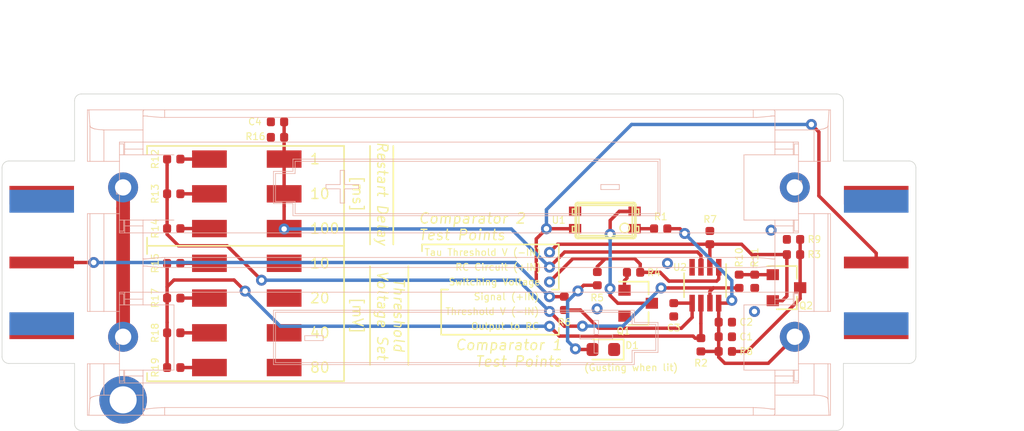
<source format=kicad_pcb>
(kicad_pcb (version 20171130) (host pcbnew "(5.1.4)-1")

  (general
    (thickness 1.6)
    (drawings 90)
    (tracks 176)
    (zones 0)
    (modules 33)
    (nets 24)
  )

  (page A4)
  (layers
    (0 F.Cu signal)
    (31 B.Cu signal)
    (32 B.Adhes user hide)
    (33 F.Adhes user hide)
    (34 B.Paste user hide)
    (35 F.Paste user hide)
    (36 B.SilkS user hide)
    (37 F.SilkS user)
    (38 B.Mask user hide)
    (39 F.Mask user)
    (40 Dwgs.User user)
    (41 Cmts.User user)
    (42 Eco1.User user)
    (43 Eco2.User user)
    (44 Edge.Cuts user)
    (45 Margin user)
    (46 B.CrtYd user hide)
    (47 F.CrtYd user hide)
    (48 B.Fab user hide)
    (49 F.Fab user hide)
  )

  (setup
    (last_trace_width 0.25)
    (trace_clearance 0.2)
    (zone_clearance 0.3)
    (zone_45_only no)
    (trace_min 0.2)
    (via_size 0.8)
    (via_drill 0.4)
    (via_min_size 0.4)
    (via_min_drill 0.3)
    (uvia_size 0.3)
    (uvia_drill 0.1)
    (uvias_allowed no)
    (uvia_min_size 0.2)
    (uvia_min_drill 0.1)
    (edge_width 0.05)
    (segment_width 0.2)
    (pcb_text_width 0.3)
    (pcb_text_size 1.5 1.5)
    (mod_edge_width 0.12)
    (mod_text_size 1 1)
    (mod_text_width 0.15)
    (pad_size 0.59 0.64)
    (pad_drill 0)
    (pad_to_mask_clearance 0.2)
    (aux_axis_origin 0 0)
    (visible_elements 7FFFFFFF)
    (pcbplotparams
      (layerselection 0x010fc_ffffffff)
      (usegerberextensions false)
      (usegerberattributes false)
      (usegerberadvancedattributes false)
      (creategerberjobfile false)
      (excludeedgelayer true)
      (linewidth 0.100000)
      (plotframeref false)
      (viasonmask false)
      (mode 1)
      (useauxorigin false)
      (hpglpennumber 1)
      (hpglpenspeed 20)
      (hpglpendiameter 15.000000)
      (psnegative false)
      (psa4output false)
      (plotreference true)
      (plotvalue false)
      (plotinvisibletext false)
      (padsonsilk false)
      (subtractmaskfromsilk false)
      (outputformat 1)
      (mirror false)
      (drillshape 0)
      (scaleselection 1)
      (outputdirectory "Gerbers/"))
  )

  (net 0 "")
  (net 1 sig)
  (net 2 GND)
  (net 3 VDD)
  (net 4 -INA)
  (net 5 OUTB)
  (net 6 Vdiv)
  (net 7 /1ms)
  (net 8 /10ms)
  (net 9 /100ms)
  (net 10 +INA)
  (net 11 /10mV)
  (net 12 /20mV)
  (net 13 /40mV)
  (net 14 /80mV)
  (net 15 -INB)
  (net 16 OUTA)
  (net 17 "Net-(Q1-Pad1)")
  (net 18 "Net-(Q2-Pad1)")
  (net 19 "Net-(D1-Pad2)")
  (net 20 "Net-(J3-Pad2)")
  (net 21 +INB)
  (net 22 RELAY-)
  (net 23 RELAY+)

  (net_class Default "This is the default net class."
    (clearance 0.2)
    (trace_width 0.25)
    (via_dia 0.8)
    (via_drill 0.4)
    (uvia_dia 0.3)
    (uvia_drill 0.1)
    (add_net +INA)
    (add_net +INB)
    (add_net -INA)
    (add_net -INB)
    (add_net /100ms)
    (add_net /10mV)
    (add_net /10ms)
    (add_net /1ms)
    (add_net /20mV)
    (add_net /40mV)
    (add_net /80mV)
    (add_net GND)
    (add_net "Net-(D1-Pad2)")
    (add_net "Net-(J3-Pad2)")
    (add_net "Net-(Q1-Pad1)")
    (add_net "Net-(Q2-Pad1)")
    (add_net OUTA)
    (add_net OUTB)
    (add_net RELAY+)
    (add_net RELAY-)
    (add_net VDD)
    (add_net Vdiv)
    (add_net sig)
  )

  (module Windchill01:1023 (layer B.Cu) (tedit 5D531627) (tstamp 5D5242D2)
    (at 114.1 78.65)
    (path /5D500EB0)
    (fp_text reference J3 (at 0.25 1.25) (layer B.SilkS) hide
      (effects (font (size 1 1) (thickness 0.15)) (justify mirror))
    )
    (fp_text value Battery_Holder (at 0 13.962) (layer B.Fab) hide
      (effects (font (size 1 1) (thickness 0.15)) (justify mirror))
    )
    (fp_line (start 22.957517 -5.171472) (end 22.98941 -5.171472) (layer B.SilkS) (width 0.05))
    (fp_line (start 23.063827 -5.171472) (end 23.074458 -5.171472) (layer B.SilkS) (width 0.05))
    (fp_line (start 22.755529 -5.15021) (end 22.776791 -5.160841) (layer B.SilkS) (width 0.05))
    (fp_line (start -23.085088 -5.160841) (end -23.074457 -5.160841) (layer B.SilkS) (width 0.05))
    (fp_curve (pts (xy -23.053195 -5.171472) (xy -22.950607 -5.175192) (xy -22.896212 -5.167574) (xy -22.798053 -5.160841)) (layer B.SilkS) (width 0.05))
    (fp_line (start 22.925624 5.278743) (end 22.829946 5.278743) (layer B.SilkS) (width 0.05))
    (fp_line (start 22.829946 5.278743) (end 22.808684 5.268112) (layer B.SilkS) (width 0.05))
    (fp_line (start 22.936255 5.289374) (end 22.925624 5.278743) (layer B.SilkS) (width 0.05))
    (fp_curve (pts (xy 22.829946 -5.160841) (xy 22.90011 -5.157297) (xy 22.856346 -5.178027) (xy 22.957517 -5.171472)) (layer B.SilkS) (width 0.05))
    (fp_line (start -21.511709 -5.065162) (end 21.511709 -5.065162) (layer B.SilkS) (width 0.05))
    (fp_curve (pts (xy 22.98941 -5.171472) (xy 23.014216 -5.171472) (xy 23.039021 -5.171472) (xy 23.063827 -5.171472)) (layer B.SilkS) (width 0.05))
    (fp_line (start 23.085088 -5.160841) (end 23.095719 -5.15021) (layer B.SilkS) (width 0.05))
    (fp_line (start 22.776791 -5.160841) (end 22.829946 -5.160841) (layer B.SilkS) (width 0.05))
    (fp_line (start 21.511709 -5.065162) (end 21.74559 -5.065162) (layer B.SilkS) (width 0.05))
    (fp_line (start -23.095719 3.375805) (end 23.095719 3.375805) (layer B.SilkS) (width 0.05))
    (fp_line (start -23.095719 -3.257902) (end 23.095719 -3.257902) (layer B.SilkS) (width 0.05))
    (fp_line (start 21.671173 5.183065) (end 21.511709 5.172434) (layer B.SilkS) (width 0.05))
    (fp_line (start 21.74559 5.183065) (end 21.671173 5.183065) (layer B.SilkS) (width 0.05))
    (fp_line (start -23.095719 -5.15021) (end -23.085088 -5.160841) (layer B.SilkS) (width 0.05))
    (fp_line (start 22.808684 5.268112) (end 22.755529 5.268112) (layer B.SilkS) (width 0.05))
    (fp_line (start -23.074457 -5.160841) (end -23.074457 -5.171472) (layer B.SilkS) (width 0.05))
    (fp_line (start 23.074458 -5.171472) (end 23.085088 -5.160841) (layer B.SilkS) (width 0.05))
    (fp_curve (pts (xy 21.74559 -5.065162) (xy 22.088792 -5.077919) (xy 22.417465 -5.117077) (xy 22.755529 -5.15021)) (layer B.SilkS) (width 0.05))
    (fp_line (start -23.095718 -2.747618) (end -24.435217 -2.747618) (layer B.SilkS) (width 0.05))
    (fp_line (start 24.435219 -2.747618) (end 24.435219 -3.257903) (layer B.SilkS) (width 0.05))
    (fp_line (start 23.09572 -2.747618) (end 23.09572 -3.257903) (layer B.SilkS) (width 0.05))
    (fp_line (start -23.095718 -3.257903) (end -23.095718 -2.747618) (layer B.SilkS) (width 0.05))
    (fp_line (start -24.435217 -8.105612) (end -24.435217 -7.595327) (layer B.SilkS) (width 0.05))
    (fp_line (start -23.095718 -8.105612) (end -24.435217 -8.105612) (layer B.SilkS) (width 0.05))
    (fp_line (start -24.435217 -2.747618) (end -24.435217 -3.257903) (layer B.SilkS) (width 0.05))
    (fp_line (start -21.511709 5.172434) (end -21.660542 5.183065) (layer B.SilkS) (width 0.05))
    (fp_line (start -23.031932 5.735874) (end -21.511707 5.735874) (layer B.SilkS) (width 0.05))
    (fp_line (start -22.798053 5.268112) (end -22.819315 5.278743) (layer B.SilkS) (width 0.05))
    (fp_line (start 23.09572 -13.718749) (end 24.435219 -13.718749) (layer B.SilkS) (width 0.05))
    (fp_line (start -21.511707 5.735874) (end -21.511709 5.172434) (layer B.SilkS) (width 0.05))
    (fp_line (start -23.095718 -13.718749) (end -23.095718 -14.229034) (layer B.SilkS) (width 0.05))
    (fp_line (start 24.435219 -8.105612) (end 24.435219 -7.595327) (layer B.SilkS) (width 0.05))
    (fp_line (start 24.435219 -13.718749) (end 24.435219 -14.229034) (layer B.SilkS) (width 0.05))
    (fp_line (start 23.09572 -8.105612) (end 24.435219 -8.105612) (layer B.SilkS) (width 0.05))
    (fp_curve (pts (xy 22.755529 5.268112) (xy 22.436247 5.22488) (xy 22.069479 5.188558) (xy 21.74559 5.183065)) (layer B.SilkS) (width 0.05))
    (fp_line (start -23.074457 5.278743) (end -23.085088 5.268112) (layer B.SilkS) (width 0.05))
    (fp_line (start 22.98941 5.289374) (end 22.936255 5.289374) (layer B.SilkS) (width 0.05))
    (fp_line (start 23.063827 5.278743) (end 23.053196 5.289374) (layer B.SilkS) (width 0.05))
    (fp_line (start 23.085088 5.278743) (end 23.063827 5.278743) (layer B.SilkS) (width 0.05))
    (fp_curve (pts (xy -21.74559 5.183065) (xy -22.068239 5.18838) (xy -22.435715 5.22612) (xy -22.755529 5.268112)) (layer B.SilkS) (width 0.05))
    (fp_line (start -23.095718 -13.718749) (end -24.435217 -13.718749) (layer B.SilkS) (width 0.05))
    (fp_line (start 23.09572 -13.718749) (end 23.09572 -14.229034) (layer B.SilkS) (width 0.05))
    (fp_line (start 23.085088 5.268112) (end 23.085088 5.278743) (layer B.SilkS) (width 0.05))
    (fp_line (start -21.660542 5.183065) (end -21.74559 5.183065) (layer B.SilkS) (width 0.05))
    (fp_line (start 23.095719 5.257482) (end 23.085088 5.268112) (layer B.SilkS) (width 0.05))
    (fp_line (start -24.435217 -13.718749) (end -24.435217 -14.229034) (layer B.SilkS) (width 0.05))
    (fp_curve (pts (xy 23.053196 5.289374) (xy 23.031934 5.289374) (xy 23.010672 5.289374) (xy 22.98941 5.289374)) (layer B.SilkS) (width 0.05))
    (fp_line (start -23.085088 5.268112) (end -23.095719 5.257482) (layer B.SilkS) (width 0.05))
    (fp_line (start -23.053195 5.289374) (end -23.063826 5.278743) (layer B.SilkS) (width 0.05))
    (fp_line (start -22.755529 5.268112) (end -22.798053 5.268112) (layer B.SilkS) (width 0.05))
    (fp_line (start 23.09572 -7.595327) (end 23.09572 -8.105612) (layer B.SilkS) (width 0.05))
    (fp_line (start -21.511709 5.172434) (end 21.511709 5.172434) (layer B.SilkS) (width 0.05))
    (fp_line (start -23.095718 -7.595327) (end -23.095718 -8.105612) (layer B.SilkS) (width 0.05))
    (fp_line (start -22.819315 5.278743) (end -22.925624 5.278743) (layer B.SilkS) (width 0.05))
    (fp_line (start -22.936255 5.289374) (end -23.053195 5.289374) (layer B.SilkS) (width 0.05))
    (fp_line (start -23.063826 5.278743) (end -23.074457 5.278743) (layer B.SilkS) (width 0.05))
    (fp_line (start -22.925624 5.278743) (end -22.936255 5.289374) (layer B.SilkS) (width 0.05))
    (fp_line (start -23.063825 -16.557212) (end -23.042563 -16.578474) (layer B.SilkS) (width 0.05))
    (fp_line (start -23.074456 -16.525319) (end -23.074456 -16.53595) (layer B.SilkS) (width 0.05))
    (fp_line (start -23.085087 -16.504057) (end -23.074456 -16.525319) (layer B.SilkS) (width 0.05))
    (fp_line (start -23.074456 -16.53595) (end -23.063825 -16.557212) (layer B.SilkS) (width 0.05))
    (fp_line (start -23.095718 -14.229036) (end -23.095718 -15.122035) (layer B.SilkS) (width 0.05))
    (fp_line (start -23.085087 -16.482795) (end -23.085087 -16.504057) (layer B.SilkS) (width 0.05))
    (fp_line (start -24.81793 -14.229036) (end -24.81793 -12.825752) (layer B.SilkS) (width 0.05))
    (fp_line (start -23.095718 -16.472165) (end -23.085087 -16.482795) (layer B.SilkS) (width 0.05))
    (fp_line (start -23.042563 -16.578474) (end -23.031932 -16.589105) (layer B.SilkS) (width 0.05))
    (fp_line (start -23.031932 -16.589105) (end -27.050428 -16.589105) (layer B.SilkS) (width 0.05))
    (fp_line (start -27.156739 1.972521) (end -27.156739 5.735874) (layer B.SilkS) (width 0.05))
    (fp_line (start 23.095721 -16.482796) (end 23.095721 -16.472166) (layer B.SilkS) (width 0.05))
    (fp_curve (pts (xy 23.053197 -16.578475) (xy 23.072864 -16.545165) (xy 23.084735 -16.518056) (xy 23.095721 -16.482796)) (layer B.SilkS) (width 0.05))
    (fp_line (start -27.156743 -16.589099) (end -27.156743 -12.825746) (layer B.SilkS) (width 0.05))
    (fp_line (start -27.156739 -8.99861) (end -26.976013 -8.99861) (layer B.SilkS) (width 0.05))
    (fp_line (start 24.435219 2.865519) (end 24.435219 3.375804) (layer B.SilkS) (width 0.05))
    (fp_line (start -23.095718 2.865519) (end -23.095718 3.375804) (layer B.SilkS) (width 0.05))
    (fp_line (start -24.435217 2.865519) (end -23.095718 2.865519) (layer B.SilkS) (width 0.05))
    (fp_line (start -24.435217 3.375804) (end -24.435217 2.865519) (layer B.SilkS) (width 0.05))
    (fp_line (start 23.031935 -16.589106) (end 23.053197 -16.578475) (layer B.SilkS) (width 0.05))
    (fp_line (start -27.050433 -16.589099) (end -27.156743 -16.589099) (layer B.SilkS) (width 0.05))
    (fp_line (start -26.976013 -1.854618) (end -27.156739 -1.854618) (layer B.SilkS) (width 0.05))
    (fp_line (start -27.156739 -1.854618) (end -27.156739 -8.99861) (layer B.SilkS) (width 0.05))
    (fp_line (start 27.156739 -8.99861) (end 26.976013 -8.99861) (layer B.SilkS) (width 0.05))
    (fp_line (start 27.050429 5.735874) (end 27.156738 5.735874) (layer B.SilkS) (width 0.05))
    (fp_line (start -27.156739 1.972521) (end -26.976013 1.972521) (layer B.SilkS) (width 0.05))
    (fp_line (start -26.976015 -15.419696) (end -27.050432 -16.5891) (layer B.SilkS) (width 0.05))
    (fp_line (start 27.156739 -1.854618) (end 27.156739 -8.99861) (layer B.SilkS) (width 0.05))
    (fp_line (start 27.156739 -12.825749) (end 27.156739 -16.589102) (layer B.SilkS) (width 0.05))
    (fp_line (start -23.095718 -15.122036) (end -23.095718 -16.472166) (layer B.SilkS) (width 0.05))
    (fp_line (start 26.976009 -12.825746) (end 27.156735 -12.825746) (layer B.SilkS) (width 0.05))
    (fp_line (start 27.156739 -16.589102) (end 27.05043 -16.589106) (layer B.SilkS) (width 0.05))
    (fp_line (start 27.050429 -16.589106) (end 26.976012 -15.419702) (layer B.SilkS) (width 0.05))
    (fp_line (start 23.09572 2.865519) (end 24.435219 2.865519) (layer B.SilkS) (width 0.05))
    (fp_line (start -27.156743 -12.825746) (end -26.976017 -12.825746) (layer B.SilkS) (width 0.05))
    (fp_line (start 26.976013 -1.854618) (end 27.156739 -1.854618) (layer B.SilkS) (width 0.05))
    (fp_line (start -27.156739 5.735874) (end -27.050429 5.735874) (layer B.SilkS) (width 0.05))
    (fp_line (start 27.156739 1.972521) (end 26.976013 1.972521) (layer B.SilkS) (width 0.05))
    (fp_line (start 27.156738 5.735874) (end 27.156739 1.972521) (layer B.SilkS) (width 0.05))
    (fp_line (start 23.095719 -15.122036) (end 23.095719 -16.472166) (layer B.SilkS) (width 0.05))
    (fp_line (start 27.050431 -16.589106) (end 23.031935 -16.589106) (layer B.SilkS) (width 0.05))
    (fp_line (start 23.09572 -2.747618) (end 24.435219 -2.747618) (layer B.SilkS) (width 0.05))
    (fp_line (start 23.09572 3.375804) (end 23.09572 2.865519) (layer B.SilkS) (width 0.05))
    (fp_curve (pts (xy -21.74559 -5.78806) (xy -22.050521 -5.779201) (xy -22.435538 -5.754041) (xy -22.734267 -5.703012)) (layer B.SilkS) (width 0.05))
    (fp_line (start 26.837807 4.407011) (end 26.859069 4.428273) (layer B.SilkS) (width 0.05))
    (fp_line (start 26.976009 4.555844) (end 27.050426 5.735878) (layer B.SilkS) (width 0.05))
    (fp_line (start -26.667718 4.353852) (end -26.635825 4.343221) (layer B.SilkS) (width 0.05))
    (fp_line (start -24.817931 -8.998606) (end -24.817931 -7.595322) (layer B.SilkS) (width 0.05))
    (fp_line (start -26.976015 -8.998606) (end -26.976015 -1.854614) (layer B.SilkS) (width 0.05))
    (fp_line (start -25.955445 -8.998608) (end -26.976015 -8.998606) (layer B.SilkS) (width 0.05))
    (fp_line (start -25.955445 -1.854616) (end -25.955445 -8.998608) (layer B.SilkS) (width 0.05))
    (fp_line (start -24.817931 1.972524) (end -25.955442 1.972524) (layer B.SilkS) (width 0.05))
    (fp_line (start 23.095719 4.268804) (end 23.095719 3.375805) (layer B.SilkS) (width 0.05))
    (fp_line (start 24.817933 1.972521) (end 25.955444 1.972521) (layer B.SilkS) (width 0.05))
    (fp_line (start -26.976015 1.972524) (end -26.976015 4.555843) (layer B.SilkS) (width 0.05))
    (fp_line (start -26.061754 4.268804) (end -25.955445 4.268804) (layer B.SilkS) (width 0.05))
    (fp_line (start -24.817931 3.375804) (end -23.095719 3.375804) (layer B.SilkS) (width 0.05))
    (fp_line (start 26.922854 4.470796) (end 26.944116 4.481427) (layer B.SilkS) (width 0.05))
    (fp_line (start 26.890961 4.438904) (end 26.922854 4.470796) (layer B.SilkS) (width 0.05))
    (fp_line (start 26.976011 1.972524) (end 25.955439 1.972524) (layer B.SilkS) (width 0.05))
    (fp_line (start 26.976011 4.555843) (end 26.976011 1.972524) (layer B.SilkS) (width 0.05))
    (fp_line (start -25.955446 4.268809) (end -25.955446 1.972525) (layer B.SilkS) (width 0.05))
    (fp_line (start 26.678343 4.353856) (end 26.710235 4.364487) (layer B.SilkS) (width 0.05))
    (fp_line (start -26.80592 4.396375) (end -26.774027 4.385744) (layer B.SilkS) (width 0.05))
    (fp_line (start 25.95544 1.972524) (end 25.95544 4.268807) (layer B.SilkS) (width 0.05))
    (fp_line (start -25.955446 1.972525) (end -26.976015 1.972524) (layer B.SilkS) (width 0.05))
    (fp_line (start 25.955439 4.268809) (end 23.095716 4.268809) (layer B.SilkS) (width 0.05))
    (fp_line (start 26.976009 4.523951) (end 26.976009 4.555844) (layer B.SilkS) (width 0.05))
    (fp_line (start 26.954747 4.492058) (end 26.965378 4.51332) (layer B.SilkS) (width 0.05))
    (fp_line (start 26.805914 4.39638) (end 26.837807 4.407011) (layer B.SilkS) (width 0.05))
    (fp_line (start 26.774021 4.385749) (end 26.805914 4.39638) (layer B.SilkS) (width 0.05))
    (fp_line (start 26.635819 4.343225) (end 26.678343 4.353856) (layer B.SilkS) (width 0.05))
    (fp_line (start 23.031933 5.735874) (end 27.050429 5.735874) (layer B.SilkS) (width 0.05))
    (fp_line (start -26.710242 4.364482) (end -26.667718 4.353852) (layer B.SilkS) (width 0.05))
    (fp_line (start -26.742135 4.375113) (end -26.710242 4.364482) (layer B.SilkS) (width 0.05))
    (fp_line (start -26.859075 4.428268) (end -26.837813 4.407006) (layer B.SilkS) (width 0.05))
    (fp_line (start -26.837813 4.407006) (end -26.80592 4.396375) (layer B.SilkS) (width 0.05))
    (fp_line (start 26.710235 4.364487) (end 26.774021 4.385749) (layer B.SilkS) (width 0.05))
    (fp_line (start 25.955439 4.268809) (end 26.061748 4.268809) (layer B.SilkS) (width 0.05))
    (fp_line (start -26.774027 4.385744) (end -26.742135 4.375113) (layer B.SilkS) (width 0.05))
    (fp_line (start 23.095719 5.629564) (end 23.085088 5.640195) (layer B.SilkS) (width 0.05))
    (fp_line (start 26.944116 4.481427) (end 26.954747 4.492058) (layer B.SilkS) (width 0.05))
    (fp_line (start -24.817931 -8.998606) (end -25.955442 -8.998606) (layer B.SilkS) (width 0.05))
    (fp_line (start -23.095718 4.268804) (end -23.095718 3.375805) (layer B.SilkS) (width 0.05))
    (fp_line (start -26.976015 -1.854614) (end -25.955445 -1.854616) (layer B.SilkS) (width 0.05))
    (fp_line (start -27.050432 5.735874) (end -26.976015 4.555839) (layer B.SilkS) (width 0.05))
    (fp_line (start 24.817929 3.375808) (end 23.095717 3.375808) (layer B.SilkS) (width 0.05))
    (fp_line (start 24.817929 1.972524) (end 24.817929 3.375808) (layer B.SilkS) (width 0.05))
    (fp_line (start -24.817931 1.972524) (end -24.817931 3.375808) (layer B.SilkS) (width 0.05))
    (fp_line (start 23.085088 5.640195) (end 23.085088 5.661457) (layer B.SilkS) (width 0.05))
    (fp_line (start 26.965378 4.51332) (end 26.976009 4.523951) (layer B.SilkS) (width 0.05))
    (fp_line (start 23.085088 5.661457) (end 23.063826 5.703981) (layer B.SilkS) (width 0.05))
    (fp_line (start 23.095719 4.268804) (end 23.095719 5.629564) (layer B.SilkS) (width 0.05))
    (fp_line (start 23.063826 5.703981) (end 23.031933 5.735874) (layer B.SilkS) (width 0.05))
    (fp_curve (pts (xy 26.061748 4.268809) (xy 26.23202 4.272529) (xy 26.472457 4.2945) (xy 26.635819 4.343225)) (layer B.SilkS) (width 0.05))
    (fp_line (start 26.859069 4.428273) (end 26.890961 4.438904) (layer B.SilkS) (width 0.05))
    (fp_line (start -23.031933 5.735874) (end -23.042564 5.714612) (layer B.SilkS) (width 0.05))
    (fp_curve (pts (xy 24.860453 -0.430067) (xy 24.913607 -0.430067) (xy 24.966762 -0.430067) (xy 25.019917 -0.430067)) (layer B.SilkS) (width 0.05))
    (fp_line (start 24.817929 3.237604) (end 24.509632 3.237604) (layer B.SilkS) (width 0.05))
    (fp_line (start -24.817931 0.537346) (end -24.860455 0.537346) (layer B.SilkS) (width 0.05))
    (fp_curve (pts (xy -26.635825 4.343221) (xy -26.472995 4.294318) (xy -26.232204 4.273056) (xy -26.061754 4.268804)) (layer B.SilkS) (width 0.05))
    (fp_line (start -25.955445 4.268804) (end -23.095722 4.268804) (layer B.SilkS) (width 0.05))
    (fp_line (start -23.095719 5.608303) (end -23.095719 4.268804) (layer B.SilkS) (width 0.05))
    (fp_line (start 24.509632 -7.722896) (end 24.509632 -8.530848) (layer B.SilkS) (width 0.05))
    (fp_line (start 24.817929 -7.722896) (end 24.509632 -7.722896) (layer B.SilkS) (width 0.05))
    (fp_line (start 24.509632 -3.140961) (end 24.509632 -2.333009) (layer B.SilkS) (width 0.05))
    (fp_curve (pts (xy -24.860455 0.537346) (xy -24.913609 0.537346) (xy -24.966764 0.537346) (xy -25.019919 0.537346)) (layer B.SilkS) (width 0.05))
    (fp_curve (pts (xy 24.860453 -10.933436) (xy 24.913607 -10.933436) (xy 24.966762 -10.933436) (xy 25.019917 -10.933436)) (layer B.SilkS) (width 0.05))
    (fp_line (start -23.085088 5.629565) (end -23.095719 5.608303) (layer B.SilkS) (width 0.05))
    (fp_line (start -23.074457 5.661457) (end -23.085088 5.640196) (layer B.SilkS) (width 0.05))
    (fp_line (start -25.019919 0.058954) (end -25.03055 0.058954) (layer B.SilkS) (width 0.05))
    (fp_line (start -23.074457 5.682719) (end -23.074457 5.661457) (layer B.SilkS) (width 0.05))
    (fp_line (start 24.509632 3.237604) (end 24.509632 2.440283) (layer B.SilkS) (width 0.05))
    (fp_line (start 25.019917 -11.401197) (end 25.030548 -11.401197) (layer B.SilkS) (width 0.05))
    (fp_line (start 24.817929 -11.401197) (end 24.860453 -11.401197) (layer B.SilkS) (width 0.05))
    (fp_line (start 20.980159 -13.304146) (end 20.831326 -13.304146) (layer B.SilkS) (width 0.05))
    (fp_line (start -24.509634 -3.140961) (end -24.509634 -2.333009) (layer B.SilkS) (width 0.05))
    (fp_curve (pts (xy 24.860453 0.037694) (xy 24.913607 0.037694) (xy 24.966762 0.037694) (xy 25.019917 0.037694)) (layer B.SilkS) (width 0.05))
    (fp_line (start 23.063823 -2.333009) (end 20.980159 -2.333009) (layer B.SilkS) (width 0.05))
    (fp_line (start 25.019917 -10.933436) (end 25.030548 -10.933436) (layer B.SilkS) (width 0.05))
    (fp_line (start 23.063824 -8.530844) (end 24.817929 -8.530844) (layer B.SilkS) (width 0.05))
    (fp_line (start -25.019919 0.537346) (end -25.03055 0.537346) (layer B.SilkS) (width 0.05))
    (fp_line (start 24.509632 -14.101461) (end 24.509632 -13.30414) (layer B.SilkS) (width 0.05))
    (fp_line (start 23.063823 -13.304139) (end 20.980159 -13.304139) (layer B.SilkS) (width 0.05))
    (fp_line (start -24.817931 3.237604) (end -24.509634 3.237604) (layer B.SilkS) (width 0.05))
    (fp_line (start 24.817929 -3.140961) (end 24.509632 -3.140961) (layer B.SilkS) (width 0.05))
    (fp_line (start 24.817929 -10.933436) (end 24.860453 -10.933436) (layer B.SilkS) (width 0.05))
    (fp_line (start 24.817929 -12.825745) (end 24.817929 -8.998606) (layer B.SilkS) (width 0.05))
    (fp_line (start 24.817933 -1.854615) (end 24.817933 1.972523) (layer B.SilkS) (width 0.05))
    (fp_line (start 20.980159 -8.530846) (end 23.063823 -8.530846) (layer B.SilkS) (width 0.05))
    (fp_line (start 23.063827 2.440285) (end 24.817933 2.440285) (layer B.SilkS) (width 0.05))
    (fp_line (start -20.831329 -2.333009) (end -20.969531 -2.333009) (layer B.SilkS) (width 0.05))
    (fp_line (start 20.980159 -2.333006) (end 20.831326 -2.333006) (layer B.SilkS) (width 0.05))
    (fp_line (start 24.817929 -0.430067) (end 24.860453 -0.430067) (layer B.SilkS) (width 0.05))
    (fp_line (start -24.817931 -3.140961) (end -24.509634 -3.140961) (layer B.SilkS) (width 0.05))
    (fp_line (start -23.063826 5.703981) (end -23.074457 5.682719) (layer B.SilkS) (width 0.05))
    (fp_line (start -23.042564 5.714612) (end -23.063826 5.703981) (layer B.SilkS) (width 0.05))
    (fp_line (start -27.050429 5.735874) (end -23.031933 5.735874) (layer B.SilkS) (width 0.05))
    (fp_curve (pts (xy -24.860455 0.058954) (xy -24.913609 0.058954) (xy -24.966764 0.058954) (xy -25.019919 0.058954)) (layer B.SilkS) (width 0.05))
    (fp_line (start 24.817929 0.037694) (end 24.860453 0.037694) (layer B.SilkS) (width 0.05))
    (fp_line (start 20.831326 2.440287) (end 20.980159 2.440287) (layer B.SilkS) (width 0.05))
    (fp_line (start -20.969531 2.440284) (end -20.831329 2.440284) (layer B.SilkS) (width 0.05))
    (fp_line (start -24.509634 3.237604) (end -24.509634 2.440283) (layer B.SilkS) (width 0.05))
    (fp_line (start 24.817929 -13.304137) (end 23.063824 -13.304137) (layer B.SilkS) (width 0.05))
    (fp_line (start 25.019917 -0.430067) (end 25.030548 -0.430067) (layer B.SilkS) (width 0.05))
    (fp_line (start -26.965384 4.513316) (end -26.954753 4.492054) (layer B.SilkS) (width 0.05))
    (fp_curve (pts (xy 24.860453 -11.401197) (xy 24.913607 -11.401197) (xy 24.966762 -11.401197) (xy 25.019917 -11.401197)) (layer B.SilkS) (width 0.05))
    (fp_line (start -23.085088 5.640196) (end -23.085088 5.629565) (layer B.SilkS) (width 0.05))
    (fp_line (start 20.831326 -8.530853) (end 20.980159 -8.530853) (layer B.SilkS) (width 0.05))
    (fp_line (start 20.980159 2.440284) (end 23.063823 2.440284) (layer B.SilkS) (width 0.05))
    (fp_line (start 24.817933 -2.333008) (end 23.063827 -2.333008) (layer B.SilkS) (width 0.05))
    (fp_line (start 25.019917 0.037694) (end 25.030548 0.037694) (layer B.SilkS) (width 0.05))
    (fp_line (start -26.901599 4.44953) (end -26.859075 4.428268) (layer B.SilkS) (width 0.05))
    (fp_line (start -24.817931 0.058954) (end -24.860455 0.058954) (layer B.SilkS) (width 0.05))
    (fp_line (start -26.933492 4.481423) (end -26.901599 4.44953) (layer B.SilkS) (width 0.05))
    (fp_line (start -26.976015 4.555839) (end -26.976015 4.545208) (layer B.SilkS) (width 0.05))
    (fp_line (start -26.976015 4.545208) (end -26.965384 4.523947) (layer B.SilkS) (width 0.05))
    (fp_line (start -26.954753 4.492054) (end -26.933492 4.481423) (layer B.SilkS) (width 0.05))
    (fp_line (start 24.817929 -14.101461) (end 24.509632 -14.101461) (layer B.SilkS) (width 0.05))
    (fp_line (start -26.965384 4.523947) (end -26.965384 4.513316) (layer B.SilkS) (width 0.05))
    (fp_line (start -24.509634 -7.722896) (end -24.509634 -8.530848) (layer B.SilkS) (width 0.05))
    (fp_line (start -24.817931 -14.101461) (end -24.509634 -14.101461) (layer B.SilkS) (width 0.05))
    (fp_line (start -24.817931 -7.722896) (end -24.509634 -7.722896) (layer B.SilkS) (width 0.05))
    (fp_line (start -23.063826 -8.530853) (end -20.969531 -8.530853) (layer B.SilkS) (width 0.05))
    (fp_line (start -23.063829 -13.304134) (end -24.817934 -13.304134) (layer B.SilkS) (width 0.05))
    (fp_line (start -24.817934 -8.530842) (end -23.063829 -8.530842) (layer B.SilkS) (width 0.05))
    (fp_line (start -25.041181 -10.433786) (end -25.041181 -10.901547) (layer B.SilkS) (width 0.05))
    (fp_line (start -20.969531 -13.304146) (end -23.063826 -13.304146) (layer B.SilkS) (width 0.05))
    (fp_curve (pts (xy -24.860455 -10.901546) (xy -24.913609 -10.901546) (xy -24.966764 -10.901546) (xy -25.019919 -10.901546)) (layer B.SilkS) (width 0.05))
    (fp_line (start -20.969529 -8.530853) (end -20.831327 -8.530853) (layer B.SilkS) (width 0.05))
    (fp_line (start 25.041179 -11.401196) (end 25.041179 -10.933435) (layer B.SilkS) (width 0.05))
    (fp_line (start -23.063826 2.440287) (end -20.969531 2.440287) (layer B.SilkS) (width 0.05))
    (fp_line (start -25.041181 0.537344) (end -25.041181 0.058952) (layer B.SilkS) (width 0.05))
    (fp_line (start 20.831329 2.440284) (end 20.831329 -2.333009) (layer B.SilkS) (width 0.05))
    (fp_line (start -20.969531 -2.333006) (end -23.063826 -2.333006) (layer B.SilkS) (width 0.05))
    (fp_line (start -20.831327 -13.304146) (end -20.969529 -13.304146) (layer B.SilkS) (width 0.05))
    (fp_line (start 25.041179 -0.430066) (end 25.041179 0.037695) (layer B.SilkS) (width 0.05))
    (fp_line (start -20.831327 -2.333006) (end -20.831327 2.440287) (layer B.SilkS) (width 0.05))
    (fp_line (start -24.817931 2.440285) (end -23.063826 2.440285) (layer B.SilkS) (width 0.05))
    (fp_line (start -23.063826 -2.333008) (end -24.817931 -2.333008) (layer B.SilkS) (width 0.05))
    (fp_line (start -24.817931 1.972524) (end -24.817931 -1.854615) (layer B.SilkS) (width 0.05))
    (fp_line (start -25.019919 -10.433785) (end -25.03055 -10.433785) (layer B.SilkS) (width 0.05))
    (fp_line (start -24.817931 -10.433785) (end -24.860455 -10.433785) (layer B.SilkS) (width 0.05))
    (fp_curve (pts (xy -24.860455 -10.433785) (xy -24.913609 -10.433785) (xy -24.966764 -10.433785) (xy -25.019919 -10.433785)) (layer B.SilkS) (width 0.05))
    (fp_line (start -25.019919 -10.901546) (end -25.03055 -10.901546) (layer B.SilkS) (width 0.05))
    (fp_line (start -24.817931 -10.901546) (end -24.860455 -10.901546) (layer B.SilkS) (width 0.05))
    (fp_line (start 20.831329 -8.530846) (end 20.831329 -13.304139) (layer B.SilkS) (width 0.05))
    (fp_line (start -24.509634 -14.101461) (end -24.509634 -13.30414) (layer B.SilkS) (width 0.05))
    (fp_line (start -24.817934 -8.998603) (end -24.817934 -12.825742) (layer B.SilkS) (width 0.05))
    (fp_line (start 24.817929 -7.595322) (end 23.095717 -7.595322) (layer B.SilkS) (width 0.05))
    (fp_line (start 23.095719 -14.229036) (end 23.095719 -15.122035) (layer B.SilkS) (width 0.05))
    (fp_line (start 23.095719 -14.229036) (end 24.817931 -14.229036) (layer B.SilkS) (width 0.05))
    (fp_line (start 26.061748 -15.13266) (end 26.008593 -15.122029) (layer B.SilkS) (width 0.05))
    (fp_line (start -26.0086 -15.122029) (end -26.061754 -15.13266) (layer B.SilkS) (width 0.05))
    (fp_line (start 26.678343 -15.207077) (end 26.635819 -15.196446) (layer B.SilkS) (width 0.05))
    (fp_line (start 26.710235 -15.217708) (end 26.678343 -15.207077) (layer B.SilkS) (width 0.05))
    (fp_line (start 26.901592 -15.313386) (end 26.890961 -15.292124) (layer B.SilkS) (width 0.05))
    (fp_line (start -26.774027 -15.249601) (end -26.80592 -15.260231) (layer B.SilkS) (width 0.05))
    (fp_line (start 24.817929 -8.998606) (end 24.817929 -7.595322) (layer B.SilkS) (width 0.05))
    (fp_line (start 25.955439 -8.998606) (end 25.955439 -1.854614) (layer B.SilkS) (width 0.05))
    (fp_line (start 26.774021 -15.249601) (end 26.742128 -15.228339) (layer B.SilkS) (width 0.05))
    (fp_line (start 26.805914 -15.260231) (end 26.774021 -15.249601) (layer B.SilkS) (width 0.05))
    (fp_line (start 26.837807 -15.270862) (end 26.805914 -15.260231) (layer B.SilkS) (width 0.05))
    (fp_line (start 23.095717 -3.257898) (end 24.817929 -3.257898) (layer B.SilkS) (width 0.05))
    (fp_line (start -26.976015 -15.419696) (end -26.976015 -12.825746) (layer B.SilkS) (width 0.05))
    (fp_line (start -25.955445 -15.122029) (end -26.0086 -15.122029) (layer B.SilkS) (width 0.05))
    (fp_line (start 26.859069 -15.281493) (end 26.837807 -15.270862) (layer B.SilkS) (width 0.05))
    (fp_line (start 26.890961 -15.292124) (end 26.859069 -15.281493) (layer B.SilkS) (width 0.05))
    (fp_curve (pts (xy 26.635819 -15.196446) (xy 26.441981 -15.162604) (xy 26.262318 -15.124687) (xy 26.061748 -15.13266)) (layer B.SilkS) (width 0.05))
    (fp_line (start -26.880337 -15.292124) (end -26.901599 -15.313386) (layer B.SilkS) (width 0.05))
    (fp_line (start -24.817931 -7.595324) (end -23.095719 -7.595324) (layer B.SilkS) (width 0.05))
    (fp_line (start -23.095718 -3.257906) (end -23.095718 -7.59533) (layer B.SilkS) (width 0.05))
    (fp_line (start 26.954747 -15.35591) (end 26.944116 -15.334648) (layer B.SilkS) (width 0.05))
    (fp_line (start -26.976015 -12.825746) (end -25.955445 -12.825746) (layer B.SilkS) (width 0.05))
    (fp_line (start -26.635825 -15.196446) (end -26.667718 -15.207077) (layer B.SilkS) (width 0.05))
    (fp_line (start -26.965384 -15.387803) (end -26.976015 -15.398434) (layer B.SilkS) (width 0.05))
    (fp_line (start -26.965384 -15.366541) (end -26.965384 -15.387803) (layer B.SilkS) (width 0.05))
    (fp_line (start 26.976009 -8.998608) (end 25.955439 -8.998606) (layer B.SilkS) (width 0.05))
    (fp_line (start -26.742135 -15.228339) (end -26.774027 -15.249601) (layer B.SilkS) (width 0.05))
    (fp_line (start -26.901599 -15.313386) (end -26.922861 -15.324017) (layer B.SilkS) (width 0.05))
    (fp_line (start -26.837813 -15.270862) (end -26.859075 -15.281493) (layer B.SilkS) (width 0.05))
    (fp_line (start -26.859075 -15.281493) (end -26.880337 -15.292124) (layer B.SilkS) (width 0.05))
    (fp_line (start -26.667718 -15.207077) (end -26.710242 -15.217708) (layer B.SilkS) (width 0.05))
    (fp_line (start 24.817929 -3.257906) (end 24.817929 -1.854622) (layer B.SilkS) (width 0.05))
    (fp_line (start 25.955439 -15.122029) (end 23.095716 -15.122029) (layer B.SilkS) (width 0.05))
    (fp_line (start 24.817929 -8.998608) (end 25.95544 -8.998608) (layer B.SilkS) (width 0.05))
    (fp_line (start 24.817929 -1.854622) (end 25.95544 -1.854616) (layer B.SilkS) (width 0.05))
    (fp_line (start -24.817931 -1.854616) (end -24.817931 -3.2579) (layer B.SilkS) (width 0.05))
    (fp_line (start 23.095719 -3.257906) (end 23.095719 -7.59533) (layer B.SilkS) (width 0.05))
    (fp_line (start -23.095718 -14.229036) (end -24.81793 -14.229036) (layer B.SilkS) (width 0.05))
    (fp_line (start -24.817931 -12.825746) (end -25.955442 -12.825746) (layer B.SilkS) (width 0.05))
    (fp_line (start -25.955446 -15.122029) (end -23.095723 -15.122029) (layer B.SilkS) (width 0.05))
    (fp_line (start 26.742128 -15.228339) (end 26.710235 -15.217708) (layer B.SilkS) (width 0.05))
    (fp_line (start 26.976011 -12.825746) (end 26.976009 -15.419696) (layer B.SilkS) (width 0.05))
    (fp_line (start -26.922861 -15.324017) (end -26.965384 -15.366541) (layer B.SilkS) (width 0.05))
    (fp_line (start 26.008593 -15.122029) (end 25.955439 -15.122029) (layer B.SilkS) (width 0.05))
    (fp_line (start 26.944116 -15.334648) (end 26.901592 -15.313386) (layer B.SilkS) (width 0.05))
    (fp_line (start 26.965378 -15.366541) (end 26.954747 -15.35591) (layer B.SilkS) (width 0.05))
    (fp_line (start 25.955439 -1.854614) (end 26.976009 -1.854616) (layer B.SilkS) (width 0.05))
    (fp_line (start -24.817931 -1.854614) (end -25.955442 -1.854614) (layer B.SilkS) (width 0.05))
    (fp_line (start 26.976009 -15.419696) (end 26.976009 -15.387803) (layer B.SilkS) (width 0.05))
    (fp_line (start -26.710242 -15.217708) (end -26.742135 -15.228339) (layer B.SilkS) (width 0.05))
    (fp_curve (pts (xy -26.061754 -15.13266) (xy -26.262148 -15.125396) (xy -26.441988 -15.162072) (xy -26.635825 -15.196446)) (layer B.SilkS) (width 0.05))
    (fp_line (start -24.817931 -3.2579) (end -23.095719 -3.2579) (layer B.SilkS) (width 0.05))
    (fp_line (start 24.817929 -14.229036) (end 24.817929 -12.825752) (layer B.SilkS) (width 0.05))
    (fp_line (start 26.976009 -15.387803) (end 26.965378 -15.366541) (layer B.SilkS) (width 0.05))
    (fp_line (start 25.95544 -12.825746) (end 26.976011 -12.825746) (layer B.SilkS) (width 0.05))
    (fp_line (start -26.976015 -15.398434) (end -26.976015 -15.419696) (layer B.SilkS) (width 0.05))
    (fp_line (start 24.817929 -12.825752) (end 25.95544 -12.825746) (layer B.SilkS) (width 0.05))
    (fp_line (start 25.95544 -12.825746) (end 25.955439 -15.122029) (layer B.SilkS) (width 0.05))
    (fp_line (start -26.80592 -15.260231) (end -26.837813 -15.270862) (layer B.SilkS) (width 0.05))
    (fp_line (start 26.976009 -1.854616) (end 26.976009 -8.998608) (layer B.SilkS) (width 0.05))
    (fp_line (start -25.955445 -12.825746) (end -25.955445 -15.122029) (layer B.SilkS) (width 0.05))
    (fp_line (start -8.680161 -11.124801) (end -8.680161 -12.166633) (layer B.SilkS) (width 0.05))
    (fp_line (start -9.721993 -11.124801) (end -8.680161 -11.124801) (layer B.SilkS) (width 0.05))
    (fp_line (start -11.975753 -11.932752) (end -13.41093 -11.932752) (layer B.SilkS) (width 0.05))
    (fp_line (start 14.548445 -12.825752) (end -11.975753 -12.825752) (layer B.SilkS) (width 0.05))
    (fp_line (start 10.370485 -10.763349) (end 10.370485 -11.124801) (layer B.SilkS) (width 0.05))
    (fp_line (start 14.697278 -8.84978) (end -12.135217 -8.84978) (layer B.SilkS) (width 0.05))
    (fp_line (start -9.923981 -0.079253) (end -9.923981 0.282199) (layer B.SilkS) (width 0.05))
    (fp_line (start 11.231591 0.154627) (end 10.20039 0.154627) (layer B.SilkS) (width 0.05))
    (fp_line (start 10.370485 -11.124801) (end 11.720615 -11.124801) (layer B.SilkS) (width 0.05))
    (fp_line (start -11.274111 0.282199) (end -11.274111 -0.079253) (layer B.SilkS) (width 0.05))
    (fp_line (start -9.923981 0.282199) (end -11.274111 0.282199) (layer B.SilkS) (width 0.05))
    (fp_line (start 10.20039 1.19646) (end 9.881462 1.19646) (layer B.SilkS) (width 0.05))
    (fp_line (start 10.20039 0.154627) (end 10.20039 1.19646) (layer B.SilkS) (width 0.05))
    (fp_line (start -8.680161 -10.816504) (end -9.721993 -10.816504) (layer B.SilkS) (width 0.05))
    (fp_line (start -8.361233 -10.816504) (end -8.361233 -9.774671) (layer B.SilkS) (width 0.05))
    (fp_line (start 11.720615 -11.124801) (end 11.720615 -10.763349) (layer B.SilkS) (width 0.05))
    (fp_line (start 10.20039 -0.15367) (end 11.231591 -0.15367) (layer B.SilkS) (width 0.05))
    (fp_line (start 14.548445 1.143305) (end 12.815602 1.143305) (layer B.SilkS) (width 0.05))
    (fp_line (start -8.361233 -9.774671) (end -8.680161 -9.774671) (layer B.SilkS) (width 0.05))
    (fp_line (start -7.330032 -11.124801) (end -7.330032 -10.816504) (layer B.SilkS) (width 0.05))
    (fp_line (start -11.274111 -0.079253) (end -9.923981 -0.079253) (layer B.SilkS) (width 0.05))
    (fp_line (start 9.881462 1.19646) (end 9.881462 0.154627) (layer B.SilkS) (width 0.05))
    (fp_line (start 14.697278 -12.985216) (end 14.697278 -8.84978) (layer B.SilkS) (width 0.05))
    (fp_line (start 12.656138 -0.897836) (end 12.656138 -1.790835) (layer B.SilkS) (width 0.05))
    (fp_line (start -11.975753 -9.891612) (end -11.975753 -8.998613) (layer B.SilkS) (width 0.05))
    (fp_line (start -13.41093 -11.932752) (end -13.41093 -9.891612) (layer B.SilkS) (width 0.05))
    (fp_line (start 9.881462 -1.195502) (end 10.20039 -1.195502) (layer B.SilkS) (width 0.05))
    (fp_line (start 11.720615 -10.763349) (end 10.370485 -10.763349) (layer B.SilkS) (width 0.05))
    (fp_line (start -12.135217 -12.985216) (end 14.697278 -12.985216) (layer B.SilkS) (width 0.05))
    (fp_line (start 14.388981 -0.897836) (end 12.656138 -0.897836) (layer B.SilkS) (width 0.05))
    (fp_line (start -12.135217 -12.092217) (end -12.135217 -12.985216) (layer B.SilkS) (width 0.05))
    (fp_line (start -12.135217 -8.84978) (end -12.135217 -9.742779) (layer B.SilkS) (width 0.05))
    (fp_line (start 11.231591 -0.15367) (end 11.231591 0.154627) (layer B.SilkS) (width 0.05))
    (fp_line (start -13.559763 -9.742779) (end -13.559763 -12.092217) (layer B.SilkS) (width 0.05))
    (fp_line (start -13.41093 -1.790835) (end -13.41093 1.887471) (layer B.SilkS) (width 0.05))
    (fp_line (start 9.881462 -0.15367) (end 9.881462 -1.195502) (layer B.SilkS) (width 0.05))
    (fp_line (start 14.388981 0.994472) (end 14.388981 -0.897836) (layer B.SilkS) (width 0.05))
    (fp_line (start 12.656138 1.887471) (end 12.656138 0.994472) (layer B.SilkS) (width 0.05))
    (fp_line (start 12.815602 1.143305) (end 12.815602 2.036304) (layer B.SilkS) (width 0.05))
    (fp_line (start -11.975753 -8.998613) (end 14.548445 -8.998613) (layer B.SilkS) (width 0.05))
    (fp_line (start -13.559763 -12.092217) (end -12.135217 -12.092217) (layer B.SilkS) (width 0.05))
    (fp_line (start 12.656138 0.994472) (end 14.388981 0.994472) (layer B.SilkS) (width 0.05))
    (fp_line (start -11.975753 -12.825752) (end -11.975753 -11.932752) (layer B.SilkS) (width 0.05))
    (fp_line (start 8.850261 -0.15367) (end 9.881462 -0.15367) (layer B.SilkS) (width 0.05))
    (fp_line (start 8.850261 0.154627) (end 8.850261 -0.15367) (layer B.SilkS) (width 0.05))
    (fp_line (start -8.680161 -9.774671) (end -8.680161 -10.816504) (layer B.SilkS) (width 0.05))
    (fp_line (start -13.41093 -9.891612) (end -11.975753 -9.891612) (layer B.SilkS) (width 0.05))
    (fp_line (start -12.135217 -9.742779) (end -13.559763 -9.742779) (layer B.SilkS) (width 0.05))
    (fp_line (start -13.41093 1.887471) (end 12.656138 1.887471) (layer B.SilkS) (width 0.05))
    (fp_line (start 12.815602 2.036304) (end -13.559763 2.036304) (layer B.SilkS) (width 0.05))
    (fp_line (start 14.548445 -12.825752) (end 14.548445 -8.998613) (layer B.SilkS) (width 0.05))
    (fp_line (start -9.721993 -10.816504) (end -9.721993 -11.124801) (layer B.SilkS) (width 0.05))
    (fp_line (start -7.330032 -10.816504) (end -8.361233 -10.816504) (layer B.SilkS) (width 0.05))
    (fp_line (start 10.20039 -1.195502) (end 10.20039 -0.15367) (layer B.SilkS) (width 0.05))
    (fp_line (start -8.361233 -11.124801) (end -7.330032 -11.124801) (layer B.SilkS) (width 0.05))
    (fp_line (start 9.881462 0.154627) (end 8.850261 0.154627) (layer B.SilkS) (width 0.05))
    (fp_line (start -8.361233 -12.166633) (end -8.361233 -11.124801) (layer B.SilkS) (width 0.05))
    (fp_line (start -8.680161 -12.166633) (end -8.361233 -12.166633) (layer B.SilkS) (width 0.05))
    (fp_line (start 12.656138 -1.790835) (end -13.41093 -1.790835) (layer B.SilkS) (width 0.05))
    (fp_line (start 21.511709 -16.036287) (end 21.74559 -16.036287) (layer B.SilkS) (width 0.05))
    (fp_line (start -23.074457 -5.692382) (end -23.074457 -5.703012) (layer B.SilkS) (width 0.05))
    (fp_line (start -23.042565 -5.681751) (end -23.053195 -5.692382) (layer B.SilkS) (width 0.05))
    (fp_line (start -23.095718 2.865521) (end -23.095718 2.440283) (layer B.SilkS) (width 0.05))
    (fp_line (start 24.435219 -2.747616) (end 24.435219 -2.333009) (layer B.SilkS) (width 0.05))
    (fp_curve (pts (xy -22.755529 -16.121335) (xy -22.412681 -16.090859) (xy -22.094285 -16.051525) (xy -21.74559 -16.036287)) (layer B.SilkS) (width 0.05))
    (fp_line (start -23.074457 -16.131966) (end -23.074457 -16.142597) (layer B.SilkS) (width 0.05))
    (fp_line (start -23.053195 -5.692382) (end -23.074457 -5.692382) (layer B.SilkS) (width 0.05))
    (fp_line (start -23.095719 -16.121335) (end -23.085088 -16.131966) (layer B.SilkS) (width 0.05))
    (fp_line (start -21.511709 -16.036287) (end 21.511709 -16.036287) (layer B.SilkS) (width 0.05))
    (fp_line (start -23.074457 -5.703012) (end -23.085088 -5.703012) (layer B.SilkS) (width 0.05))
    (fp_line (start -22.734267 -5.703012) (end -22.819315 -5.703012) (layer B.SilkS) (width 0.05))
    (fp_line (start -21.511709 -5.065156) (end -21.511709 -5.798691) (layer B.SilkS) (width 0.05))
    (fp_line (start 14.548445 -1.046669) (end 14.548445 1.143305) (layer B.SilkS) (width 0.05))
    (fp_line (start 12.815602 -1.046669) (end 14.548445 -1.046669) (layer B.SilkS) (width 0.05))
    (fp_line (start 12.815602 -1.939668) (end 12.815602 -1.046669) (layer B.SilkS) (width 0.05))
    (fp_line (start 21.511709 -16.589096) (end 21.511709 -16.036297) (layer B.SilkS) (width 0.05))
    (fp_line (start 22.851208 -16.131966) (end 22.87247 -16.142597) (layer B.SilkS) (width 0.05))
    (fp_line (start 23.09572 -2.333009) (end 23.09572 -2.747616) (layer B.SilkS) (width 0.05))
    (fp_line (start -21.511709 -16.036296) (end -21.511709 -16.589105) (layer B.SilkS) (width 0.05))
    (fp_line (start 22.755529 -16.121335) (end 22.776791 -16.131966) (layer B.SilkS) (width 0.05))
    (fp_line (start -23.095719 -14.229027) (end 23.095719 -14.229027) (layer B.SilkS) (width 0.05))
    (fp_line (start -22.776791 -16.131966) (end -22.755529 -16.121335) (layer B.SilkS) (width 0.05))
    (fp_line (start -22.798053 -16.131966) (end -22.776791 -16.131966) (layer B.SilkS) (width 0.05))
    (fp_line (start 23.09572 -13.30414) (end 23.09572 -13.718747) (layer B.SilkS) (width 0.05))
    (fp_line (start -23.095718 -13.30414) (end -23.095718 -13.718747) (layer B.SilkS) (width 0.05))
    (fp_line (start -23.095718 -2.333009) (end -23.095718 -2.747616) (layer B.SilkS) (width 0.05))
    (fp_line (start -24.435217 -2.333009) (end -24.435217 -2.747616) (layer B.SilkS) (width 0.05))
    (fp_line (start -24.435217 2.865521) (end -24.435217 2.440283) (layer B.SilkS) (width 0.05))
    (fp_line (start -21.511709 5.73587) (end 21.511709 5.73587) (layer B.SilkS) (width 0.05))
    (fp_line (start 23.09572 2.865521) (end 23.09572 2.440283) (layer B.SilkS) (width 0.05))
    (fp_line (start -23.085088 -16.131966) (end -23.074457 -16.131966) (layer B.SilkS) (width 0.05))
    (fp_line (start 23.031934 -16.589096) (end 21.511709 -16.589096) (layer B.SilkS) (width 0.05))
    (fp_line (start -21.511709 -5.798691) (end -21.660542 -5.798691) (layer B.SilkS) (width 0.05))
    (fp_line (start 21.511709 5.73587) (end 23.031934 5.735874) (layer B.SilkS) (width 0.05))
    (fp_line (start 22.87247 -16.142597) (end 22.98941 -16.142597) (layer B.SilkS) (width 0.05))
    (fp_curve (pts (xy 22.98941 -16.142597) (xy 23.014216 -16.142597) (xy 23.039021 -16.142597) (xy 23.063827 -16.142597)) (layer B.SilkS) (width 0.05))
    (fp_line (start -21.511709 -5.798691) (end 21.511709 -5.798691) (layer B.SilkS) (width 0.05))
    (fp_line (start -23.085088 -5.703012) (end -23.095719 -5.713643) (layer B.SilkS) (width 0.05))
    (fp_line (start -22.819315 -5.703012) (end -22.840577 -5.692382) (layer B.SilkS) (width 0.05))
    (fp_line (start -22.936255 -5.692382) (end -22.957517 -5.681751) (layer B.SilkS) (width 0.05))
    (fp_line (start 21.511709 5.17243) (end 21.511709 5.73587) (layer B.SilkS) (width 0.05))
    (fp_line (start -21.74559 -16.036287) (end -21.511709 -16.036287) (layer B.SilkS) (width 0.05))
    (fp_line (start -23.074457 -16.142597) (end -23.053195 -16.142597) (layer B.SilkS) (width 0.05))
    (fp_line (start 23.074458 -16.142597) (end 23.095719 -16.121335) (layer B.SilkS) (width 0.05))
    (fp_line (start -22.840577 -5.692382) (end -22.936255 -5.692382) (layer B.SilkS) (width 0.05))
    (fp_line (start -21.660542 -5.798691) (end -21.74559 -5.78806) (layer B.SilkS) (width 0.05))
    (fp_line (start -13.559763 -1.939668) (end 12.815602 -1.939668) (layer B.SilkS) (width 0.05))
    (fp_line (start -24.435217 -13.30414) (end -24.435217 -13.718747) (layer B.SilkS) (width 0.05))
    (fp_line (start -13.559763 2.036304) (end -13.559763 -1.939668) (layer B.SilkS) (width 0.05))
    (fp_line (start -21.511709 -16.589106) (end 21.511709 -16.589106) (layer B.SilkS) (width 0.05))
    (fp_line (start 23.09572 -8.10561) (end 23.09572 -8.530848) (layer B.SilkS) (width 0.05))
    (fp_line (start -21.511709 -16.589105) (end -23.031934 -16.589106) (layer B.SilkS) (width 0.05))
    (fp_line (start 24.435219 -8.530848) (end 24.435219 -8.10561) (layer B.SilkS) (width 0.05))
    (fp_line (start -23.095719 -7.59532) (end 23.095719 -7.59532) (layer B.SilkS) (width 0.05))
    (fp_line (start 24.435219 -13.718747) (end 24.435219 -13.30414) (layer B.SilkS) (width 0.05))
    (fp_line (start -24.435217 -8.10561) (end -24.435217 -8.530848) (layer B.SilkS) (width 0.05))
    (fp_curve (pts (xy -23.053195 -16.142597) (xy -22.95291 -16.142597) (xy -22.899401 -16.14614) (xy -22.798053 -16.131966)) (layer B.SilkS) (width 0.05))
    (fp_line (start 23.063827 -16.142597) (end 23.074458 -16.142597) (layer B.SilkS) (width 0.05))
    (fp_line (start 22.776791 -16.131966) (end 22.851208 -16.131966) (layer B.SilkS) (width 0.05))
    (fp_curve (pts (xy 21.74559 -16.036287) (xy 22.094816 -16.051702) (xy 22.41215 -16.089619) (xy 22.755529 -16.121335)) (layer B.SilkS) (width 0.05))
    (fp_line (start -23.095718 -8.10561) (end -23.095718 -8.530848) (layer B.SilkS) (width 0.05))
    (fp_line (start 24.435219 2.440283) (end 24.435219 2.865521) (layer B.SilkS) (width 0.05))
    (fp_curve (pts (xy -22.957517 -5.681751) (xy -22.985866 -5.681751) (xy -23.014215 -5.681751) (xy -23.042565 -5.681751)) (layer B.SilkS) (width 0.05))
    (fp_line (start 21.511709 -5.798697) (end 21.511709 -5.065161) (layer B.SilkS) (width 0.05))
    (fp_line (start 21.74559 -5.788066) (end 21.671173 -5.788066) (layer B.SilkS) (width 0.05))
    (fp_line (start 21.671173 -5.788066) (end 21.511709 -5.798697) (layer B.SilkS) (width 0.05))
    (fp_line (start 22.829946 -5.703019) (end 22.755529 -5.703019) (layer B.SilkS) (width 0.05))
    (fp_line (start 22.851208 -5.692388) (end 22.829946 -5.703019) (layer B.SilkS) (width 0.05))
    (fp_line (start -22.776791 -5.160841) (end -22.755529 -5.15021) (layer B.SilkS) (width 0.05))
    (fp_line (start -22.798053 -5.160841) (end -22.776791 -5.160841) (layer B.SilkS) (width 0.05))
    (fp_curve (pts (xy -22.755529 -5.15021) (xy -22.418174 -5.118494) (xy -22.088083 -5.077388) (xy -21.74559 -5.065162)) (layer B.SilkS) (width 0.05))
    (fp_line (start -23.074457 -5.171472) (end -23.053195 -5.171472) (layer B.SilkS) (width 0.05))
    (fp_line (start 23.085088 -5.703019) (end 23.085088 -5.692388) (layer B.SilkS) (width 0.05))
    (fp_line (start 23.053196 -5.692388) (end 23.042565 -5.681757) (layer B.SilkS) (width 0.05))
    (fp_line (start 23.085088 -5.692388) (end 23.053196 -5.692388) (layer B.SilkS) (width 0.05))
    (fp_line (start 22.957517 -5.681757) (end 22.936255 -5.692388) (layer B.SilkS) (width 0.05))
    (fp_line (start 22.936255 -5.692388) (end 22.851208 -5.692388) (layer B.SilkS) (width 0.05))
    (fp_line (start 23.042565 -5.681757) (end 22.957517 -5.681757) (layer B.SilkS) (width 0.05))
    (fp_line (start 23.095719 -5.71365) (end 23.085088 -5.703019) (layer B.SilkS) (width 0.05))
    (fp_curve (pts (xy 22.755529 -5.703019) (xy 22.437664 -5.751035) (xy 22.069656 -5.78027) (xy 21.74559 -5.788066)) (layer B.SilkS) (width 0.05))
    (fp_line (start -21.74559 -5.065162) (end -21.511709 -5.065162) (layer B.SilkS) (width 0.05))
    (pad 5 thru_hole circle (at -24.55 4.61) (size 3.48 3.48) (drill 1.98) (layers *.Cu *.Mask))
    (pad 4 thru_hole circle (at 24.55 -10.92) (size 2.19 2.19) (drill 1.19) (layers *.Cu *.Mask)
      (net 2 GND))
    (pad 1 thru_hole circle (at 24.55 0) (size 2.19 2.19) (drill 1.19) (layers *.Cu *.Mask)
      (net 3 VDD))
    (pad 3 thru_hole circle (at -24.55 -10.92) (size 2.19 2.19) (drill 1.19) (layers *.Cu *.Mask)
      (net 20 "Net-(J3-Pad2)"))
    (pad 2 thru_hole circle (at -24.55 0) (size 2.19 2.19) (drill 1.19) (layers *.Cu *.Mask)
      (net 20 "Net-(J3-Pad2)"))
    (model ${KIPRJMOD}/Windchill01.3dshapes/1023.wrl
      (at (xyz 0 0 0))
      (scale (xyz 1 1 1))
      (rotate (xyz 0 0 0))
    )
  )

  (module Windchill01:95278-101A14LF (layer F.Cu) (tedit 5D53114D) (tstamp 5D52335A)
    (at 98.59 73.28 270)
    (path /5D52A823)
    (fp_text reference J4 (at 25 20.58 270) (layer F.SilkS) hide
      (effects (font (size 1 1) (thickness 0.15)))
    )
    (fp_text value 95278-101A14LF (at 0 -5.62 270) (layer F.Fab)
      (effects (font (size 1 1) (thickness 0.15)))
    )
    (pad 1 smd rect (at -7.62 2.73 270) (size 1.27 2.54) (layers F.Cu F.Paste F.Mask)
      (net 7 /1ms))
    (pad 2 smd rect (at -7.62 -2.73 270) (size 1.27 2.54) (layers F.Cu F.Paste F.Mask)
      (net 10 +INA))
    (pad 3 smd rect (at -5.08 2.73 270) (size 1.27 2.54) (layers F.Cu F.Paste F.Mask)
      (net 8 /10ms))
    (pad 4 smd rect (at -5.08 -2.73 270) (size 1.27 2.54) (layers F.Cu F.Paste F.Mask)
      (net 10 +INA))
    (pad 5 smd rect (at -2.54 2.73 270) (size 1.27 2.54) (layers F.Cu F.Paste F.Mask)
      (net 9 /100ms))
    (pad 6 smd rect (at -2.54 -2.73 270) (size 1.27 2.54) (layers F.Cu F.Paste F.Mask)
      (net 10 +INA))
    (pad 8 smd rect (at 0 -2.73 270) (size 1.27 2.54) (layers F.Cu F.Paste F.Mask)
      (net 2 GND))
    (pad 7 smd rect (at 0 2.73 270) (size 1.27 2.54) (layers F.Cu F.Paste F.Mask)
      (net 11 /10mV))
    (pad 10 smd rect (at 2.54 -2.73 270) (size 1.27 2.54) (layers F.Cu F.Paste F.Mask)
      (net 2 GND))
    (pad 9 smd rect (at 2.54 2.73 270) (size 1.27 2.54) (layers F.Cu F.Paste F.Mask)
      (net 12 /20mV))
    (pad 12 smd rect (at 5.08 -2.73 270) (size 1.27 2.54) (layers F.Cu F.Paste F.Mask)
      (net 2 GND))
    (pad 11 smd rect (at 5.08 2.73 270) (size 1.27 2.54) (layers F.Cu F.Paste F.Mask)
      (net 13 /40mV))
    (pad 14 smd rect (at 7.62 -2.73 270) (size 1.27 2.54) (layers F.Cu F.Paste F.Mask)
      (net 2 GND))
    (pad 13 smd rect (at 7.62 2.73 270) (size 1.27 2.54) (layers F.Cu F.Paste F.Mask)
      (net 14 /80mV))
    (model ${KIPRJMOD}/Windchill01.3dshapes/95278-101A14LF.wrl
      (at (xyz 0 0 0))
      (scale (xyz 1 1 1))
      (rotate (xyz 0 0 0))
    )
  )

  (module Windchill01:TSOT-23-8 (layer F.Cu) (tedit 5D5318A9) (tstamp 5D4D68A9)
    (at 132.115 74.88 270)
    (descr "8-pin TSOT23 package, http://cds.linear.com/docs/en/packaging/SOT_8_05-08-1637.pdf")
    (tags TSOT-23-8)
    (path /5D4A3BB5)
    (attr smd)
    (fp_text reference U2 (at -1.314 1.861 180) (layer F.SilkS)
      (effects (font (size 0.5 0.5) (thickness 0.075)))
    )
    (fp_text value LTC6702 (at 0 2.5 270) (layer F.Fab)
      (effects (font (size 1 1) (thickness 0.15)))
    )
    (fp_line (start 2.17 1.7) (end -2.17 1.7) (layer F.CrtYd) (width 0.05))
    (fp_line (start 2.17 1.7) (end 2.17 -1.7) (layer F.CrtYd) (width 0.05))
    (fp_line (start -2.17 -1.7) (end -2.17 1.7) (layer F.CrtYd) (width 0.05))
    (fp_line (start -2.17 -1.7) (end 2.17 -1.7) (layer F.CrtYd) (width 0.05))
    (fp_line (start 0.88 -1.45) (end 0.88 1.45) (layer F.Fab) (width 0.1))
    (fp_line (start 0.88 1.45) (end -0.88 1.45) (layer F.Fab) (width 0.1))
    (fp_line (start -0.88 -1) (end -0.88 1.45) (layer F.Fab) (width 0.1))
    (fp_line (start 0.88 -1.45) (end -0.43 -1.45) (layer F.Fab) (width 0.1))
    (fp_line (start -0.88 -1) (end -0.43 -1.45) (layer F.Fab) (width 0.1))
    (fp_line (start 0.88 -1.51) (end -1.55 -1.51) (layer F.SilkS) (width 0.12))
    (fp_line (start -0.88 1.56) (end 0.88 1.56) (layer F.SilkS) (width 0.12))
    (fp_text user %R (at 0 0) (layer F.Fab)
      (effects (font (size 0.5 0.5) (thickness 0.075)))
    )
    (pad 8 smd rect (at 1.31 -0.97 270) (size 1.22 0.4) (layers F.Cu F.Paste F.Mask)
      (net 3 VDD) (solder_mask_margin 0.075) (clearance 0.075))
    (pad 7 smd rect (at 1.31 -0.33 270) (size 1.22 0.4) (layers F.Cu F.Paste F.Mask)
      (net 5 OUTB) (solder_mask_margin 0.075) (clearance 0.075))
    (pad 6 smd rect (at 1.31 0.33 270) (size 1.22 0.4) (layers F.Cu F.Paste F.Mask)
      (net 15 -INB) (solder_mask_margin 0.075) (clearance 0.075))
    (pad 5 smd rect (at 1.31 0.97 270) (size 1.22 0.4) (layers F.Cu F.Paste F.Mask)
      (net 21 +INB) (solder_mask_margin 0.075) (clearance 0.075))
    (pad 4 smd rect (at -1.31 0.975 270) (size 1.22 0.4) (layers F.Cu F.Paste F.Mask)
      (net 2 GND) (solder_mask_margin 0.075) (clearance 0.075))
    (pad 3 smd rect (at -1.31 0.325 270) (size 1.22 0.4) (layers F.Cu F.Paste F.Mask)
      (net 10 +INA) (solder_mask_margin 0.075) (clearance 0.075))
    (pad 2 smd rect (at -1.31 -0.325 270) (size 1.22 0.4) (layers F.Cu F.Paste F.Mask)
      (net 4 -INA) (solder_mask_margin 0.075) (clearance 0.075))
    (pad 1 smd rect (at -1.31 -0.975 270) (size 1.22 0.4) (layers F.Cu F.Paste F.Mask)
      (net 16 OUTA) (solder_mask_margin 0.075) (clearance 0.075))
    (model ${KIPRJMOD}/Windchill01.3dshapes/TSOT-23-8.wrl
      (at (xyz 0 0 0))
      (scale (xyz 1 1 1))
      (rotate (xyz 0 0 0))
    )
  )

  (module Package_TO_SOT_SMD:SOT-23 (layer F.Cu) (tedit 5D51FB62) (tstamp 5D4D6987)
    (at 138.04 75.06)
    (descr "SOT-23, Standard")
    (tags SOT-23)
    (path /5D4CA987)
    (attr smd)
    (fp_text reference Q2 (at 1.426 1.317 180) (layer F.SilkS)
      (effects (font (size 0.5 0.5) (thickness 0.075)))
    )
    (fp_text value MMBT3904 (at 0 2.5) (layer F.Fab)
      (effects (font (size 1 1) (thickness 0.15)))
    )
    (fp_line (start 0.76 1.58) (end -0.7 1.58) (layer F.SilkS) (width 0.12))
    (fp_line (start 0.76 -1.58) (end -1.4 -1.58) (layer F.SilkS) (width 0.12))
    (fp_line (start -1.7 1.75) (end -1.7 -1.75) (layer F.CrtYd) (width 0.05))
    (fp_line (start 1.7 1.75) (end -1.7 1.75) (layer F.CrtYd) (width 0.05))
    (fp_line (start 1.7 -1.75) (end 1.7 1.75) (layer F.CrtYd) (width 0.05))
    (fp_line (start -1.7 -1.75) (end 1.7 -1.75) (layer F.CrtYd) (width 0.05))
    (fp_line (start 0.76 -1.58) (end 0.76 -0.65) (layer F.SilkS) (width 0.12))
    (fp_line (start 0.76 1.58) (end 0.76 0.65) (layer F.SilkS) (width 0.12))
    (fp_line (start -0.7 1.52) (end 0.7 1.52) (layer F.Fab) (width 0.1))
    (fp_line (start 0.7 -1.52) (end 0.7 1.52) (layer F.Fab) (width 0.1))
    (fp_line (start -0.7 -0.95) (end -0.15 -1.52) (layer F.Fab) (width 0.1))
    (fp_line (start -0.15 -1.52) (end 0.7 -1.52) (layer F.Fab) (width 0.1))
    (fp_line (start -0.7 -0.95) (end -0.7 1.5) (layer F.Fab) (width 0.1))
    (fp_text user %R (at 0 0 90) (layer F.Fab)
      (effects (font (size 0.5 0.5) (thickness 0.075)))
    )
    (pad 3 smd rect (at 1 0) (size 0.9 0.8) (layers F.Cu F.Paste F.Mask)
      (net 6 Vdiv))
    (pad 2 smd rect (at -1 0.95) (size 0.9 0.8) (layers F.Cu F.Paste F.Mask)
      (net 4 -INA))
    (pad 1 smd rect (at -1 -0.95) (size 0.9 0.8) (layers F.Cu F.Paste F.Mask)
      (net 18 "Net-(Q2-Pad1)"))
    (model ${KISYS3DMOD}/Package_TO_SOT_SMD.3dshapes/SOT-23.wrl
      (at (xyz 0 0 0))
      (scale (xyz 1 1 1))
      (rotate (xyz 0 0 0))
    )
  )

  (module Resistor_SMD:R_0402_1005Metric (layer F.Cu) (tedit 5D51FB6A) (tstamp 5D525C93)
    (at 135.72 74.595 270)
    (descr "Resistor SMD 0402 (1005 Metric), square (rectangular) end terminal, IPC_7351 nominal, (Body size source: http://www.tortai-tech.com/upload/download/2011102023233369053.pdf), generated with kicad-footprint-generator")
    (tags resistor)
    (path /5D526D1F)
    (attr smd)
    (fp_text reference R11 (at -1.745 0 270) (layer F.SilkS)
      (effects (font (size 0.5 0.5) (thickness 0.075)))
    )
    (fp_text value 100k (at 0 1.17 270) (layer F.Fab)
      (effects (font (size 1 1) (thickness 0.15)))
    )
    (fp_line (start -0.5 0.25) (end -0.5 -0.25) (layer F.Fab) (width 0.1))
    (fp_line (start -0.5 -0.25) (end 0.5 -0.25) (layer F.Fab) (width 0.1))
    (fp_line (start 0.5 -0.25) (end 0.5 0.25) (layer F.Fab) (width 0.1))
    (fp_line (start 0.5 0.25) (end -0.5 0.25) (layer F.Fab) (width 0.1))
    (fp_line (start -0.93 0.47) (end -0.93 -0.47) (layer F.CrtYd) (width 0.05))
    (fp_line (start -0.93 -0.47) (end 0.93 -0.47) (layer F.CrtYd) (width 0.05))
    (fp_line (start 0.93 -0.47) (end 0.93 0.47) (layer F.CrtYd) (width 0.05))
    (fp_line (start 0.93 0.47) (end -0.93 0.47) (layer F.CrtYd) (width 0.05))
    (fp_text user %R (at 0 0 270) (layer F.Fab)
      (effects (font (size 0.25 0.25) (thickness 0.04)))
    )
    (pad 1 smd roundrect (at -0.485 0 270) (size 0.59 0.64) (layers F.Cu F.Paste F.Mask) (roundrect_rratio 0.25)
      (net 18 "Net-(Q2-Pad1)"))
    (pad 2 smd roundrect (at 0.485 0 270) (size 0.59 0.64) (layers F.Cu F.Paste F.Mask) (roundrect_rratio 0.25)
      (net 2 GND))
    (model ${KISYS3DMOD}/Resistor_SMD.3dshapes/R_0402_1005Metric.wrl
      (at (xyz 0 0 0))
      (scale (xyz 1 1 1))
      (rotate (xyz 0 0 0))
    )
  )

  (module Resistor_SMD:R_0402_1005Metric (layer F.Cu) (tedit 5D53168F) (tstamp 5D525C69)
    (at 133.57 79.72 180)
    (descr "Resistor SMD 0402 (1005 Metric), square (rectangular) end terminal, IPC_7351 nominal, (Body size source: http://www.tortai-tech.com/upload/download/2011102023233369053.pdf), generated with kicad-footprint-generator")
    (tags resistor)
    (path /5D4CAA64)
    (attr smd)
    (fp_text reference R8 (at -1.53 0 180) (layer F.SilkS)
      (effects (font (size 0.5 0.5) (thickness 0.075)))
    )
    (fp_text value 180k (at 0 1.17 180) (layer F.Fab)
      (effects (font (size 1 1) (thickness 0.15)))
    )
    (fp_line (start -0.5 0.25) (end -0.5 -0.25) (layer F.Fab) (width 0.1))
    (fp_line (start -0.5 -0.25) (end 0.5 -0.25) (layer F.Fab) (width 0.1))
    (fp_line (start 0.5 -0.25) (end 0.5 0.25) (layer F.Fab) (width 0.1))
    (fp_line (start 0.5 0.25) (end -0.5 0.25) (layer F.Fab) (width 0.1))
    (fp_line (start -0.93 0.47) (end -0.93 -0.47) (layer F.CrtYd) (width 0.05))
    (fp_line (start -0.93 -0.47) (end 0.93 -0.47) (layer F.CrtYd) (width 0.05))
    (fp_line (start 0.93 -0.47) (end 0.93 0.47) (layer F.CrtYd) (width 0.05))
    (fp_line (start 0.93 0.47) (end -0.93 0.47) (layer F.CrtYd) (width 0.05))
    (fp_text user %R (at 0 0 180) (layer F.Fab)
      (effects (font (size 0.25 0.25) (thickness 0.04)))
    )
    (pad 1 smd roundrect (at -0.485 0 180) (size 0.59 0.64) (layers F.Cu F.Paste F.Mask) (roundrect_rratio 0.25)
      (net 6 Vdiv))
    (pad 2 smd roundrect (at 0.485 0 180) (size 0.59 0.64) (layers F.Cu F.Paste F.Mask) (roundrect_rratio 0.25)
      (net 3 VDD))
    (model ${KISYS3DMOD}/Resistor_SMD.3dshapes/R_0402_1005Metric.wrl
      (at (xyz 0 0 0))
      (scale (xyz 1 1 1))
      (rotate (xyz 0 0 0))
    )
  )

  (module Windchill01:C112640 (layer F.Cu) (tedit 5D532131) (tstamp 5D4CD4D6)
    (at 144.6 73.22 90)
    (path /5D4CD410)
    (fp_text reference J1 (at -25.31 -69.2 90) (layer F.SilkS) hide
      (effects (font (size 1 1) (thickness 0.15)))
    )
    (fp_text value C112640 (at 0 -5.1 90) (layer F.Fab) hide
      (effects (font (size 1 1) (thickness 0.15)))
    )
    (pad 2 smd rect (at 4.475 0 90) (size 1.67 4.72) (layers B.Cu B.Paste B.Mask)
      (net 2 GND) (solder_mask_margin 0.5) (clearance 0.5))
    (pad 2 smd rect (at -4.475 0 90) (size 1.67 4.72) (layers B.Cu B.Paste B.Mask)
      (net 2 GND) (solder_mask_margin 0.5) (clearance 0.5))
    (pad 1 smd rect (at 0 0 90) (size 0.86 4.72) (layers F.Cu F.Paste F.Mask)
      (net 1 sig) (solder_mask_margin 0.5) (clearance 0.5))
    (pad 2 smd rect (at 4.925 0 90) (size 1.35 4.72) (layers F.Cu F.Paste F.Mask)
      (net 2 GND) (solder_mask_margin 0.5) (clearance 0.5))
    (pad 2 smd rect (at -4.925 0 90) (size 1.35 4.72) (layers F.Cu F.Paste F.Mask)
      (net 2 GND) (solder_mask_margin 0.5) (clearance 0.5))
    (model ${KIPRJMOD}/Windchill01.3dshapes/C112640.wrl
      (at (xyz 0 0 0))
      (scale (xyz 1 1 1))
      (rotate (xyz 0 0 0))
    )
  )

  (module Windchill01:C112640 (layer F.Cu) (tedit 5D5315DA) (tstamp 5D4CD4DF)
    (at 83.6 73.22 270)
    (path /5D4D8004)
    (fp_text reference J2 (at 25.25 6.92 270) (layer F.SilkS) hide
      (effects (font (size 1 1) (thickness 0.15)))
    )
    (fp_text value C112640 (at 0 -5.1 270) (layer F.Fab) hide
      (effects (font (size 1 1) (thickness 0.15)))
    )
    (pad 2 smd rect (at 4.475 0 270) (size 1.67 4.72) (layers B.Cu B.Paste B.Mask)
      (net 2 GND) (solder_mask_margin 0.5) (clearance 0.5))
    (pad 2 smd rect (at -4.475 0 270) (size 1.67 4.72) (layers B.Cu B.Paste B.Mask)
      (net 2 GND) (solder_mask_margin 0.5) (clearance 0.5))
    (pad 1 smd rect (at 0 0 270) (size 0.86 4.72) (layers F.Cu F.Paste F.Mask)
      (net 1 sig) (solder_mask_margin 0.5) (clearance 0.5))
    (pad 2 smd rect (at 4.925 0 270) (size 1.35 4.72) (layers F.Cu F.Paste F.Mask)
      (net 2 GND) (solder_mask_margin 0.5) (clearance 0.5))
    (pad 2 smd rect (at -4.925 0 270) (size 1.35 4.72) (layers F.Cu F.Paste F.Mask)
      (net 2 GND) (solder_mask_margin 0.5) (clearance 0.5))
    (model ${KIPRJMOD}/Windchill01.3dshapes/C112640.wrl
      (at (xyz 0 0 0))
      (scale (xyz 1 1 1))
      (rotate (xyz 0 0 0))
    )
  )

  (module Package_TO_SOT_SMD:SOT-23 (layer F.Cu) (tedit 5D531989) (tstamp 5D5394B7)
    (at 127.2 76.2)
    (descr "SOT-23, Standard")
    (tags SOT-23)
    (path /5D4F3F47)
    (attr smd)
    (fp_text reference Q1 (at -1.071 2.03 180) (layer F.SilkS)
      (effects (font (size 0.5 0.5) (thickness 0.075)))
    )
    (fp_text value MMBT3904 (at 0 2.5) (layer F.Fab)
      (effects (font (size 1 1) (thickness 0.15)))
    )
    (fp_line (start 0.76 1.58) (end -0.7 1.58) (layer F.SilkS) (width 0.12))
    (fp_line (start 0.76 -1.58) (end -1.4 -1.58) (layer F.SilkS) (width 0.12))
    (fp_line (start -1.7 1.75) (end -1.7 -1.75) (layer F.CrtYd) (width 0.05))
    (fp_line (start 1.7 1.75) (end -1.7 1.75) (layer F.CrtYd) (width 0.05))
    (fp_line (start 1.7 -1.75) (end 1.7 1.75) (layer F.CrtYd) (width 0.05))
    (fp_line (start -1.7 -1.75) (end 1.7 -1.75) (layer F.CrtYd) (width 0.05))
    (fp_line (start 0.76 -1.58) (end 0.76 -0.65) (layer F.SilkS) (width 0.12))
    (fp_line (start 0.76 1.58) (end 0.76 0.65) (layer F.SilkS) (width 0.12))
    (fp_line (start -0.7 1.52) (end 0.7 1.52) (layer F.Fab) (width 0.1))
    (fp_line (start 0.7 -1.52) (end 0.7 1.52) (layer F.Fab) (width 0.1))
    (fp_line (start -0.7 -0.95) (end -0.15 -1.52) (layer F.Fab) (width 0.1))
    (fp_line (start -0.15 -1.52) (end 0.7 -1.52) (layer F.Fab) (width 0.1))
    (fp_line (start -0.7 -0.95) (end -0.7 1.5) (layer F.Fab) (width 0.1))
    (fp_text user %R (at 0 0 90) (layer F.Fab)
      (effects (font (size 0.5 0.5) (thickness 0.075)))
    )
    (pad 3 smd rect (at 1 0) (size 0.9 0.8) (layers F.Cu F.Paste F.Mask)
      (net 22 RELAY-))
    (pad 2 smd rect (at -1 0.95) (size 0.9 0.8) (layers F.Cu F.Paste F.Mask)
      (net 2 GND))
    (pad 1 smd rect (at -1 -0.95) (size 0.9 0.8) (layers F.Cu F.Paste F.Mask)
      (net 17 "Net-(Q1-Pad1)"))
    (model ${KISYS3DMOD}/Package_TO_SOT_SMD.3dshapes/SOT-23.wrl
      (at (xyz 0 0 0))
      (scale (xyz 1 1 1))
      (rotate (xyz 0 0 0))
    )
  )

  (module Capacitor_SMD:C_0402_1005Metric (layer F.Cu) (tedit 5D531661) (tstamp 5D525B97)
    (at 133.57 77.58 180)
    (descr "Capacitor SMD 0402 (1005 Metric), square (rectangular) end terminal, IPC_7351 nominal, (Body size source: http://www.tortai-tech.com/upload/download/2011102023233369053.pdf), generated with kicad-footprint-generator")
    (tags capacitor)
    (path /5D4D811C)
    (attr smd)
    (fp_text reference C2 (at -1.53 0 180) (layer F.SilkS)
      (effects (font (size 0.5 0.5) (thickness 0.075)))
    )
    (fp_text value 1u (at 0 1.17 180) (layer F.Fab)
      (effects (font (size 1 1) (thickness 0.15)))
    )
    (fp_text user %R (at 0 0 180) (layer F.Fab)
      (effects (font (size 0.25 0.25) (thickness 0.04)))
    )
    (fp_line (start 0.93 0.47) (end -0.93 0.47) (layer F.CrtYd) (width 0.05))
    (fp_line (start 0.93 -0.47) (end 0.93 0.47) (layer F.CrtYd) (width 0.05))
    (fp_line (start -0.93 -0.47) (end 0.93 -0.47) (layer F.CrtYd) (width 0.05))
    (fp_line (start -0.93 0.47) (end -0.93 -0.47) (layer F.CrtYd) (width 0.05))
    (fp_line (start 0.5 0.25) (end -0.5 0.25) (layer F.Fab) (width 0.1))
    (fp_line (start 0.5 -0.25) (end 0.5 0.25) (layer F.Fab) (width 0.1))
    (fp_line (start -0.5 -0.25) (end 0.5 -0.25) (layer F.Fab) (width 0.1))
    (fp_line (start -0.5 0.25) (end -0.5 -0.25) (layer F.Fab) (width 0.1))
    (pad 2 smd roundrect (at 0.485 0 180) (size 0.59 0.64) (layers F.Cu F.Paste F.Mask) (roundrect_rratio 0.25)
      (net 3 VDD))
    (pad 1 smd roundrect (at -0.485 0 180) (size 0.59 0.64) (layers F.Cu F.Paste F.Mask) (roundrect_rratio 0.25)
      (net 2 GND))
    (model ${KISYS3DMOD}/Capacitor_SMD.3dshapes/C_0402_1005Metric.wrl
      (at (xyz 0 0 0))
      (scale (xyz 1 1 1))
      (rotate (xyz 0 0 0))
    )
  )

  (module Capacitor_SMD:C_0402_1005Metric (layer F.Cu) (tedit 5D5318E4) (tstamp 5D525BA5)
    (at 129.8 76.675 270)
    (descr "Capacitor SMD 0402 (1005 Metric), square (rectangular) end terminal, IPC_7351 nominal, (Body size source: http://www.tortai-tech.com/upload/download/2011102023233369053.pdf), generated with kicad-footprint-generator")
    (tags capacitor)
    (path /5D4A2E2E)
    (attr smd)
    (fp_text reference C3 (at 1.325 0) (layer F.SilkS)
      (effects (font (size 0.5 0.5) (thickness 0.075)))
    )
    (fp_text value 10n (at 0 1.17 270) (layer F.Fab)
      (effects (font (size 1 1) (thickness 0.15)))
    )
    (fp_line (start -0.5 0.25) (end -0.5 -0.25) (layer F.Fab) (width 0.1))
    (fp_line (start -0.5 -0.25) (end 0.5 -0.25) (layer F.Fab) (width 0.1))
    (fp_line (start 0.5 -0.25) (end 0.5 0.25) (layer F.Fab) (width 0.1))
    (fp_line (start 0.5 0.25) (end -0.5 0.25) (layer F.Fab) (width 0.1))
    (fp_line (start -0.93 0.47) (end -0.93 -0.47) (layer F.CrtYd) (width 0.05))
    (fp_line (start -0.93 -0.47) (end 0.93 -0.47) (layer F.CrtYd) (width 0.05))
    (fp_line (start 0.93 -0.47) (end 0.93 0.47) (layer F.CrtYd) (width 0.05))
    (fp_line (start 0.93 0.47) (end -0.93 0.47) (layer F.CrtYd) (width 0.05))
    (fp_text user %R (at 0 0 270) (layer F.Fab)
      (effects (font (size 0.25 0.25) (thickness 0.04)))
    )
    (pad 1 smd roundrect (at -0.485 0 270) (size 0.59 0.64) (layers F.Cu F.Paste F.Mask) (roundrect_rratio 0.25)
      (net 21 +INB))
    (pad 2 smd roundrect (at 0.485 0 270) (size 0.59 0.64) (layers F.Cu F.Paste F.Mask) (roundrect_rratio 0.25)
      (net 2 GND))
    (model ${KISYS3DMOD}/Capacitor_SMD.3dshapes/C_0402_1005Metric.wrl
      (at (xyz 0 0 0))
      (scale (xyz 1 1 1))
      (rotate (xyz 0 0 0))
    )
  )

  (module Capacitor_SMD:C_0402_1005Metric (layer F.Cu) (tedit 5D5200BB) (tstamp 5D527E84)
    (at 100.835 62.939 180)
    (descr "Capacitor SMD 0402 (1005 Metric), square (rectangular) end terminal, IPC_7351 nominal, (Body size source: http://www.tortai-tech.com/upload/download/2011102023233369053.pdf), generated with kicad-footprint-generator")
    (tags capacitor)
    (path /5D4B5C8B)
    (attr smd)
    (fp_text reference C4 (at 1.653 0.009 180) (layer F.SilkS)
      (effects (font (size 0.5 0.5) (thickness 0.075)))
    )
    (fp_text value 1u (at 0 1.17 180) (layer F.Fab)
      (effects (font (size 1 1) (thickness 0.15)))
    )
    (fp_line (start -0.5 0.25) (end -0.5 -0.25) (layer F.Fab) (width 0.1))
    (fp_line (start -0.5 -0.25) (end 0.5 -0.25) (layer F.Fab) (width 0.1))
    (fp_line (start 0.5 -0.25) (end 0.5 0.25) (layer F.Fab) (width 0.1))
    (fp_line (start 0.5 0.25) (end -0.5 0.25) (layer F.Fab) (width 0.1))
    (fp_line (start -0.93 0.47) (end -0.93 -0.47) (layer F.CrtYd) (width 0.05))
    (fp_line (start -0.93 -0.47) (end 0.93 -0.47) (layer F.CrtYd) (width 0.05))
    (fp_line (start 0.93 -0.47) (end 0.93 0.47) (layer F.CrtYd) (width 0.05))
    (fp_line (start 0.93 0.47) (end -0.93 0.47) (layer F.CrtYd) (width 0.05))
    (fp_text user %R (at 0 0 180) (layer F.Fab)
      (effects (font (size 0.25 0.25) (thickness 0.04)))
    )
    (pad 1 smd roundrect (at -0.485 0 180) (size 0.59 0.64) (layers F.Cu F.Paste F.Mask) (roundrect_rratio 0.25)
      (net 10 +INA))
    (pad 2 smd roundrect (at 0.485 0 180) (size 0.59 0.64) (layers F.Cu F.Paste F.Mask) (roundrect_rratio 0.25)
      (net 2 GND))
    (model ${KISYS3DMOD}/Capacitor_SMD.3dshapes/C_0402_1005Metric.wrl
      (at (xyz 0 0 0))
      (scale (xyz 1 1 1))
      (rotate (xyz 0 0 0))
    )
  )

  (module Resistor_SMD:R_0402_1005Metric (layer F.Cu) (tedit 5D54945C) (tstamp 5D525BC1)
    (at 131.785 79.235 90)
    (descr "Resistor SMD 0402 (1005 Metric), square (rectangular) end terminal, IPC_7351 nominal, (Body size source: http://www.tortai-tech.com/upload/download/2011102023233369053.pdf), generated with kicad-footprint-generator")
    (tags resistor)
    (path /5D4A2F0D)
    (attr smd)
    (fp_text reference R2 (at -1.335 0.004 180) (layer F.SilkS)
      (effects (font (size 0.5 0.5) (thickness 0.075)))
    )
    (fp_text value 1M (at 0 1.17 90) (layer F.Fab)
      (effects (font (size 1 1) (thickness 0.15)))
    )
    (fp_text user %R (at 0 0 90) (layer F.Fab)
      (effects (font (size 0.25 0.25) (thickness 0.04)))
    )
    (fp_line (start 0.93 0.47) (end -0.93 0.47) (layer F.CrtYd) (width 0.05))
    (fp_line (start 0.93 -0.47) (end 0.93 0.47) (layer F.CrtYd) (width 0.05))
    (fp_line (start -0.93 -0.47) (end 0.93 -0.47) (layer F.CrtYd) (width 0.05))
    (fp_line (start -0.93 0.47) (end -0.93 -0.47) (layer F.CrtYd) (width 0.05))
    (fp_line (start 0.5 0.25) (end -0.5 0.25) (layer F.Fab) (width 0.1))
    (fp_line (start 0.5 -0.25) (end 0.5 0.25) (layer F.Fab) (width 0.1))
    (fp_line (start -0.5 -0.25) (end 0.5 -0.25) (layer F.Fab) (width 0.1))
    (fp_line (start -0.5 0.25) (end -0.5 -0.25) (layer F.Fab) (width 0.1))
    (pad 2 smd roundrect (at 0.485 0 90) (size 0.59 0.64) (layers F.Cu F.Paste F.Mask) (roundrect_rratio 0.25)
      (net 15 -INB))
    (pad 1 smd roundrect (at -0.485 0 90) (size 0.59 0.64) (layers F.Cu F.Paste F.Mask) (roundrect_rratio 0.25)
      (net 3 VDD))
    (model ${KISYS3DMOD}/Resistor_SMD.3dshapes/R_0402_1005Metric.wrl
      (at (xyz 0 0 0))
      (scale (xyz 1 1 1))
      (rotate (xyz 0 0 0))
    )
  )

  (module Resistor_SMD:R_0402_1005Metric (layer F.Cu) (tedit 5D51FB03) (tstamp 5D525BCF)
    (at 138.555 72.64 180)
    (descr "Resistor SMD 0402 (1005 Metric), square (rectangular) end terminal, IPC_7351 nominal, (Body size source: http://www.tortai-tech.com/upload/download/2011102023233369053.pdf), generated with kicad-footprint-generator")
    (tags resistor)
    (path /5D4A2F9F)
    (attr smd)
    (fp_text reference R3 (at -1.515 0.005 180) (layer F.SilkS)
      (effects (font (size 0.5 0.5) (thickness 0.075)))
    )
    (fp_text value 6.2M (at 0 1.17 180) (layer F.Fab)
      (effects (font (size 1 1) (thickness 0.15)))
    )
    (fp_line (start -0.5 0.25) (end -0.5 -0.25) (layer F.Fab) (width 0.1))
    (fp_line (start -0.5 -0.25) (end 0.5 -0.25) (layer F.Fab) (width 0.1))
    (fp_line (start 0.5 -0.25) (end 0.5 0.25) (layer F.Fab) (width 0.1))
    (fp_line (start 0.5 0.25) (end -0.5 0.25) (layer F.Fab) (width 0.1))
    (fp_line (start -0.93 0.47) (end -0.93 -0.47) (layer F.CrtYd) (width 0.05))
    (fp_line (start -0.93 -0.47) (end 0.93 -0.47) (layer F.CrtYd) (width 0.05))
    (fp_line (start 0.93 -0.47) (end 0.93 0.47) (layer F.CrtYd) (width 0.05))
    (fp_line (start 0.93 0.47) (end -0.93 0.47) (layer F.CrtYd) (width 0.05))
    (fp_text user %R (at 0 0 180) (layer F.Fab)
      (effects (font (size 0.25 0.25) (thickness 0.04)))
    )
    (pad 1 smd roundrect (at -0.485 0 180) (size 0.59 0.64) (layers F.Cu F.Paste F.Mask) (roundrect_rratio 0.25)
      (net 6 Vdiv))
    (pad 2 smd roundrect (at 0.485 0 180) (size 0.59 0.64) (layers F.Cu F.Paste F.Mask) (roundrect_rratio 0.25)
      (net 4 -INA))
    (model ${KISYS3DMOD}/Resistor_SMD.3dshapes/R_0402_1005Metric.wrl
      (at (xyz 0 0 0))
      (scale (xyz 1 1 1))
      (rotate (xyz 0 0 0))
    )
  )

  (module Resistor_SMD:R_0402_1005Metric (layer F.Cu) (tedit 5D53198C) (tstamp 5D525BDD)
    (at 126.865 73.94)
    (descr "Resistor SMD 0402 (1005 Metric), square (rectangular) end terminal, IPC_7351 nominal, (Body size source: http://www.tortai-tech.com/upload/download/2011102023233369053.pdf), generated with kicad-footprint-generator")
    (tags resistor)
    (path /5D4E75C4)
    (attr smd)
    (fp_text reference R4 (at 1.485 0.02 180) (layer F.SilkS)
      (effects (font (size 0.5 0.5) (thickness 0.075)))
    )
    (fp_text value 100k (at 0 1.17) (layer F.Fab)
      (effects (font (size 1 1) (thickness 0.15)))
    )
    (fp_text user %R (at 0 0) (layer F.Fab)
      (effects (font (size 0.25 0.25) (thickness 0.04)))
    )
    (fp_line (start 0.93 0.47) (end -0.93 0.47) (layer F.CrtYd) (width 0.05))
    (fp_line (start 0.93 -0.47) (end 0.93 0.47) (layer F.CrtYd) (width 0.05))
    (fp_line (start -0.93 -0.47) (end 0.93 -0.47) (layer F.CrtYd) (width 0.05))
    (fp_line (start -0.93 0.47) (end -0.93 -0.47) (layer F.CrtYd) (width 0.05))
    (fp_line (start 0.5 0.25) (end -0.5 0.25) (layer F.Fab) (width 0.1))
    (fp_line (start 0.5 -0.25) (end 0.5 0.25) (layer F.Fab) (width 0.1))
    (fp_line (start -0.5 -0.25) (end 0.5 -0.25) (layer F.Fab) (width 0.1))
    (fp_line (start -0.5 0.25) (end -0.5 -0.25) (layer F.Fab) (width 0.1))
    (pad 2 smd roundrect (at 0.485 0) (size 0.59 0.64) (layers F.Cu F.Paste F.Mask) (roundrect_rratio 0.25)
      (net 16 OUTA))
    (pad 1 smd roundrect (at -0.485 0) (size 0.59 0.64) (layers F.Cu F.Paste F.Mask) (roundrect_rratio 0.25)
      (net 17 "Net-(Q1-Pad1)"))
    (model ${KISYS3DMOD}/Resistor_SMD.3dshapes/R_0402_1005Metric.wrl
      (at (xyz 0 0 0))
      (scale (xyz 1 1 1))
      (rotate (xyz 0 0 0))
    )
  )

  (module Resistor_SMD:R_0402_1005Metric (layer F.Cu) (tedit 5D520062) (tstamp 5D525BEB)
    (at 93.25 65.66 180)
    (descr "Resistor SMD 0402 (1005 Metric), square (rectangular) end terminal, IPC_7351 nominal, (Body size source: http://www.tortai-tech.com/upload/download/2011102023233369053.pdf), generated with kicad-footprint-generator")
    (tags resistor)
    (path /5D4A3049)
    (attr smd)
    (fp_text reference R12 (at 1.36 0 270) (layer F.SilkS)
      (effects (font (size 0.5 0.5) (thickness 0.075)))
    )
    (fp_text value 332 (at 0 1.17 180) (layer F.Fab)
      (effects (font (size 1 1) (thickness 0.15)))
    )
    (fp_line (start -0.5 0.25) (end -0.5 -0.25) (layer F.Fab) (width 0.1))
    (fp_line (start -0.5 -0.25) (end 0.5 -0.25) (layer F.Fab) (width 0.1))
    (fp_line (start 0.5 -0.25) (end 0.5 0.25) (layer F.Fab) (width 0.1))
    (fp_line (start 0.5 0.25) (end -0.5 0.25) (layer F.Fab) (width 0.1))
    (fp_line (start -0.93 0.47) (end -0.93 -0.47) (layer F.CrtYd) (width 0.05))
    (fp_line (start -0.93 -0.47) (end 0.93 -0.47) (layer F.CrtYd) (width 0.05))
    (fp_line (start 0.93 -0.47) (end 0.93 0.47) (layer F.CrtYd) (width 0.05))
    (fp_line (start 0.93 0.47) (end -0.93 0.47) (layer F.CrtYd) (width 0.05))
    (fp_text user %R (at 0 0 180) (layer F.Fab)
      (effects (font (size 0.25 0.25) (thickness 0.04)))
    )
    (pad 1 smd roundrect (at -0.485 0 180) (size 0.59 0.64) (layers F.Cu F.Paste F.Mask) (roundrect_rratio 0.25)
      (net 7 /1ms))
    (pad 2 smd roundrect (at 0.485 0 180) (size 0.59 0.64) (layers F.Cu F.Paste F.Mask) (roundrect_rratio 0.25)
      (net 5 OUTB))
    (model ${KISYS3DMOD}/Resistor_SMD.3dshapes/R_0402_1005Metric.wrl
      (at (xyz 0 0 0))
      (scale (xyz 1 1 1))
      (rotate (xyz 0 0 0))
    )
  )

  (module Resistor_SMD:R_0402_1005Metric (layer F.Cu) (tedit 5D520065) (tstamp 5D525BF9)
    (at 93.25 68.2 180)
    (descr "Resistor SMD 0402 (1005 Metric), square (rectangular) end terminal, IPC_7351 nominal, (Body size source: http://www.tortai-tech.com/upload/download/2011102023233369053.pdf), generated with kicad-footprint-generator")
    (tags resistor)
    (path /5D4A30D0)
    (attr smd)
    (fp_text reference R13 (at 1.36 0 270) (layer F.SilkS)
      (effects (font (size 0.5 0.5) (thickness 0.075)))
    )
    (fp_text value 4.02k (at 0 1.17 180) (layer F.Fab)
      (effects (font (size 1 1) (thickness 0.15)))
    )
    (fp_text user %R (at 0 0 180) (layer F.Fab)
      (effects (font (size 0.25 0.25) (thickness 0.04)))
    )
    (fp_line (start 0.93 0.47) (end -0.93 0.47) (layer F.CrtYd) (width 0.05))
    (fp_line (start 0.93 -0.47) (end 0.93 0.47) (layer F.CrtYd) (width 0.05))
    (fp_line (start -0.93 -0.47) (end 0.93 -0.47) (layer F.CrtYd) (width 0.05))
    (fp_line (start -0.93 0.47) (end -0.93 -0.47) (layer F.CrtYd) (width 0.05))
    (fp_line (start 0.5 0.25) (end -0.5 0.25) (layer F.Fab) (width 0.1))
    (fp_line (start 0.5 -0.25) (end 0.5 0.25) (layer F.Fab) (width 0.1))
    (fp_line (start -0.5 -0.25) (end 0.5 -0.25) (layer F.Fab) (width 0.1))
    (fp_line (start -0.5 0.25) (end -0.5 -0.25) (layer F.Fab) (width 0.1))
    (pad 2 smd roundrect (at 0.485 0 180) (size 0.59 0.64) (layers F.Cu F.Paste F.Mask) (roundrect_rratio 0.25)
      (net 5 OUTB))
    (pad 1 smd roundrect (at -0.485 0 180) (size 0.59 0.64) (layers F.Cu F.Paste F.Mask) (roundrect_rratio 0.25)
      (net 8 /10ms))
    (model ${KISYS3DMOD}/Resistor_SMD.3dshapes/R_0402_1005Metric.wrl
      (at (xyz 0 0 0))
      (scale (xyz 1 1 1))
      (rotate (xyz 0 0 0))
    )
  )

  (module Resistor_SMD:R_0402_1005Metric (layer F.Cu) (tedit 5D520068) (tstamp 5D525C07)
    (at 93.25 70.74 180)
    (descr "Resistor SMD 0402 (1005 Metric), square (rectangular) end terminal, IPC_7351 nominal, (Body size source: http://www.tortai-tech.com/upload/download/2011102023233369053.pdf), generated with kicad-footprint-generator")
    (tags resistor)
    (path /5D4A3116)
    (attr smd)
    (fp_text reference R14 (at 1.36 0 270) (layer F.SilkS)
      (effects (font (size 0.5 0.5) (thickness 0.075)))
    )
    (fp_text value 102k (at 0 1.17 180) (layer F.Fab)
      (effects (font (size 1 1) (thickness 0.15)))
    )
    (fp_line (start -0.5 0.25) (end -0.5 -0.25) (layer F.Fab) (width 0.1))
    (fp_line (start -0.5 -0.25) (end 0.5 -0.25) (layer F.Fab) (width 0.1))
    (fp_line (start 0.5 -0.25) (end 0.5 0.25) (layer F.Fab) (width 0.1))
    (fp_line (start 0.5 0.25) (end -0.5 0.25) (layer F.Fab) (width 0.1))
    (fp_line (start -0.93 0.47) (end -0.93 -0.47) (layer F.CrtYd) (width 0.05))
    (fp_line (start -0.93 -0.47) (end 0.93 -0.47) (layer F.CrtYd) (width 0.05))
    (fp_line (start 0.93 -0.47) (end 0.93 0.47) (layer F.CrtYd) (width 0.05))
    (fp_line (start 0.93 0.47) (end -0.93 0.47) (layer F.CrtYd) (width 0.05))
    (fp_text user %R (at 0 0 180) (layer F.Fab)
      (effects (font (size 0.25 0.25) (thickness 0.04)))
    )
    (pad 1 smd roundrect (at -0.485 0 180) (size 0.59 0.64) (layers F.Cu F.Paste F.Mask) (roundrect_rratio 0.25)
      (net 9 /100ms))
    (pad 2 smd roundrect (at 0.485 0 180) (size 0.59 0.64) (layers F.Cu F.Paste F.Mask) (roundrect_rratio 0.25)
      (net 5 OUTB))
    (model ${KISYS3DMOD}/Resistor_SMD.3dshapes/R_0402_1005Metric.wrl
      (at (xyz 0 0 0))
      (scale (xyz 1 1 1))
      (rotate (xyz 0 0 0))
    )
  )

  (module Resistor_SMD:R_0402_1005Metric (layer F.Cu) (tedit 5B301BBD) (tstamp 5D525C15)
    (at 93.25 73.28 180)
    (descr "Resistor SMD 0402 (1005 Metric), square (rectangular) end terminal, IPC_7351 nominal, (Body size source: http://www.tortai-tech.com/upload/download/2011102023233369053.pdf), generated with kicad-footprint-generator")
    (tags resistor)
    (path /5D572508)
    (attr smd)
    (fp_text reference R15 (at 1.36 0 270) (layer F.SilkS)
      (effects (font (size 0.5 0.5) (thickness 0.075)))
    )
    (fp_text value 3.4k (at 0 1.17 180) (layer F.Fab)
      (effects (font (size 1 1) (thickness 0.15)))
    )
    (fp_text user %R (at 0 0 180) (layer F.Fab)
      (effects (font (size 0.25 0.25) (thickness 0.04)))
    )
    (fp_line (start 0.93 0.47) (end -0.93 0.47) (layer F.CrtYd) (width 0.05))
    (fp_line (start 0.93 -0.47) (end 0.93 0.47) (layer F.CrtYd) (width 0.05))
    (fp_line (start -0.93 -0.47) (end 0.93 -0.47) (layer F.CrtYd) (width 0.05))
    (fp_line (start -0.93 0.47) (end -0.93 -0.47) (layer F.CrtYd) (width 0.05))
    (fp_line (start 0.5 0.25) (end -0.5 0.25) (layer F.Fab) (width 0.1))
    (fp_line (start 0.5 -0.25) (end 0.5 0.25) (layer F.Fab) (width 0.1))
    (fp_line (start -0.5 -0.25) (end 0.5 -0.25) (layer F.Fab) (width 0.1))
    (fp_line (start -0.5 0.25) (end -0.5 -0.25) (layer F.Fab) (width 0.1))
    (pad 2 smd roundrect (at 0.485 0 180) (size 0.59 0.64) (layers F.Cu F.Paste F.Mask) (roundrect_rratio 0.25)
      (net 15 -INB))
    (pad 1 smd roundrect (at -0.485 0 180) (size 0.59 0.64) (layers F.Cu F.Paste F.Mask) (roundrect_rratio 0.25)
      (net 11 /10mV))
    (model ${KISYS3DMOD}/Resistor_SMD.3dshapes/R_0402_1005Metric.wrl
      (at (xyz 0 0 0))
      (scale (xyz 1 1 1))
      (rotate (xyz 0 0 0))
    )
  )

  (module Resistor_SMD:R_0402_1005Metric (layer F.Cu) (tedit 5D531CF5) (tstamp 5D525C23)
    (at 132.44 71.4 90)
    (descr "Resistor SMD 0402 (1005 Metric), square (rectangular) end terminal, IPC_7351 nominal, (Body size source: http://www.tortai-tech.com/upload/download/2011102023233369053.pdf), generated with kicad-footprint-generator")
    (tags resistor)
    (path /5D4A2FF1)
    (attr smd)
    (fp_text reference R7 (at 1.34 0.02) (layer F.SilkS)
      (effects (font (size 0.5 0.5) (thickness 0.075)))
    )
    (fp_text value 499k (at 0 1.17 90) (layer F.Fab)
      (effects (font (size 1 1) (thickness 0.15)))
    )
    (fp_text user %R (at 0 0 90) (layer F.Fab)
      (effects (font (size 0.25 0.25) (thickness 0.04)))
    )
    (fp_line (start 0.93 0.47) (end -0.93 0.47) (layer F.CrtYd) (width 0.05))
    (fp_line (start 0.93 -0.47) (end 0.93 0.47) (layer F.CrtYd) (width 0.05))
    (fp_line (start -0.93 -0.47) (end 0.93 -0.47) (layer F.CrtYd) (width 0.05))
    (fp_line (start -0.93 0.47) (end -0.93 -0.47) (layer F.CrtYd) (width 0.05))
    (fp_line (start 0.5 0.25) (end -0.5 0.25) (layer F.Fab) (width 0.1))
    (fp_line (start 0.5 -0.25) (end 0.5 0.25) (layer F.Fab) (width 0.1))
    (fp_line (start -0.5 -0.25) (end 0.5 -0.25) (layer F.Fab) (width 0.1))
    (fp_line (start -0.5 0.25) (end -0.5 -0.25) (layer F.Fab) (width 0.1))
    (pad 2 smd roundrect (at 0.485 0 90) (size 0.59 0.64) (layers F.Cu F.Paste F.Mask) (roundrect_rratio 0.25)
      (net 2 GND))
    (pad 1 smd roundrect (at -0.485 0 90) (size 0.59 0.64) (layers F.Cu F.Paste F.Mask) (roundrect_rratio 0.25)
      (net 4 -INA))
    (model ${KISYS3DMOD}/Resistor_SMD.3dshapes/R_0402_1005Metric.wrl
      (at (xyz 0 0 0))
      (scale (xyz 1 1 1))
      (rotate (xyz 0 0 0))
    )
  )

  (module Resistor_SMD:R_0402_1005Metric (layer F.Cu) (tedit 5D5200B9) (tstamp 5D525C31)
    (at 100.835 64.07 180)
    (descr "Resistor SMD 0402 (1005 Metric), square (rectangular) end terminal, IPC_7351 nominal, (Body size source: http://www.tortai-tech.com/upload/download/2011102023233369053.pdf), generated with kicad-footprint-generator")
    (tags resistor)
    (path /5D51E0EB)
    (attr smd)
    (fp_text reference R16 (at 1.613 0.06 180) (layer F.SilkS)
      (effects (font (size 0.5 0.5) (thickness 0.075)))
    )
    (fp_text value 60.4k (at 0 1.17 180) (layer F.Fab)
      (effects (font (size 1 1) (thickness 0.15)))
    )
    (fp_text user %R (at 0 0 180) (layer F.Fab)
      (effects (font (size 0.25 0.25) (thickness 0.04)))
    )
    (fp_line (start 0.93 0.47) (end -0.93 0.47) (layer F.CrtYd) (width 0.05))
    (fp_line (start 0.93 -0.47) (end 0.93 0.47) (layer F.CrtYd) (width 0.05))
    (fp_line (start -0.93 -0.47) (end 0.93 -0.47) (layer F.CrtYd) (width 0.05))
    (fp_line (start -0.93 0.47) (end -0.93 -0.47) (layer F.CrtYd) (width 0.05))
    (fp_line (start 0.5 0.25) (end -0.5 0.25) (layer F.Fab) (width 0.1))
    (fp_line (start 0.5 -0.25) (end 0.5 0.25) (layer F.Fab) (width 0.1))
    (fp_line (start -0.5 -0.25) (end 0.5 -0.25) (layer F.Fab) (width 0.1))
    (fp_line (start -0.5 0.25) (end -0.5 -0.25) (layer F.Fab) (width 0.1))
    (pad 2 smd roundrect (at 0.485 0 180) (size 0.59 0.64) (layers F.Cu F.Paste F.Mask) (roundrect_rratio 0.25)
      (net 2 GND))
    (pad 1 smd roundrect (at -0.485 0 180) (size 0.59 0.64) (layers F.Cu F.Paste F.Mask) (roundrect_rratio 0.25)
      (net 10 +INA))
    (model ${KISYS3DMOD}/Resistor_SMD.3dshapes/R_0402_1005Metric.wrl
      (at (xyz 0 0 0))
      (scale (xyz 1 1 1))
      (rotate (xyz 0 0 0))
    )
  )

  (module Resistor_SMD:R_0402_1005Metric (layer F.Cu) (tedit 5B301BBD) (tstamp 5D525C3F)
    (at 93.25 75.82 180)
    (descr "Resistor SMD 0402 (1005 Metric), square (rectangular) end terminal, IPC_7351 nominal, (Body size source: http://www.tortai-tech.com/upload/download/2011102023233369053.pdf), generated with kicad-footprint-generator")
    (tags resistor)
    (path /5D572548)
    (attr smd)
    (fp_text reference R17 (at 1.36 0 270) (layer F.SilkS)
      (effects (font (size 0.5 0.5) (thickness 0.075)))
    )
    (fp_text value 6.8k (at 0 1.17 180) (layer F.Fab)
      (effects (font (size 1 1) (thickness 0.15)))
    )
    (fp_line (start -0.5 0.25) (end -0.5 -0.25) (layer F.Fab) (width 0.1))
    (fp_line (start -0.5 -0.25) (end 0.5 -0.25) (layer F.Fab) (width 0.1))
    (fp_line (start 0.5 -0.25) (end 0.5 0.25) (layer F.Fab) (width 0.1))
    (fp_line (start 0.5 0.25) (end -0.5 0.25) (layer F.Fab) (width 0.1))
    (fp_line (start -0.93 0.47) (end -0.93 -0.47) (layer F.CrtYd) (width 0.05))
    (fp_line (start -0.93 -0.47) (end 0.93 -0.47) (layer F.CrtYd) (width 0.05))
    (fp_line (start 0.93 -0.47) (end 0.93 0.47) (layer F.CrtYd) (width 0.05))
    (fp_line (start 0.93 0.47) (end -0.93 0.47) (layer F.CrtYd) (width 0.05))
    (fp_text user %R (at 0 0 180) (layer F.Fab)
      (effects (font (size 0.25 0.25) (thickness 0.04)))
    )
    (pad 1 smd roundrect (at -0.485 0 180) (size 0.59 0.64) (layers F.Cu F.Paste F.Mask) (roundrect_rratio 0.25)
      (net 12 /20mV))
    (pad 2 smd roundrect (at 0.485 0 180) (size 0.59 0.64) (layers F.Cu F.Paste F.Mask) (roundrect_rratio 0.25)
      (net 15 -INB))
    (model ${KISYS3DMOD}/Resistor_SMD.3dshapes/R_0402_1005Metric.wrl
      (at (xyz 0 0 0))
      (scale (xyz 1 1 1))
      (rotate (xyz 0 0 0))
    )
  )

  (module Resistor_SMD:R_0402_1005Metric (layer F.Cu) (tedit 5D52005D) (tstamp 5D525C4D)
    (at 93.25 78.36 180)
    (descr "Resistor SMD 0402 (1005 Metric), square (rectangular) end terminal, IPC_7351 nominal, (Body size source: http://www.tortai-tech.com/upload/download/2011102023233369053.pdf), generated with kicad-footprint-generator")
    (tags resistor)
    (path /5D57258A)
    (attr smd)
    (fp_text reference R18 (at 1.362 -0.007 270) (layer F.SilkS)
      (effects (font (size 0.5 0.5) (thickness 0.075)))
    )
    (fp_text value 13.7k (at 0 1.17 180) (layer F.Fab)
      (effects (font (size 1 1) (thickness 0.15)))
    )
    (fp_text user %R (at 0 0 180) (layer F.Fab)
      (effects (font (size 0.25 0.25) (thickness 0.04)))
    )
    (fp_line (start 0.93 0.47) (end -0.93 0.47) (layer F.CrtYd) (width 0.05))
    (fp_line (start 0.93 -0.47) (end 0.93 0.47) (layer F.CrtYd) (width 0.05))
    (fp_line (start -0.93 -0.47) (end 0.93 -0.47) (layer F.CrtYd) (width 0.05))
    (fp_line (start -0.93 0.47) (end -0.93 -0.47) (layer F.CrtYd) (width 0.05))
    (fp_line (start 0.5 0.25) (end -0.5 0.25) (layer F.Fab) (width 0.1))
    (fp_line (start 0.5 -0.25) (end 0.5 0.25) (layer F.Fab) (width 0.1))
    (fp_line (start -0.5 -0.25) (end 0.5 -0.25) (layer F.Fab) (width 0.1))
    (fp_line (start -0.5 0.25) (end -0.5 -0.25) (layer F.Fab) (width 0.1))
    (pad 2 smd roundrect (at 0.485 0 180) (size 0.59 0.64) (layers F.Cu F.Paste F.Mask) (roundrect_rratio 0.25)
      (net 15 -INB))
    (pad 1 smd roundrect (at -0.485 0 180) (size 0.59 0.64) (layers F.Cu F.Paste F.Mask) (roundrect_rratio 0.25)
      (net 13 /40mV))
    (model ${KISYS3DMOD}/Resistor_SMD.3dshapes/R_0402_1005Metric.wrl
      (at (xyz 0 0 0))
      (scale (xyz 1 1 1))
      (rotate (xyz 0 0 0))
    )
  )

  (module Resistor_SMD:R_0402_1005Metric (layer F.Cu) (tedit 5D52005A) (tstamp 5D525C5B)
    (at 93.25 80.9 180)
    (descr "Resistor SMD 0402 (1005 Metric), square (rectangular) end terminal, IPC_7351 nominal, (Body size source: http://www.tortai-tech.com/upload/download/2011102023233369053.pdf), generated with kicad-footprint-generator")
    (tags resistor)
    (path /5D5725CE)
    (attr smd)
    (fp_text reference R19 (at 1.36 0 270) (layer F.SilkS)
      (effects (font (size 0.5 0.5) (thickness 0.075)))
    )
    (fp_text value 27.4k (at 0 1.17 180) (layer F.Fab)
      (effects (font (size 1 1) (thickness 0.15)))
    )
    (fp_line (start -0.5 0.25) (end -0.5 -0.25) (layer F.Fab) (width 0.1))
    (fp_line (start -0.5 -0.25) (end 0.5 -0.25) (layer F.Fab) (width 0.1))
    (fp_line (start 0.5 -0.25) (end 0.5 0.25) (layer F.Fab) (width 0.1))
    (fp_line (start 0.5 0.25) (end -0.5 0.25) (layer F.Fab) (width 0.1))
    (fp_line (start -0.93 0.47) (end -0.93 -0.47) (layer F.CrtYd) (width 0.05))
    (fp_line (start -0.93 -0.47) (end 0.93 -0.47) (layer F.CrtYd) (width 0.05))
    (fp_line (start 0.93 -0.47) (end 0.93 0.47) (layer F.CrtYd) (width 0.05))
    (fp_line (start 0.93 0.47) (end -0.93 0.47) (layer F.CrtYd) (width 0.05))
    (fp_text user %R (at 0 0 180) (layer F.Fab)
      (effects (font (size 0.25 0.25) (thickness 0.04)))
    )
    (pad 1 smd roundrect (at -0.485 0 180) (size 0.59 0.64) (layers F.Cu F.Paste F.Mask) (roundrect_rratio 0.25)
      (net 14 /80mV))
    (pad 2 smd roundrect (at 0.485 0 180) (size 0.59 0.64) (layers F.Cu F.Paste F.Mask) (roundrect_rratio 0.25)
      (net 15 -INB))
    (model ${KISYS3DMOD}/Resistor_SMD.3dshapes/R_0402_1005Metric.wrl
      (at (xyz 0 0 0))
      (scale (xyz 1 1 1))
      (rotate (xyz 0 0 0))
    )
  )

  (module Resistor_SMD:R_0402_1005Metric (layer F.Cu) (tedit 5B301BBD) (tstamp 5D525C77)
    (at 138.555 71.53)
    (descr "Resistor SMD 0402 (1005 Metric), square (rectangular) end terminal, IPC_7351 nominal, (Body size source: http://www.tortai-tech.com/upload/download/2011102023233369053.pdf), generated with kicad-footprint-generator")
    (tags resistor)
    (path /5D4CAAD0)
    (attr smd)
    (fp_text reference R9 (at 1.525 0) (layer F.SilkS)
      (effects (font (size 0.5 0.5) (thickness 0.075)))
    )
    (fp_text value 100k (at 0 1.17) (layer F.Fab)
      (effects (font (size 1 1) (thickness 0.15)))
    )
    (fp_text user %R (at 0 0) (layer F.Fab)
      (effects (font (size 0.25 0.25) (thickness 0.04)))
    )
    (fp_line (start 0.93 0.47) (end -0.93 0.47) (layer F.CrtYd) (width 0.05))
    (fp_line (start 0.93 -0.47) (end 0.93 0.47) (layer F.CrtYd) (width 0.05))
    (fp_line (start -0.93 -0.47) (end 0.93 -0.47) (layer F.CrtYd) (width 0.05))
    (fp_line (start -0.93 0.47) (end -0.93 -0.47) (layer F.CrtYd) (width 0.05))
    (fp_line (start 0.5 0.25) (end -0.5 0.25) (layer F.Fab) (width 0.1))
    (fp_line (start 0.5 -0.25) (end 0.5 0.25) (layer F.Fab) (width 0.1))
    (fp_line (start -0.5 -0.25) (end 0.5 -0.25) (layer F.Fab) (width 0.1))
    (fp_line (start -0.5 0.25) (end -0.5 -0.25) (layer F.Fab) (width 0.1))
    (pad 2 smd roundrect (at 0.485 0) (size 0.59 0.64) (layers F.Cu F.Paste F.Mask) (roundrect_rratio 0.25)
      (net 6 Vdiv))
    (pad 1 smd roundrect (at -0.485 0) (size 0.59 0.64) (layers F.Cu F.Paste F.Mask) (roundrect_rratio 0.25)
      (net 2 GND))
    (model ${KISYS3DMOD}/Resistor_SMD.3dshapes/R_0402_1005Metric.wrl
      (at (xyz 0 0 0))
      (scale (xyz 1 1 1))
      (rotate (xyz 0 0 0))
    )
  )

  (module Resistor_SMD:R_0402_1005Metric (layer F.Cu) (tedit 5B301BBD) (tstamp 5D525C85)
    (at 134.58 74.595 270)
    (descr "Resistor SMD 0402 (1005 Metric), square (rectangular) end terminal, IPC_7351 nominal, (Body size source: http://www.tortai-tech.com/upload/download/2011102023233369053.pdf), generated with kicad-footprint-generator")
    (tags resistor)
    (path /5D4CED86)
    (attr smd)
    (fp_text reference R10 (at -1.745 0 90) (layer F.SilkS)
      (effects (font (size 0.5 0.5) (thickness 0.075)))
    )
    (fp_text value 80.6k (at 0 1.17 270) (layer F.Fab)
      (effects (font (size 1 1) (thickness 0.15)))
    )
    (fp_line (start -0.5 0.25) (end -0.5 -0.25) (layer F.Fab) (width 0.1))
    (fp_line (start -0.5 -0.25) (end 0.5 -0.25) (layer F.Fab) (width 0.1))
    (fp_line (start 0.5 -0.25) (end 0.5 0.25) (layer F.Fab) (width 0.1))
    (fp_line (start 0.5 0.25) (end -0.5 0.25) (layer F.Fab) (width 0.1))
    (fp_line (start -0.93 0.47) (end -0.93 -0.47) (layer F.CrtYd) (width 0.05))
    (fp_line (start -0.93 -0.47) (end 0.93 -0.47) (layer F.CrtYd) (width 0.05))
    (fp_line (start 0.93 -0.47) (end 0.93 0.47) (layer F.CrtYd) (width 0.05))
    (fp_line (start 0.93 0.47) (end -0.93 0.47) (layer F.CrtYd) (width 0.05))
    (fp_text user %R (at 0 0 270) (layer F.Fab)
      (effects (font (size 0.25 0.25) (thickness 0.04)))
    )
    (pad 1 smd roundrect (at -0.485 0 270) (size 0.59 0.64) (layers F.Cu F.Paste F.Mask) (roundrect_rratio 0.25)
      (net 18 "Net-(Q2-Pad1)"))
    (pad 2 smd roundrect (at 0.485 0 270) (size 0.59 0.64) (layers F.Cu F.Paste F.Mask) (roundrect_rratio 0.25)
      (net 5 OUTB))
    (model ${KISYS3DMOD}/Resistor_SMD.3dshapes/R_0402_1005Metric.wrl
      (at (xyz 0 0 0))
      (scale (xyz 1 1 1))
      (rotate (xyz 0 0 0))
    )
  )

  (module LED_SMD:LED_0603_1608Metric (layer F.Cu) (tedit 5B301BBE) (tstamp 5D54161A)
    (at 124.654 79.579 180)
    (descr "LED SMD 0603 (1608 Metric), square (rectangular) end terminal, IPC_7351 nominal, (Body size source: http://www.tortai-tech.com/upload/download/2011102023233369053.pdf), generated with kicad-footprint-generator")
    (tags diode)
    (path /5D537B5B)
    (attr smd)
    (fp_text reference D1 (at -2.1 0.3 180) (layer F.SilkS)
      (effects (font (size 0.5 0.5) (thickness 0.075)))
    )
    (fp_text value LED (at 0 1.43 180) (layer F.Fab)
      (effects (font (size 1 1) (thickness 0.15)))
    )
    (fp_line (start 0.8 -0.4) (end -0.5 -0.4) (layer F.Fab) (width 0.1))
    (fp_line (start -0.5 -0.4) (end -0.8 -0.1) (layer F.Fab) (width 0.1))
    (fp_line (start -0.8 -0.1) (end -0.8 0.4) (layer F.Fab) (width 0.1))
    (fp_line (start -0.8 0.4) (end 0.8 0.4) (layer F.Fab) (width 0.1))
    (fp_line (start 0.8 0.4) (end 0.8 -0.4) (layer F.Fab) (width 0.1))
    (fp_line (start 0.8 -0.735) (end -1.485 -0.735) (layer F.SilkS) (width 0.12))
    (fp_line (start -1.485 -0.735) (end -1.485 0.735) (layer F.SilkS) (width 0.12))
    (fp_line (start -1.485 0.735) (end 0.8 0.735) (layer F.SilkS) (width 0.12))
    (fp_line (start -1.48 0.73) (end -1.48 -0.73) (layer F.CrtYd) (width 0.05))
    (fp_line (start -1.48 -0.73) (end 1.48 -0.73) (layer F.CrtYd) (width 0.05))
    (fp_line (start 1.48 -0.73) (end 1.48 0.73) (layer F.CrtYd) (width 0.05))
    (fp_line (start 1.48 0.73) (end -1.48 0.73) (layer F.CrtYd) (width 0.05))
    (fp_text user %R (at 0 0 180) (layer F.Fab)
      (effects (font (size 0.4 0.4) (thickness 0.06)))
    )
    (pad 1 smd roundrect (at -0.7875 0 180) (size 0.875 0.95) (layers F.Cu F.Paste F.Mask) (roundrect_rratio 0.25)
      (net 2 GND))
    (pad 2 smd roundrect (at 0.7875 0 180) (size 0.875 0.95) (layers F.Cu F.Paste F.Mask) (roundrect_rratio 0.25)
      (net 19 "Net-(D1-Pad2)"))
    (model ${KISYS3DMOD}/LED_SMD.3dshapes/LED_0603_1608Metric.wrl
      (at (xyz 0 0 0))
      (scale (xyz 1 1 1))
      (rotate (xyz 0 0 0))
    )
  )

  (module Resistor_SMD:R_0402_1005Metric (layer F.Cu) (tedit 5B301BBD) (tstamp 5D5417B0)
    (at 124.215 74.4 90)
    (descr "Resistor SMD 0402 (1005 Metric), square (rectangular) end terminal, IPC_7351 nominal, (Body size source: http://www.tortai-tech.com/upload/download/2011102023233369053.pdf), generated with kicad-footprint-generator")
    (tags resistor)
    (path /5D54EA8A)
    (attr smd)
    (fp_text reference R5 (at -1.4 -0.015 180) (layer F.SilkS)
      (effects (font (size 0.5 0.5) (thickness 0.075)))
    )
    (fp_text value 100 (at 0 1.17 90) (layer F.Fab)
      (effects (font (size 1 1) (thickness 0.15)))
    )
    (fp_line (start -0.5 0.25) (end -0.5 -0.25) (layer F.Fab) (width 0.1))
    (fp_line (start -0.5 -0.25) (end 0.5 -0.25) (layer F.Fab) (width 0.1))
    (fp_line (start 0.5 -0.25) (end 0.5 0.25) (layer F.Fab) (width 0.1))
    (fp_line (start 0.5 0.25) (end -0.5 0.25) (layer F.Fab) (width 0.1))
    (fp_line (start -0.93 0.47) (end -0.93 -0.47) (layer F.CrtYd) (width 0.05))
    (fp_line (start -0.93 -0.47) (end 0.93 -0.47) (layer F.CrtYd) (width 0.05))
    (fp_line (start 0.93 -0.47) (end 0.93 0.47) (layer F.CrtYd) (width 0.05))
    (fp_line (start 0.93 0.47) (end -0.93 0.47) (layer F.CrtYd) (width 0.05))
    (fp_text user %R (at 0 0 90) (layer F.Fab)
      (effects (font (size 0.25 0.25) (thickness 0.04)))
    )
    (pad 1 smd roundrect (at -0.485 0 90) (size 0.59 0.64) (layers F.Cu F.Paste F.Mask) (roundrect_rratio 0.25)
      (net 19 "Net-(D1-Pad2)"))
    (pad 2 smd roundrect (at 0.485 0 90) (size 0.59 0.64) (layers F.Cu F.Paste F.Mask) (roundrect_rratio 0.25)
      (net 16 OUTA))
    (model ${KISYS3DMOD}/Resistor_SMD.3dshapes/R_0402_1005Metric.wrl
      (at (xyz 0 0 0))
      (scale (xyz 1 1 1))
      (rotate (xyz 0 0 0))
    )
  )

  (module Capacitor_SMD:C_0402_1005Metric (layer F.Cu) (tedit 5B301BBE) (tstamp 5D54F7EF)
    (at 133.57 78.65)
    (descr "Capacitor SMD 0402 (1005 Metric), square (rectangular) end terminal, IPC_7351 nominal, (Body size source: http://www.tortai-tech.com/upload/download/2011102023233369053.pdf), generated with kicad-footprint-generator")
    (tags capacitor)
    (path /5D583CDC)
    (attr smd)
    (fp_text reference C1 (at 1.53 0) (layer F.SilkS)
      (effects (font (size 0.5 0.5) (thickness 0.075)))
    )
    (fp_text value 10n (at 0 1.17) (layer F.Fab)
      (effects (font (size 1 1) (thickness 0.15)))
    )
    (fp_line (start -0.5 0.25) (end -0.5 -0.25) (layer F.Fab) (width 0.1))
    (fp_line (start -0.5 -0.25) (end 0.5 -0.25) (layer F.Fab) (width 0.1))
    (fp_line (start 0.5 -0.25) (end 0.5 0.25) (layer F.Fab) (width 0.1))
    (fp_line (start 0.5 0.25) (end -0.5 0.25) (layer F.Fab) (width 0.1))
    (fp_line (start -0.93 0.47) (end -0.93 -0.47) (layer F.CrtYd) (width 0.05))
    (fp_line (start -0.93 -0.47) (end 0.93 -0.47) (layer F.CrtYd) (width 0.05))
    (fp_line (start 0.93 -0.47) (end 0.93 0.47) (layer F.CrtYd) (width 0.05))
    (fp_line (start 0.93 0.47) (end -0.93 0.47) (layer F.CrtYd) (width 0.05))
    (fp_text user %R (at 0 0) (layer F.Fab)
      (effects (font (size 0.25 0.25) (thickness 0.04)))
    )
    (pad 1 smd roundrect (at -0.485 0) (size 0.59 0.64) (layers F.Cu F.Paste F.Mask) (roundrect_rratio 0.25)
      (net 3 VDD))
    (pad 2 smd roundrect (at 0.485 0) (size 0.59 0.64) (layers F.Cu F.Paste F.Mask) (roundrect_rratio 0.25)
      (net 2 GND))
    (model ${KISYS3DMOD}/Capacitor_SMD.3dshapes/C_0402_1005Metric.wrl
      (at (xyz 0 0 0))
      (scale (xyz 1 1 1))
      (rotate (xyz 0 0 0))
    )
  )

  (module Resistor_SMD:R_0402_1005Metric (layer F.Cu) (tedit 5B301BBD) (tstamp 5D54F7FE)
    (at 128.847 70.752)
    (descr "Resistor SMD 0402 (1005 Metric), square (rectangular) end terminal, IPC_7351 nominal, (Body size source: http://www.tortai-tech.com/upload/download/2011102023233369053.pdf), generated with kicad-footprint-generator")
    (tags resistor)
    (path /5D5D8320)
    (attr smd)
    (fp_text reference R1 (at 0.003 -0.882) (layer F.SilkS)
      (effects (font (size 0.5 0.5) (thickness 0.075)))
    )
    (fp_text value 1.8k (at 0 1.17) (layer F.Fab)
      (effects (font (size 1 1) (thickness 0.15)))
    )
    (fp_text user %R (at 0 0) (layer F.Fab)
      (effects (font (size 0.25 0.25) (thickness 0.04)))
    )
    (fp_line (start 0.93 0.47) (end -0.93 0.47) (layer F.CrtYd) (width 0.05))
    (fp_line (start 0.93 -0.47) (end 0.93 0.47) (layer F.CrtYd) (width 0.05))
    (fp_line (start -0.93 -0.47) (end 0.93 -0.47) (layer F.CrtYd) (width 0.05))
    (fp_line (start -0.93 0.47) (end -0.93 -0.47) (layer F.CrtYd) (width 0.05))
    (fp_line (start 0.5 0.25) (end -0.5 0.25) (layer F.Fab) (width 0.1))
    (fp_line (start 0.5 -0.25) (end 0.5 0.25) (layer F.Fab) (width 0.1))
    (fp_line (start -0.5 -0.25) (end 0.5 -0.25) (layer F.Fab) (width 0.1))
    (fp_line (start -0.5 0.25) (end -0.5 -0.25) (layer F.Fab) (width 0.1))
    (pad 2 smd roundrect (at 0.485 0) (size 0.59 0.64) (layers F.Cu F.Paste F.Mask) (roundrect_rratio 0.25)
      (net 3 VDD))
    (pad 1 smd roundrect (at -0.485 0) (size 0.59 0.64) (layers F.Cu F.Paste F.Mask) (roundrect_rratio 0.25)
      (net 23 RELAY+))
    (model ${KISYS3DMOD}/Resistor_SMD.3dshapes/R_0402_1005Metric.wrl
      (at (xyz 0 0 0))
      (scale (xyz 1 1 1))
      (rotate (xyz 0 0 0))
    )
  )

  (module Resistor_SMD:R_0402_1005Metric (layer F.Cu) (tedit 5D5497D4) (tstamp 5D54F80D)
    (at 121.8 76.205 90)
    (descr "Resistor SMD 0402 (1005 Metric), square (rectangular) end terminal, IPC_7351 nominal, (Body size source: http://www.tortai-tech.com/upload/download/2011102023233369053.pdf), generated with kicad-footprint-generator")
    (tags resistor)
    (path /5D575A26)
    (attr smd)
    (fp_text reference R6 (at -1.385 0 180) (layer F.SilkS)
      (effects (font (size 0.5 0.5) (thickness 0.075)))
    )
    (fp_text value 10k (at 0 1.17 90) (layer F.Fab)
      (effects (font (size 1 1) (thickness 0.15)))
    )
    (fp_line (start -0.5 0.25) (end -0.5 -0.25) (layer F.Fab) (width 0.1))
    (fp_line (start -0.5 -0.25) (end 0.5 -0.25) (layer F.Fab) (width 0.1))
    (fp_line (start 0.5 -0.25) (end 0.5 0.25) (layer F.Fab) (width 0.1))
    (fp_line (start 0.5 0.25) (end -0.5 0.25) (layer F.Fab) (width 0.1))
    (fp_line (start -0.93 0.47) (end -0.93 -0.47) (layer F.CrtYd) (width 0.05))
    (fp_line (start -0.93 -0.47) (end 0.93 -0.47) (layer F.CrtYd) (width 0.05))
    (fp_line (start 0.93 -0.47) (end 0.93 0.47) (layer F.CrtYd) (width 0.05))
    (fp_line (start 0.93 0.47) (end -0.93 0.47) (layer F.CrtYd) (width 0.05))
    (fp_text user %R (at 0 0 90) (layer F.Fab)
      (effects (font (size 0.25 0.25) (thickness 0.04)))
    )
    (pad 1 smd roundrect (at -0.485 0 90) (size 0.59 0.64) (layers F.Cu F.Paste F.Mask) (roundrect_rratio 0.25)
      (net 21 +INB))
    (pad 2 smd roundrect (at 0.485 0 90) (size 0.59 0.64) (layers F.Cu F.Paste F.Mask) (roundrect_rratio 0.25)
      (net 1 sig))
    (model ${KISYS3DMOD}/Resistor_SMD.3dshapes/R_0402_1005Metric.wrl
      (at (xyz 0 0 0))
      (scale (xyz 1 1 1))
      (rotate (xyz 0 0 0))
    )
  )

  (module Windchill01:AQY221R6V (layer F.Cu) (tedit 5D54973C) (tstamp 5D54F83A)
    (at 124.763 70.117 180)
    (path /5D6168FB)
    (fp_text reference U1 (at 3.376 -0.008) (layer F.SilkS)
      (effects (font (size 0.5 0.5) (thickness 0.075)))
    )
    (fp_text value AQY221R6V (at 0 -3.615) (layer F.Fab) hide
      (effects (font (size 1 1) (thickness 0.15)))
    )
    (fp_line (start -1.969268 1.206955) (end 1.862013 1.206955) (layer F.SilkS) (width 0.1))
    (fp_line (start 1.971378 -1.355) (end -2.078622 -1.355) (layer F.SilkS) (width 0.1))
    (fp_line (start 2.171378 -1.155) (end 2.171378 1.095) (layer F.SilkS) (width 0.1))
    (fp_line (start -2.003586 -1.130007) (end -2.003586 1.069993) (layer F.SilkS) (width 0.1))
    (fp_line (start 2.171378 0.404847) (end 2.371378 0.404847) (layer F.SilkS) (width 0.1))
    (fp_line (start -2.478622 -0.864857) (end -2.478622 -0.464857) (layer F.SilkS) (width 0.1))
    (fp_line (start -2.169268 -1.066955) (end -2.169268 1.006955) (layer F.SilkS) (width 0.1))
    (fp_line (start -2.003586 -1.130007) (end 1.896414 -1.130007) (layer F.SilkS) (width 0.1))
    (fp_line (start 2.106316 1.242621) (end 1.996951 1.154576) (layer F.SilkS) (width 0.1))
    (fp_line (start -2.003586 1.069993) (end 1.896414 1.069993) (layer F.SilkS) (width 0.1))
    (fp_line (start -2.278622 0.804841) (end -2.478622 0.804841) (layer F.SilkS) (width 0.1))
    (fp_line (start -2.278622 -0.464857) (end -2.478622 -0.464857) (layer F.SilkS) (width 0.1))
    (fp_line (start 2.171378 0.804841) (end 2.371378 0.804841) (layer F.SilkS) (width 0.1))
    (fp_line (start 1.896414 -1.130007) (end 1.896414 1.069993) (layer F.SilkS) (width 0.1))
    (fp_line (start -2.278622 -1.155) (end -2.278622 1.095) (layer F.SilkS) (width 0.1))
    (fp_line (start 2.062013 -1.066955) (end 2.062013 1.006955) (layer F.SilkS) (width 0.1))
    (fp_line (start -2.278622 0.404842) (end -2.478622 0.404842) (layer F.SilkS) (width 0.1))
    (fp_line (start -2.278622 -0.864857) (end -2.478622 -0.864857) (layer F.SilkS) (width 0.1))
    (fp_line (start 1.996951 -1.214576) (end 2.106316 -1.302621) (layer F.SilkS) (width 0.1))
    (fp_arc (start 1.971378 1.095) (end 1.971378 1.295) (angle -90) (layer F.SilkS) (width 0.1))
    (fp_arc (start 1.971378 -1.155) (end 2.171378 -1.155) (angle -90) (layer F.SilkS) (width 0.1))
    (fp_line (start 2.371378 0.404847) (end 2.371378 0.804841) (layer F.SilkS) (width 0.1))
    (fp_arc (start 1.862013 1.006955) (end 1.862013 1.206955) (angle -90) (layer F.SilkS) (width 0.1))
    (fp_line (start -2.213562 1.242618) (end -2.104208 1.154573) (layer F.SilkS) (width 0.1))
    (fp_line (start 2.371378 -0.864857) (end 2.371378 -0.464863) (layer F.SilkS) (width 0.1))
    (fp_arc (start -1.969268 1.006955) (end -2.169268 1.006955) (angle -90) (layer F.SilkS) (width 0.1))
    (fp_line (start 2.171378 -0.864857) (end 2.371378 -0.864857) (layer F.SilkS) (width 0.1))
    (fp_line (start 1.862013 -1.266955) (end -1.969268 -1.266955) (layer F.SilkS) (width 0.1))
    (fp_arc (start -2.078622 -1.155) (end -2.078622 -1.355) (angle -90) (layer F.SilkS) (width 0.1))
    (fp_line (start 2.171378 -0.464863) (end 2.371378 -0.464863) (layer F.SilkS) (width 0.1))
    (fp_line (start 1.971378 1.295) (end -2.078622 1.295) (layer F.SilkS) (width 0.1))
    (fp_arc (start -1.969268 -1.066955) (end -1.969268 -1.266955) (angle -90) (layer F.SilkS) (width 0.1))
    (fp_circle (center -1.453586 -0.580007) (end -1.103586 -0.580007) (layer F.SilkS) (width 0.1))
    (fp_arc (start 1.862013 -1.066955) (end 2.062013 -1.066955) (angle -90) (layer F.SilkS) (width 0.1))
    (fp_line (start -2.478622 0.404842) (end -2.478622 0.804841) (layer F.SilkS) (width 0.1))
    (fp_line (start -2.104208 -1.214573) (end -2.213562 -1.302618) (layer F.SilkS) (width 0.1))
    (fp_arc (start -2.078622 1.095) (end -2.278622 1.095) (angle -90) (layer F.SilkS) (width 0.1))
    (pad 1 smd rect (at -2.175 -0.635 180) (size 0.9 0.7) (layers F.Cu F.Paste F.Mask)
      (net 23 RELAY+))
    (pad 2 smd rect (at -2.175 0.635 180) (size 0.9 0.7) (layers F.Cu F.Paste F.Mask)
      (net 22 RELAY-))
    (pad 3 smd rect (at 2.175 0.635 180) (size 0.9 0.7) (layers F.Cu F.Paste F.Mask)
      (net 2 GND))
    (pad 4 smd rect (at 2.175 -0.635 180) (size 0.9 0.7) (layers F.Cu F.Paste F.Mask)
      (net 1 sig))
    (model ${KIPRJMOD}/Windchill01.3dshapes/AQY221R6V.wrl
      (at (xyz 0 0 0))
      (scale (xyz 1 1 1))
      (rotate (xyz 0 0 0))
    )
  )

  (module Windchill01:wind (layer F.Cu) (tedit 0) (tstamp 5D5B52B0)
    (at 131.36 65.6)
    (path /5D5BAF4A)
    (fp_text reference G1 (at 0 0) (layer F.SilkS) hide
      (effects (font (size 1.524 1.524) (thickness 0.3)))
    )
    (fp_text value Wind_Graphic (at 0.75 0) (layer F.SilkS) hide
      (effects (font (size 1.524 1.524) (thickness 0.3)))
    )
    (fp_poly (pts (xy -1.539145 2.876191) (xy -1.485559 2.898268) (xy -1.412024 2.932463) (xy -1.39464 2.940965)
      (xy -1.172839 3.038797) (xy -0.963217 3.104906) (xy -0.749119 3.143644) (xy -0.564584 3.157806)
      (xy -0.442167 3.161717) (xy -0.354238 3.161412) (xy -0.289204 3.155722) (xy -0.235472 3.143478)
      (xy -0.181447 3.123513) (xy -0.168113 3.117857) (xy -0.069982 3.083206) (xy -0.004083 3.078571)
      (xy 0.032638 3.104179) (xy 0.041811 3.133264) (xy 0.027604 3.182755) (xy -0.030381 3.220001)
      (xy -0.131349 3.244844) (xy -0.274505 3.257125) (xy -0.459056 3.256685) (xy -0.554181 3.252363)
      (xy -0.675744 3.24257) (xy -0.794591 3.227953) (xy -0.89478 3.210726) (xy -0.946727 3.197852)
      (xy -1.03788 3.165416) (xy -1.140266 3.122453) (xy -1.246245 3.073024) (xy -1.348174 3.021193)
      (xy -1.438413 2.971021) (xy -1.509318 2.92657) (xy -1.553249 2.891903) (xy -1.562564 2.871083)
      (xy -1.562191 2.870676) (xy -1.539145 2.876191)) (layer F.Mask) (width 0.01))
    (fp_poly (pts (xy 4.185631 1.657615) (xy 4.224033 1.673262) (xy 4.326675 1.750829) (xy 4.400857 1.857485)
      (xy 4.444403 1.984346) (xy 4.455134 2.122527) (xy 4.430876 2.263145) (xy 4.391872 2.358344)
      (xy 4.303945 2.482748) (xy 4.175489 2.602083) (xy 4.012111 2.713365) (xy 3.819415 2.813609)
      (xy 3.603009 2.899833) (xy 3.368499 2.969052) (xy 3.165159 3.011277) (xy 3.058469 3.025607)
      (xy 2.93481 3.036427) (xy 2.803768 3.043571) (xy 2.674932 3.046873) (xy 2.557891 3.046167)
      (xy 2.462231 3.041287) (xy 2.397543 3.032066) (xy 2.378364 3.024909) (xy 2.376735 3.013085)
      (xy 2.416815 3.005671) (xy 2.500494 3.002389) (xy 2.532557 3.002172) (xy 2.780127 2.989856)
      (xy 3.022853 2.955356) (xy 3.25513 2.900952) (xy 3.471356 2.828923) (xy 3.665927 2.741548)
      (xy 3.83324 2.641106) (xy 3.967692 2.529877) (xy 4.06368 2.41014) (xy 4.085278 2.370564)
      (xy 4.116166 2.285493) (xy 4.130893 2.183994) (xy 4.133273 2.102811) (xy 4.132112 2.014609)
      (xy 4.125072 1.957217) (xy 4.106817 1.915266) (xy 4.072014 1.873387) (xy 4.043626 1.844556)
      (xy 3.962578 1.779353) (xy 3.88579 1.755795) (xy 3.802641 1.771806) (xy 3.763356 1.789785)
      (xy 3.690243 1.846603) (xy 3.65601 1.917848) (xy 3.65828 1.976003) (xy 3.689794 2.025412)
      (xy 3.748076 2.070288) (xy 3.814452 2.097886) (xy 3.841841 2.101273) (xy 3.894868 2.121019)
      (xy 3.930798 2.168025) (xy 3.935739 2.22394) (xy 3.935453 2.224933) (xy 3.90029 2.287213)
      (xy 3.836356 2.321802) (xy 3.740634 2.332182) (xy 3.663542 2.325855) (xy 3.60971 2.301322)
      (xy 3.573998 2.268682) (xy 3.506736 2.169005) (xy 3.475428 2.057959) (xy 3.479731 1.946134)
      (xy 3.519302 1.844124) (xy 3.590317 1.765133) (xy 3.69147 1.707568) (xy 3.815479 1.666018)
      (xy 3.948444 1.642499) (xy 4.076462 1.639026) (xy 4.185631 1.657615)) (layer F.Mask) (width 0.01))
    (fp_poly (pts (xy 3.051101 -2.666876) (xy 3.264119 -2.594233) (xy 3.422497 -2.516311) (xy 3.547098 -2.426531)
      (xy 3.645494 -2.316381) (xy 3.725259 -2.17735) (xy 3.793963 -2.000926) (xy 3.795168 -1.997285)
      (xy 3.844783 -1.786867) (xy 3.850221 -1.589903) (xy 3.811462 -1.40633) (xy 3.728487 -1.236083)
      (xy 3.60128 -1.079099) (xy 3.499251 -0.987649) (xy 3.404263 -0.91847) (xy 3.304557 -0.862348)
      (xy 3.190276 -0.815355) (xy 3.051564 -0.773563) (xy 2.878566 -0.733045) (xy 2.840182 -0.724996)
      (xy 2.611732 -0.689059) (xy 2.372134 -0.6714) (xy 2.137426 -0.672391) (xy 1.923649 -0.692406)
      (xy 1.865112 -0.702345) (xy 1.713345 -0.736385) (xy 1.53604 -0.784335) (xy 1.342554 -0.842933)
      (xy 1.142241 -0.90892) (xy 0.944456 -0.979033) (xy 0.758556 -1.050011) (xy 0.593894 -1.118595)
      (xy 0.459826 -1.181522) (xy 0.404091 -1.211627) (xy 0.297587 -1.270581) (xy 0.160838 -1.342312)
      (xy 0.002691 -1.422544) (xy -0.168008 -1.506996) (xy -0.342414 -1.59139) (xy -0.51168 -1.671447)
      (xy -0.666959 -1.742887) (xy -0.799406 -1.801432) (xy -0.900175 -1.842802) (xy -0.902898 -1.84384)
      (xy -1.234898 -1.96174) (xy -1.563684 -2.062593) (xy -1.881542 -2.144522) (xy -2.180758 -2.205652)
      (xy -2.453621 -2.244105) (xy -2.593288 -2.2551) (xy -2.778979 -2.258707) (xy -2.988504 -2.252751)
      (xy -3.206654 -2.238392) (xy -3.41822 -2.216791) (xy -3.607992 -2.189107) (xy -3.703681 -2.170367)
      (xy -3.814566 -2.140733) (xy -3.936896 -2.099551) (xy -4.064227 -2.050004) (xy -4.190113 -1.995275)
      (xy -4.308109 -1.938546) (xy -4.411769 -1.882999) (xy -4.494648 -1.831819) (xy -4.5503 -1.788187)
      (xy -4.57228 -1.755287) (xy -4.56824 -1.743453) (xy -4.540897 -1.743154) (xy -4.480872 -1.755286)
      (xy -4.399214 -1.777429) (xy -4.364517 -1.788058) (xy -4.077702 -1.86276) (xy -3.795971 -1.905299)
      (xy -3.52687 -1.915165) (xy -3.277947 -1.891847) (xy -3.168564 -1.8689) (xy -2.928484 -1.799571)
      (xy -2.704221 -1.71539) (xy -2.486055 -1.611473) (xy -2.264266 -1.48294) (xy -2.029133 -1.324907)
      (xy -1.904359 -1.233925) (xy -1.658096 -1.034041) (xy -1.438901 -0.819565) (xy -1.237611 -0.58047)
      (xy -1.045062 -0.306731) (xy -1.016886 -0.262879) (xy -0.937327 -0.139195) (xy -0.857981 -0.018446)
      (xy -0.785483 0.089452) (xy -0.726469 0.174581) (xy -0.698332 0.213207) (xy -0.565376 0.359093)
      (xy -0.41051 0.471442) (xy -0.229195 0.552466) (xy -0.016893 0.604379) (xy 0.144168 0.623912)
      (xy 0.25837 0.632379) (xy 0.338369 0.635198) (xy 0.3959 0.631461) (xy 0.442699 0.620263)
      (xy 0.4905 0.600698) (xy 0.499582 0.596469) (xy 0.592889 0.541742) (xy 0.689566 0.467351)
      (xy 0.776781 0.384812) (xy 0.841703 0.305642) (xy 0.861422 0.271712) (xy 0.9084 0.132644)
      (xy 0.932953 -0.030255) (xy 0.933119 -0.199418) (xy 0.92325 -0.282035) (xy 0.904476 -0.378564)
      (xy 0.882346 -0.468511) (xy 0.862126 -0.531091) (xy 0.808799 -0.622365) (xy 0.730343 -0.712894)
      (xy 0.643842 -0.783897) (xy 0.618829 -0.798606) (xy 0.520895 -0.827366) (xy 0.409947 -0.825823)
      (xy 0.306941 -0.794957) (xy 0.285297 -0.783027) (xy 0.220526 -0.735166) (xy 0.181795 -0.680683)
      (xy 0.157972 -0.602111) (xy 0.152757 -0.575088) (xy 0.154387 -0.484062) (xy 0.194725 -0.417003)
      (xy 0.27168 -0.376247) (xy 0.341087 -0.364918) (xy 0.411115 -0.356243) (xy 0.446686 -0.338565)
      (xy 0.458349 -0.313253) (xy 0.448281 -0.265024) (xy 0.42528 -0.238208) (xy 0.371699 -0.218689)
      (xy 0.288873 -0.209265) (xy 0.19257 -0.209707) (xy 0.098557 -0.219786) (xy 0.022603 -0.239271)
      (xy 0.011047 -0.244239) (xy -0.064509 -0.303914) (xy -0.116639 -0.393576) (xy -0.137899 -0.499885)
      (xy -0.138038 -0.51149) (xy -0.123431 -0.602612) (xy -0.086392 -0.697519) (xy -0.035456 -0.778245)
      (xy 0.008434 -0.819812) (xy 0.112163 -0.868374) (xy 0.247975 -0.904057) (xy 0.403373 -0.926026)
      (xy 0.565858 -0.93345) (xy 0.72293 -0.925495) (xy 0.862092 -0.901327) (xy 0.926068 -0.880979)
      (xy 1.109822 -0.792239) (xy 1.251197 -0.685573) (xy 1.350737 -0.560105) (xy 1.408982 -0.414954)
      (xy 1.426476 -0.249243) (xy 1.410544 -0.09605) (xy 1.367986 0.077027) (xy 1.306212 0.221014)
      (xy 1.218874 0.344565) (xy 1.099622 0.456329) (xy 0.942107 0.564959) (xy 0.912091 0.583127)
      (xy 0.702757 0.68311) (xy 0.467298 0.751976) (xy 0.21456 0.788769) (xy -0.046612 0.792536)
      (xy -0.307371 0.762322) (xy -0.450272 0.730108) (xy -0.688093 0.65279) (xy -0.926814 0.55052)
      (xy -1.144976 0.432697) (xy -1.181191 0.410059) (xy -1.289621 0.330536) (xy -1.418975 0.218924)
      (xy -1.563629 0.080923) (xy -1.71796 -0.077768) (xy -1.876344 -0.25145) (xy -2.033157 -0.434422)
      (xy -2.121236 -0.542636) (xy -2.305274 -0.766674) (xy -2.482641 -0.969498) (xy -2.649661 -1.147318)
      (xy -2.802659 -1.296344) (xy -2.937961 -1.412786) (xy -3.028483 -1.478318) (xy -3.123695 -1.532296)
      (xy -3.239373 -1.587179) (xy -3.35146 -1.631611) (xy -3.357916 -1.633821) (xy -3.428714 -1.656873)
      (xy -3.490382 -1.6735) (xy -3.552619 -1.684727) (xy -3.625124 -1.69158) (xy -3.717593 -1.695084)
      (xy -3.839727 -1.696265) (xy -3.948545 -1.696256) (xy -4.117654 -1.694669) (xy -4.246717 -1.690297)
      (xy -4.341811 -1.682714) (xy -4.409011 -1.671494) (xy -4.441465 -1.661727) (xy -4.496489 -1.635595)
      (xy -4.526742 -1.61111) (xy -4.52884 -1.604818) (xy -4.507116 -1.590022) (xy -4.452058 -1.574703)
      (xy -4.387523 -1.563882) (xy -4.267321 -1.540027) (xy -4.121769 -1.498112) (xy -3.965426 -1.443309)
      (xy -3.812853 -1.380793) (xy -3.678613 -1.315737) (xy -3.659323 -1.305166) (xy -3.462473 -1.181164)
      (xy -3.254041 -1.024873) (xy -3.043944 -0.844875) (xy -2.842103 -0.649753) (xy -2.658436 -0.448089)
      (xy -2.631272 -0.415636) (xy -2.41524 -0.150057) (xy -2.217931 0.100933) (xy -2.042229 0.333454)
      (xy -1.89102 0.543622) (xy -1.767189 0.727557) (xy -1.695866 0.842818) (xy -1.589334 1.021921)
      (xy -1.499323 1.168735) (xy -1.420176 1.291479) (xy -1.346237 1.398373) (xy -1.271852 1.497637)
      (xy -1.191365 1.597492) (xy -1.1127 1.690401) (xy -0.94874 1.874112) (xy -0.800585 2.023611)
      (xy -0.660737 2.144559) (xy -0.521698 2.242616) (xy -0.37597 2.323443) (xy -0.216056 2.392701)
      (xy -0.150091 2.417133) (xy -0.040743 2.448014) (xy 0.103131 2.47672) (xy 0.272279 2.502479)
      (xy 0.457451 2.524524) (xy 0.649393 2.542083) (xy 0.838855 2.554389) (xy 1.016585 2.560671)
      (xy 1.173331 2.560159) (xy 1.299843 2.552085) (xy 1.360002 2.542737) (xy 1.519321 2.493598)
      (xy 1.705173 2.409446) (xy 1.915361 2.291428) (xy 2.147691 2.140691) (xy 2.201241 2.103474)
      (xy 2.366006 1.984659) (xy 2.500459 1.879515) (xy 2.614357 1.778752) (xy 2.717459 1.673083)
      (xy 2.819523 1.553218) (xy 2.930306 1.40987) (xy 2.931297 1.408546) (xy 3.026604 1.273299)
      (xy 3.092809 1.157039) (xy 3.134574 1.047241) (xy 3.156558 0.93138) (xy 3.16342 0.796931)
      (xy 3.163455 0.784515) (xy 3.141464 0.56825) (xy 3.075508 0.366106) (xy 3.002986 0.232728)
      (xy 2.923843 0.134177) (xy 2.830818 0.071048) (xy 2.712527 0.036839) (xy 2.646305 0.029008)
      (xy 2.563764 0.02462) (xy 2.509835 0.030528) (xy 2.46739 0.05065) (xy 2.432135 0.077976)
      (xy 2.354759 0.171574) (xy 2.300748 0.303108) (xy 2.275783 0.423279) (xy 2.269199 0.500324)
      (xy 2.280043 0.555619) (xy 2.309947 0.608006) (xy 2.38332 0.693878) (xy 2.467945 0.761071)
      (xy 2.551473 0.800953) (xy 2.596308 0.808182) (xy 2.673668 0.795467) (xy 2.730359 0.762351)
      (xy 2.756031 0.716371) (xy 2.754554 0.6929) (xy 2.728871 0.654578) (xy 2.691742 0.648919)
      (xy 2.667 0.669636) (xy 2.639557 0.693028) (xy 2.618058 0.675749) (xy 2.609274 0.623304)
      (xy 2.609273 0.622711) (xy 2.620926 0.564053) (xy 2.660366 0.533793) (xy 2.737194 0.524758)
      (xy 2.801616 0.552791) (xy 2.850317 0.609683) (xy 2.87998 0.687224) (xy 2.887289 0.777204)
      (xy 2.868928 0.871412) (xy 2.828963 0.951208) (xy 2.78667 1.0036) (xy 2.737864 1.035567)
      (xy 2.664873 1.057631) (xy 2.641901 1.062599) (xy 2.491328 1.085662) (xy 2.363525 1.084644)
      (xy 2.241329 1.058659) (xy 2.184843 1.039061) (xy 2.025376 0.956745) (xy 1.900651 0.846068)
      (xy 1.812935 0.710197) (xy 1.764492 0.552301) (xy 1.755135 0.438092) (xy 1.757819 0.353388)
      (xy 1.77003 0.287002) (xy 1.797567 0.226948) (xy 1.846227 0.161239) (xy 1.92181 0.07789)
      (xy 1.937248 0.061635) (xy 2.054442 -0.044377) (xy 2.176686 -0.117455) (xy 2.312574 -0.160174)
      (xy 2.470698 -0.175108) (xy 2.659653 -0.164834) (xy 2.683978 -0.162125) (xy 2.869752 -0.133399)
      (xy 3.025025 -0.091692) (xy 3.164809 -0.031854) (xy 3.302071 0.049897) (xy 3.417023 0.131776)
      (xy 3.502657 0.207868) (xy 3.571519 0.291881) (xy 3.636157 0.397525) (xy 3.658839 0.439738)
      (xy 3.746709 0.606954) (xy 3.734633 0.886522) (xy 3.719857 1.082804) (xy 3.691579 1.24735)
      (xy 3.645798 1.393619) (xy 3.578517 1.535067) (xy 3.506708 1.653517) (xy 3.35835 1.854542)
      (xy 3.19255 2.032943) (xy 3.018178 2.179832) (xy 2.91138 2.250168) (xy 2.595411 2.416376)
      (xy 2.286866 2.539702) (xy 1.981057 2.62183) (xy 1.789546 2.652948) (xy 1.690144 2.661443)
      (xy 1.55424 2.667817) (xy 1.391467 2.672055) (xy 1.211454 2.674141) (xy 1.023835 2.674061)
      (xy 0.838242 2.6718) (xy 0.664305 2.667343) (xy 0.511656 2.660675) (xy 0.427182 2.655051)
      (xy 0.244978 2.636729) (xy 0.046657 2.610144) (xy -0.159984 2.576918) (xy -0.367151 2.538669)
      (xy -0.567047 2.49702) (xy -0.751877 2.45359) (xy -0.913844 2.410001) (xy -1.045152 2.367872)
      (xy -1.135219 2.330261) (xy -1.210184 2.288233) (xy -1.312276 2.225827) (xy -1.431257 2.149812)
      (xy -1.556892 2.066955) (xy -1.678944 1.984024) (xy -1.787178 1.907786) (xy -1.871356 1.845009)
      (xy -1.882387 1.836283) (xy -2.051758 1.692122) (xy -2.204086 1.542686) (xy -2.343014 1.382451)
      (xy -2.472188 1.205895) (xy -2.595252 1.007495) (xy -2.715852 0.781726) (xy -2.83763 0.523068)
      (xy -2.964233 0.225995) (xy -2.994985 0.150245) (xy -3.049636 0.017454) (xy -3.104384 -0.110427)
      (xy -3.154579 -0.222896) (xy -3.195574 -0.309448) (xy -3.214561 -0.3459) (xy -3.379452 -0.599126)
      (xy -3.578519 -0.828182) (xy -3.815441 -1.03692) (xy -4.002663 -1.17095) (xy -4.152185 -1.264876)
      (xy -4.278779 -1.331582) (xy -4.393561 -1.375052) (xy -4.507647 -1.399272) (xy -4.632153 -1.408225)
      (xy -4.665563 -1.408545) (xy -4.760127 -1.407391) (xy -4.821658 -1.401605) (xy -4.863288 -1.387707)
      (xy -4.898151 -1.362213) (xy -4.92014 -1.341049) (xy -4.974747 -1.260237) (xy -4.985629 -1.174606)
      (xy -4.951954 -1.090788) (xy -4.951633 -1.090329) (xy -4.917243 -1.055329) (xy -4.880853 -1.057888)
      (xy -4.872333 -1.062101) (xy -4.795058 -1.084165) (xy -4.729904 -1.064274) (xy -4.700309 -1.033953)
      (xy -4.667711 -0.962603) (xy -4.678711 -0.896034) (xy -4.706947 -0.853073) (xy -4.746473 -0.818576)
      (xy -4.802013 -0.803116) (xy -4.860651 -0.800485) (xy -4.934943 -0.805149) (xy -4.985544 -0.825435)
      (xy -5.03453 -0.870781) (xy -5.040473 -0.877374) (xy -5.074728 -0.918158) (xy -5.094264 -0.954261)
      (xy -5.102053 -0.999366) (xy -5.10107 -1.067159) (xy -5.096708 -1.136129) (xy -5.087727 -1.234375)
      (xy -5.07254 -1.306667) (xy -5.044558 -1.372662) (xy -4.997195 -1.452013) (xy -4.983985 -1.4725)
      (xy -4.916987 -1.565209) (xy -4.832056 -1.668251) (xy -4.745945 -1.761472) (xy -4.733636 -1.773681)
      (xy -4.546946 -1.942711) (xy -4.358687 -2.083855) (xy -4.161485 -2.200429) (xy -3.947962 -2.295751)
      (xy -3.710745 -2.373137) (xy -3.442457 -2.435904) (xy -3.151909 -2.485039) (xy -2.974871 -2.504648)
      (xy -2.761585 -2.518326) (xy -2.521595 -2.526126) (xy -2.264444 -2.528102) (xy -1.999678 -2.524309)
      (xy -1.73684 -2.514801) (xy -1.485474 -2.499633) (xy -1.255124 -2.478857) (xy -1.212272 -2.474017)
      (xy -0.959119 -2.44264) (xy -0.743515 -2.411535) (xy -0.556892 -2.378537) (xy -0.39068 -2.341482)
      (xy -0.236313 -2.298206) (xy -0.08522 -2.246545) (xy 0.071167 -2.184335) (xy 0.241415 -2.10941)
      (xy 0.254 -2.103667) (xy 0.40211 -2.033272) (xy 0.544297 -1.959484) (xy 0.688486 -1.877551)
      (xy 0.842601 -1.782717) (xy 1.014567 -1.670229) (xy 1.212307 -1.535332) (xy 1.281546 -1.487197)
      (xy 1.452342 -1.368311) (xy 1.591423 -1.272358) (xy 1.704736 -1.195543) (xy 1.798229 -1.134075)
      (xy 1.87785 -1.084161) (xy 1.949547 -1.042008) (xy 2.019267 -1.003823) (xy 2.092959 -0.965813)
      (xy 2.122143 -0.951174) (xy 2.22142 -0.902536) (xy 2.294643 -0.871179) (xy 2.35685 -0.853316)
      (xy 2.423081 -0.845155) (xy 2.508375 -0.842909) (xy 2.552203 -0.842818) (xy 2.653667 -0.84362)
      (xy 2.72326 -0.848493) (xy 2.775289 -0.861142) (xy 2.824066 -0.885268) (xy 2.883897 -0.924576)
      (xy 2.893419 -0.931121) (xy 3.034886 -1.055991) (xy 3.146366 -1.213107) (xy 3.224296 -1.396844)
      (xy 3.248651 -1.492403) (xy 3.271613 -1.697315) (xy 3.260717 -1.907105) (xy 3.21821 -2.110574)
      (xy 3.146337 -2.296524) (xy 3.058753 -2.439183) (xy 2.983585 -2.504946) (xy 2.87575 -2.556994)
      (xy 2.747325 -2.593031) (xy 2.610391 -2.61076) (xy 2.477027 -2.607886) (xy 2.359313 -2.582112)
      (xy 2.342033 -2.575416) (xy 2.263654 -2.519642) (xy 2.209753 -2.435414) (xy 2.182343 -2.334629)
      (xy 2.183438 -2.229183) (xy 2.215053 -2.130974) (xy 2.256877 -2.072427) (xy 2.3072 -2.024784)
      (xy 2.337424 -2.01238) (xy 2.355435 -2.033721) (xy 2.361323 -2.052641) (xy 2.392996 -2.093018)
      (xy 2.451395 -2.113998) (xy 2.520121 -2.112709) (xy 2.576886 -2.090377) (xy 2.61679 -2.054057)
      (xy 2.629348 -2.005289) (xy 2.627902 -1.967851) (xy 2.599946 -1.883364) (xy 2.534278 -1.822276)
      (xy 2.434169 -1.786705) (xy 2.33454 -1.778036) (xy 2.192042 -1.793835) (xy 2.082611 -1.841701)
      (xy 2.005291 -1.92247) (xy 1.95913 -2.036978) (xy 1.94635 -2.118139) (xy 1.942237 -2.209761)
      (xy 1.952512 -2.279941) (xy 1.981118 -2.35222) (xy 1.987868 -2.36597) (xy 2.050385 -2.463498)
      (xy 2.132913 -2.554946) (xy 2.221803 -2.626724) (xy 2.281435 -2.658346) (xy 2.332199 -2.671455)
      (xy 2.414426 -2.68598) (xy 2.51356 -2.699488) (xy 2.555273 -2.704121) (xy 2.805265 -2.707993)
      (xy 3.051101 -2.666876)) (layer F.Mask) (width 0.01))
    (fp_poly (pts (xy -4.442762 -0.446086) (xy -4.342663 -0.424706) (xy -4.243081 -0.396794) (xy -4.165495 -0.36842)
      (xy -4.077035 -0.317429) (xy -3.976964 -0.239614) (xy -3.878499 -0.147092) (xy -3.794861 -0.051978)
      (xy -3.751293 0.011222) (xy -3.708211 0.092252) (xy -3.658728 0.199772) (xy -3.601709 0.336709)
      (xy -3.536022 0.505988) (xy -3.460532 0.710536) (xy -3.374107 0.95328) (xy -3.275612 1.237147)
      (xy -3.268981 1.256464) (xy -3.208196 1.431177) (xy -3.149786 1.594483) (xy -3.095973 1.740514)
      (xy -3.048977 1.863404) (xy -3.011021 1.957286) (xy -2.984326 2.016294) (xy -2.975613 2.031274)
      (xy -2.887385 2.12214) (xy -2.780419 2.188806) (xy -2.666118 2.226932) (xy -2.555885 2.232176)
      (xy -2.49121 2.215647) (xy -2.431622 2.200754) (xy -2.395744 2.208945) (xy -2.390854 2.233759)
      (xy -2.424231 2.268738) (xy -2.428308 2.271479) (xy -2.51782 2.307126) (xy -2.63733 2.320952)
      (xy -2.775961 2.312624) (xy -2.907148 2.286163) (xy -3.072305 2.230759) (xy -3.210073 2.157828)
      (xy -3.328041 2.060749) (xy -3.433798 1.932896) (xy -3.534934 1.767648) (xy -3.563826 1.71306)
      (xy -3.605715 1.629626) (xy -3.640686 1.553209) (xy -3.670842 1.47657) (xy -3.698284 1.392464)
      (xy -3.725115 1.293652) (xy -3.753435 1.172891) (xy -3.785347 1.022939) (xy -3.822953 0.836555)
      (xy -3.833159 0.785091) (xy -3.877159 0.566631) (xy -3.91513 0.388081) (xy -3.948685 0.243806)
      (xy -3.979438 0.128172) (xy -4.009003 0.035543) (xy -4.038993 -0.039715) (xy -4.071022 -0.103236)
      (xy -4.102002 -0.153639) (xy -4.204688 -0.274445) (xy -4.331781 -0.36041) (xy -4.490068 -0.416021)
      (xy -4.503251 -0.419063) (xy -4.565472 -0.435841) (xy -4.593196 -0.449691) (xy -4.58595 -0.456923)
      (xy -4.528738 -0.457852) (xy -4.442762 -0.446086)) (layer F.Mask) (width 0.01))
    (fp_poly (pts (xy 1.394471 0.868465) (xy 1.470047 0.90326) (xy 1.526684 0.960403) (xy 1.545858 1.000717)
      (xy 1.558345 1.104925) (xy 1.535844 1.216335) (xy 1.482094 1.316991) (xy 1.479212 1.320711)
      (xy 1.425055 1.369842) (xy 1.339739 1.425521) (xy 1.236267 1.480778) (xy 1.127638 1.528645)
      (xy 1.030585 1.561174) (xy 0.93945 1.576811) (xy 0.814603 1.586365) (xy 0.668099 1.589922)
      (xy 0.511993 1.587568) (xy 0.35834 1.579388) (xy 0.219195 1.565469) (xy 0.150409 1.554895)
      (xy 0.048309 1.533207) (xy -0.064795 1.503984) (xy -0.179827 1.47022) (xy -0.287714 1.434911)
      (xy -0.379381 1.401053) (xy -0.445753 1.371642) (xy -0.477754 1.349673) (xy -0.479067 1.347087)
      (xy -0.462711 1.341286) (xy -0.409272 1.350378) (xy -0.324933 1.3731) (xy -0.272775 1.389284)
      (xy -0.03016 1.452591) (xy 0.211852 1.488016) (xy 0.446886 1.496111) (xy 0.668566 1.477431)
      (xy 0.870517 1.432531) (xy 1.046362 1.361964) (xy 1.189725 1.266284) (xy 1.194955 1.261712)
      (xy 1.225038 1.224367) (xy 1.243673 1.182626) (xy 1.247748 1.149682) (xy 1.234151 1.138731)
      (xy 1.222803 1.143628) (xy 1.181491 1.145771) (xy 1.13607 1.117104) (xy 1.099636 1.069671)
      (xy 1.085273 1.017144) (xy 1.10436 0.945586) (xy 1.154902 0.89458) (xy 1.22682 0.864485)
      (xy 1.310036 0.85566) (xy 1.394471 0.868465)) (layer F.Mask) (width 0.01))
    (fp_poly (pts (xy 4.684152 -0.833095) (xy 4.757482 -0.773762) (xy 4.809174 -0.683069) (xy 4.834072 -0.567725)
      (xy 4.835417 -0.540849) (xy 4.815241 -0.438701) (xy 4.751906 -0.342533) (xy 4.648281 -0.254579)
      (xy 4.507237 -0.177069) (xy 4.331643 -0.112236) (xy 4.258056 -0.091797) (xy 4.145348 -0.069615)
      (xy 4.017284 -0.0549) (xy 3.886201 -0.047965) (xy 3.764439 -0.049125) (xy 3.664334 -0.058693)
      (xy 3.602182 -0.075099) (xy 3.582494 -0.08701) (xy 3.588197 -0.096032) (xy 3.62474 -0.103381)
      (xy 3.69757 -0.110274) (xy 3.786909 -0.116359) (xy 3.90735 -0.125806) (xy 3.998302 -0.138981)
      (xy 4.076462 -0.159725) (xy 4.158522 -0.191882) (xy 4.203829 -0.212329) (xy 4.336629 -0.285658)
      (xy 4.427182 -0.362516) (xy 4.474483 -0.441338) (xy 4.477532 -0.52056) (xy 4.444266 -0.587459)
      (xy 4.410999 -0.66301) (xy 4.417232 -0.737599) (xy 4.457219 -0.801008) (xy 4.525216 -0.843021)
      (xy 4.594341 -0.854364) (xy 4.684152 -0.833095)) (layer F.Mask) (width 0.01))
    (fp_poly (pts (xy 3.881158 -0.918228) (xy 3.886355 -0.917738) (xy 3.968697 -0.903594) (xy 4.026394 -0.8742)
      (xy 4.068402 -0.833875) (xy 4.122882 -0.747179) (xy 4.133827 -0.661136) (xy 4.103858 -0.57787)
      (xy 4.035598 -0.499504) (xy 3.93167 -0.42816) (xy 3.794695 -0.365963) (xy 3.627296 -0.315035)
      (xy 3.432095 -0.277498) (xy 3.371273 -0.269493) (xy 3.32162 -0.264307) (xy 3.308049 -0.265846)
      (xy 3.333179 -0.275938) (xy 3.399625 -0.296408) (xy 3.417455 -0.301716) (xy 3.565022 -0.352936)
      (xy 3.699086 -0.413454) (xy 3.813191 -0.479117) (xy 3.900881 -0.545773) (xy 3.955702 -0.609268)
      (xy 3.971637 -0.658213) (xy 3.953003 -0.704189) (xy 3.910324 -0.745221) (xy 3.865266 -0.762)
      (xy 3.84362 -0.753137) (xy 3.854118 -0.719696) (xy 3.855324 -0.717422) (xy 3.865399 -0.670914)
      (xy 3.842942 -0.636604) (xy 3.805946 -0.606553) (xy 3.772255 -0.606512) (xy 3.722775 -0.636309)
      (xy 3.681929 -0.690213) (xy 3.670845 -0.762672) (xy 3.689691 -0.836786) (xy 3.720317 -0.880135)
      (xy 3.759021 -0.909718) (xy 3.806794 -0.921093) (xy 3.881158 -0.918228)) (layer F.Mask) (width 0.01))
    (fp_poly (pts (xy -1.899368 -1.874923) (xy -1.705245 -1.81822) (xy -1.517175 -1.721682) (xy -1.332358 -1.583648)
      (xy -1.147992 -1.402455) (xy -1.018223 -1.249697) (xy -0.896294 -1.107948) (xy -0.782081 -1.001487)
      (xy -0.665705 -0.922901) (xy -0.537286 -0.864779) (xy -0.479136 -0.845229) (xy -0.444952 -0.823494)
      (xy -0.438727 -0.808906) (xy -0.449102 -0.792252) (xy -0.484487 -0.788638) (xy -0.551271 -0.798426)
      (xy -0.651795 -0.820997) (xy -0.793931 -0.866877) (xy -0.944033 -0.934017) (xy -1.077305 -1.011125)
      (xy -1.093026 -1.021944) (xy -1.130618 -1.056332) (xy -1.189377 -1.119401) (xy -1.262297 -1.20324)
      (xy -1.342374 -1.299938) (xy -1.373147 -1.338313) (xy -1.456732 -1.440914) (xy -1.538436 -1.536595)
      (xy -1.610365 -1.616419) (xy -1.664625 -1.671448) (xy -1.67712 -1.682487) (xy -1.790604 -1.7528)
      (xy -1.939245 -1.803587) (xy -2.126821 -1.836113) (xy -2.141232 -1.837709) (xy -2.225484 -1.850513)
      (xy -2.265142 -1.864566) (xy -2.261676 -1.877766) (xy -2.21655 -1.88801) (xy -2.131234 -1.893195)
      (xy -2.102342 -1.893454) (xy -1.899368 -1.874923)) (layer F.Mask) (width 0.01))
    (fp_poly (pts (xy -1.102778 -3.065596) (xy -1.064537 -3.064495) (xy -0.719915 -3.042349) (xy -0.391464 -2.995546)
      (xy -0.069431 -2.921583) (xy 0.255937 -2.817959) (xy 0.594392 -2.68217) (xy 0.808507 -2.583881)
      (xy 0.981085 -2.503747) (xy 1.118278 -2.446907) (xy 1.224632 -2.41345) (xy 1.304691 -2.403467)
      (xy 1.363 -2.417046) (xy 1.404104 -2.454279) (xy 1.432547 -2.515255) (xy 1.452237 -2.596618)
      (xy 1.474267 -2.679405) (xy 1.508111 -2.72563) (xy 1.563833 -2.74488) (xy 1.610591 -2.747465)
      (xy 1.691184 -2.728538) (xy 1.7478 -2.676542) (xy 1.776647 -2.599946) (xy 1.773934 -2.507216)
      (xy 1.750359 -2.435325) (xy 1.695494 -2.369071) (xy 1.600996 -2.318913) (xy 1.470793 -2.285621)
      (xy 1.308817 -2.269963) (xy 1.118997 -2.272708) (xy 0.981364 -2.284861) (xy 0.898944 -2.295699)
      (xy 0.816165 -2.309953) (xy 0.728465 -2.329077) (xy 0.631281 -2.354524) (xy 0.52005 -2.387747)
      (xy 0.390208 -2.430201) (xy 0.237193 -2.483337) (xy 0.056442 -2.548609) (xy -0.156608 -2.627471)
      (xy -0.406521 -2.721375) (xy -0.498841 -2.756284) (xy -0.678272 -2.822942) (xy -0.825021 -2.8735)
      (xy -0.948918 -2.909903) (xy -1.05979 -2.934097) (xy -1.167469 -2.948027) (xy -1.281781 -2.953638)
      (xy -1.412556 -2.952876) (xy -1.482132 -2.950881) (xy -1.613654 -2.945572) (xy -1.711799 -2.938313)
      (xy -1.789369 -2.926945) (xy -1.859167 -2.909306) (xy -1.933996 -2.883236) (xy -1.973051 -2.868048)
      (xy -2.057007 -2.836225) (xy -2.123134 -2.813815) (xy -2.161012 -2.804241) (xy -2.165863 -2.804712)
      (xy -2.165625 -2.830863) (xy -2.127861 -2.865261) (xy -2.059756 -2.904577) (xy -1.968493 -2.945483)
      (xy -1.861253 -2.984652) (xy -1.745221 -3.018754) (xy -1.662847 -3.037782) (xy -1.576391 -3.052966)
      (xy -1.487529 -3.062876) (xy -1.385887 -3.067976) (xy -1.261095 -3.068728) (xy -1.102778 -3.065596)) (layer F.Mask) (width 0.01))
  )

  (dimension 24.6 (width 0.12) (layer Dwgs.User)
    (gr_text "24.600 mm" (at 154.03 73.2 270) (layer Dwgs.User)
      (effects (font (size 1 1) (thickness 0.15)))
    )
    (feature1 (pts (xy 141.7 85.5) (xy 153.346421 85.5)))
    (feature2 (pts (xy 141.7 60.9) (xy 153.346421 60.9)))
    (crossbar (pts (xy 152.76 60.9) (xy 152.76 85.5)))
    (arrow1a (pts (xy 152.76 85.5) (xy 152.173579 84.373496)))
    (arrow1b (pts (xy 152.76 85.5) (xy 153.346421 84.373496)))
    (arrow2a (pts (xy 152.76 60.9) (xy 152.173579 62.026504)))
    (arrow2b (pts (xy 152.76 60.9) (xy 153.346421 62.026504)))
  )
  (dimension 66.8 (width 0.12) (layer Dwgs.User)
    (gr_text "66.800 mm" (at 114.1 54.76) (layer Dwgs.User)
      (effects (font (size 1 1) (thickness 0.15)))
    )
    (feature1 (pts (xy 147.5 66.3) (xy 147.5 55.443579)))
    (feature2 (pts (xy 80.7 66.3) (xy 80.7 55.443579)))
    (crossbar (pts (xy 80.7 56.03) (xy 147.5 56.03)))
    (arrow1a (pts (xy 147.5 56.03) (xy 146.373496 56.616421)))
    (arrow1b (pts (xy 147.5 56.03) (xy 146.373496 55.443579)))
    (arrow2a (pts (xy 80.7 56.03) (xy 81.826504 56.616421)))
    (arrow2b (pts (xy 80.7 56.03) (xy 81.826504 55.443579)))
  )
  (gr_arc (start 81.2 66.3) (end 80.7 66.3) (angle 90) (layer Edge.Cuts) (width 0.05))
  (gr_arc (start 81.2 80.1) (end 81.2 80.6) (angle 90) (layer Edge.Cuts) (width 0.05))
  (gr_arc (start 86.5 85) (end 86.5 85.5) (angle 90) (layer Edge.Cuts) (width 0.05))
  (gr_arc (start 141.7 85) (end 141.7 85.5) (angle -90) (layer Edge.Cuts) (width 0.05))
  (gr_arc (start 147 80.1) (end 147 80.6) (angle -90) (layer Edge.Cuts) (width 0.05))
  (gr_arc (start 147 66.3) (end 147.5 66.3) (angle -90) (layer Edge.Cuts) (width 0.05))
  (gr_arc (start 141.7 61.4) (end 142.2 61.4) (angle -90) (layer Edge.Cuts) (width 0.05))
  (gr_arc (start 86.5 61.4) (end 86.5 60.9) (angle -90) (layer Edge.Cuts) (width 0.05))
  (gr_text Windchill01 (at 118.7 63.6) (layer F.Mask) (tstamp 5D5459CF)
    (effects (font (size 1.75 1.75) (thickness 0.2625) italic))
  )
  (gr_line (start 111.05 65.1) (end 124 65.1) (layer F.Mask) (width 0.3) (tstamp 5D54A683))
  (gr_line (start 111 65.6) (end 119 65.6) (layer F.Mask) (width 0.2) (tstamp 5D54A682))
  (gr_line (start 111 65.9) (end 116 65.9) (layer F.Mask) (width 0.1) (tstamp 5D54A681))
  (gr_text "since August 2019" (at 122.266 67.593) (layer F.Mask)
    (effects (font (size 0.75 0.75) (thickness 0.1) italic))
  )
  (gr_line (start 141.2 80.9) (end 136.2 80.9) (layer F.Mask) (width 0.1) (tstamp 5D541FFC))
  (gr_line (start 141.15 81.7) (end 128.2 81.7) (layer F.Mask) (width 0.3) (tstamp 5D541FFB))
  (gr_line (start 141.2 81.2) (end 133.2 81.2) (layer F.Mask) (width 0.2) (tstamp 5D541FFA))
  (gr_line (start 141.05 82.5) (end 120.2 82.5) (layer F.Mask) (width 0.5) (tstamp 5D541FF9))
  (gr_text "(Gusting when lit)" (at 126.678 80.901) (layer F.SilkS)
    (effects (font (size 0.5 0.5) (thickness 0.075)))
  )
  (gr_line (start 142.2 80.6) (end 142.2 85) (layer Edge.Cuts) (width 0.05))
  (gr_line (start 147 80.6) (end 142.2 80.6) (layer Edge.Cuts) (width 0.05))
  (gr_line (start 142.2 65.8) (end 147 65.8) (layer Edge.Cuts) (width 0.05))
  (gr_line (start 142.2 61.4) (end 142.2 65.8) (layer Edge.Cuts) (width 0.05))
  (gr_line (start 86 80.6) (end 81.2 80.6) (layer Edge.Cuts) (width 0.05))
  (gr_line (start 86 85) (end 86 80.6) (layer Edge.Cuts) (width 0.05) (tstamp 5D541C85))
  (gr_line (start 86 65.8) (end 86 61.4) (layer Edge.Cuts) (width 0.05))
  (gr_line (start 81.2 65.8) (end 86 65.8) (layer Edge.Cuts) (width 0.05))
  (gr_text "Cooling SNSPDs down" (at 117.444 66.629) (layer F.Mask)
    (effects (font (size 0.75 0.75) (thickness 0.1) italic))
  )
  (gr_text "Dylan Oh" (at 114.6 83.3) (layer F.Mask)
    (effects (font (size 1 1) (thickness 0.15)))
  )
  (gr_line (start 141.2 66.8) (end 141.2 61.9) (layer F.Mask) (width 0.5) (tstamp 5D5313A4))
  (gr_line (start 147.4 79.6) (end 141.2 79.6) (layer F.Mask) (width 0.5) (tstamp 5D531311))
  (gr_line (start 147.5 66.8) (end 141.2 66.8) (layer F.Mask) (width 0.5) (tstamp 5D5312F0))
  (gr_line (start 110.4 73.5) (end 110.4 80.7) (layer F.SilkS) (width 0.12) (tstamp 5D53125E))
  (gr_text [mV] (at 106.7 77.1 270) (layer F.SilkS)
    (effects (font (size 0.75 0.75) (thickness 0.1)))
  )
  (gr_line (start 107.6 73.5) (end 107.6 80.7) (layer F.SilkS) (width 0.12) (tstamp 5D53116E))
  (gr_line (start 91.3 72.6) (end 91.3 71.4) (layer F.SilkS) (width 0.12))
  (gr_line (start 87 79.6) (end 87 84.5) (layer F.Mask) (width 0.5) (tstamp 5D531092))
  (gr_line (start 87 79.6) (end 80.8 79.6) (layer F.Mask) (width 0.5) (tstamp 5D53108C))
  (gr_line (start 87 66.8) (end 80.8 66.8) (layer F.Mask) (width 0.5))
  (gr_line (start 111 62) (end 111 84.5) (layer F.Mask) (width 0.25))
  (gr_line (start 91.3 81.9) (end 91.3 81.3) (layer F.SilkS) (width 0.12))
  (gr_line (start 105.7 72) (end 91.3 72) (layer F.SilkS) (width 0.12))
  (gr_line (start 105.7 81.9) (end 105.7 72) (layer F.SilkS) (width 0.12))
  (gr_line (start 91.3 81.9) (end 105.7 81.9) (layer F.SilkS) (width 0.12) (tstamp 5D530F7B))
  (gr_text [ms] (at 106.7 68.2 270) (layer F.SilkS)
    (effects (font (size 0.75 0.75) (thickness 0.1)))
  )
  (gr_line (start 109.3 64.7) (end 109.3 71.9) (layer F.SilkS) (width 0.12))
  (gr_line (start 107.6 64.7) (end 107.6 71.9) (layer F.SilkS) (width 0.12))
  (gr_line (start 105.7 64.7) (end 105.7 72) (layer F.SilkS) (width 0.12))
  (gr_line (start 91.3 64.7) (end 105.7 64.7) (layer F.SilkS) (width 0.12))
  (gr_line (start 91.3 65.3) (end 91.3 64.7) (layer F.SilkS) (width 0.12))
  (gr_text 80 (at 103.15 80.9) (layer F.SilkS)
    (effects (font (size 0.75 0.75) (thickness 0.1)) (justify left))
  )
  (gr_text 40 (at 103.15 78.36) (layer F.SilkS)
    (effects (font (size 0.75 0.75) (thickness 0.1)) (justify left))
  )
  (gr_text 20 (at 103.15 75.82) (layer F.SilkS)
    (effects (font (size 0.75 0.75) (thickness 0.1)) (justify left))
  )
  (gr_text 10 (at 103.15 73.28) (layer F.SilkS)
    (effects (font (size 0.75 0.75) (thickness 0.1)) (justify left))
  )
  (gr_text 100 (at 103.15 70.74) (layer F.SilkS)
    (effects (font (size 0.75 0.75) (thickness 0.1)) (justify left))
  )
  (gr_text 10 (at 103.15 68.2) (layer F.SilkS)
    (effects (font (size 0.75 0.75) (thickness 0.1)) (justify left))
  )
  (gr_text 1 (at 103.15 65.66) (layer F.SilkS)
    (effects (font (size 0.75 0.75) (thickness 0.1)) (justify left))
  )
  (gr_text "Threshold\nVoltage Set" (at 109.1 77.1 270) (layer F.SilkS)
    (effects (font (size 0.75 0.75) (thickness 0.1) italic))
  )
  (gr_text "Restart Delay" (at 108.5 68.2 270) (layer F.SilkS)
    (effects (font (size 0.75 0.75) (thickness 0.1) italic))
  )
  (gr_circle (center 120.72 74.64) (end 120.92 74.64) (layer F.Mask) (width 0.4) (tstamp 5D525721))
  (gr_circle (center 120.72 73.56) (end 120.92 73.56) (layer F.Mask) (width 0.4) (tstamp 5D525720))
  (gr_circle (center 120.72 72.48) (end 120.92 72.48) (layer F.Mask) (width 0.4) (tstamp 5D52571F))
  (gr_line (start 112.8 75.2) (end 113.3 75.2) (layer F.SilkS) (width 0.12))
  (gr_line (start 112.8 78.5) (end 112.8 75.2) (layer F.SilkS) (width 0.12))
  (gr_line (start 121.4 78.5) (end 121.4 78) (layer F.SilkS) (width 0.12))
  (gr_line (start 121.4 75.2) (end 120.9 75.2) (layer F.SilkS) (width 0.12))
  (gr_line (start 121.4 71.9) (end 121.4 75.2) (layer F.SilkS) (width 0.12))
  (gr_line (start 111.4 71.9) (end 121.4 71.9) (layer F.SilkS) (width 0.12))
  (gr_line (start 111.4 72.4) (end 111.4 71.9) (layer F.SilkS) (width 0.12) (tstamp 5D525CA5))
  (gr_line (start 112.8 78.5) (end 121.4 78.5) (layer F.SilkS) (width 0.12))
  (gr_text "Comparator 2\nTest Points" (at 111.1 70.6) (layer F.SilkS) (tstamp 5D51E3F1)
    (effects (font (size 0.75 0.75) (thickness 0.1) italic) (justify left))
  )
  (gr_text "Switching Voltage" (at 120.093 74.64) (layer F.SilkS)
    (effects (font (size 0.5 0.5) (thickness 0.075)) (justify right))
  )
  (gr_text "Tau Threshold V (-IN)" (at 120.138 72.48) (layer F.SilkS)
    (effects (font (size 0.5 0.5) (thickness 0.075)) (justify right))
  )
  (gr_text "RC Circuit (+IN)" (at 120.153 73.56) (layer F.SilkS)
    (effects (font (size 0.5 0.5) (thickness 0.075)) (justify right))
  )
  (gr_circle (center 120.72 77.88) (end 120.92 77.88) (layer F.Mask) (width 0.4) (tstamp 5D51D814))
  (gr_circle (center 120.72 76.8) (end 120.92 76.8) (layer F.Mask) (width 0.4) (tstamp 5D51D813))
  (gr_circle (center 120.72 75.72) (end 120.92 75.72) (layer F.Mask) (width 0.4))
  (gr_text "Comparator 1\nTest Points" (at 121.7 79.85) (layer F.SilkS)
    (effects (font (size 0.75 0.75) (thickness 0.1) italic) (justify right))
  )
  (gr_text "Output to RC" (at 120 77.88) (layer F.SilkS)
    (effects (font (size 0.5 0.5) (thickness 0.075)) (justify right))
  )
  (gr_text "Threshold V (-IN)" (at 120 76.8) (layer F.SilkS)
    (effects (font (size 0.5 0.5) (thickness 0.075)) (justify right))
  )
  (gr_text "Signal (+IN)" (at 120 75.72) (layer F.SilkS)
    (effects (font (size 0.5 0.5) (thickness 0.075)) (justify right))
  )
  (gr_line (start 87 61.9) (end 87 66.8) (layer F.Mask) (width 0.5))
  (gr_line (start 141.2 61.9) (end 87 61.9) (layer F.Mask) (width 0.5))
  (gr_line (start 141.2 84.5) (end 141.2 79.6) (layer F.Mask) (width 0.5))
  (gr_line (start 87 84.5) (end 141.2 84.5) (layer F.Mask) (width 0.5))
  (gr_line (start 141.7 85.5) (end 86.5 85.5) (layer Edge.Cuts) (width 0.05) (tstamp 5D541C69))
  (gr_line (start 147.5 66.3) (end 147.5 80.1) (layer Edge.Cuts) (width 0.05))
  (gr_line (start 86.5 60.9) (end 141.7 60.9) (layer Edge.Cuts) (width 0.05))
  (gr_line (start 80.7 80.1) (end 80.7 66.3) (layer Edge.Cuts) (width 0.05))

  (via (at 87.4 73.22) (size 0.8) (drill 0.4) (layers F.Cu B.Cu) (net 1))
  (via (at 120.72 75.72) (size 0.8) (drill 0.4) (layers F.Cu B.Cu) (net 1))
  (segment (start 86.21 73.22) (end 87.4 73.22) (width 0.25) (layer F.Cu) (net 1))
  (segment (start 83.6 73.22) (end 86.21 73.22) (width 0.25) (layer F.Cu) (net 1) (status 10))
  (segment (start 118.22 73.22) (end 120.72 75.72) (width 0.25) (layer B.Cu) (net 1))
  (segment (start 87.4 73.22) (end 118.22 73.22) (width 0.25) (layer B.Cu) (net 1))
  (segment (start 122.588 70.752) (end 120.495 70.752) (width 0.25) (layer F.Cu) (net 1) (status 10))
  (segment (start 120.495 70.752) (end 119.752 71.495) (width 0.25) (layer F.Cu) (net 1))
  (segment (start 119.752 74.752) (end 120.72 75.72) (width 0.25) (layer F.Cu) (net 1))
  (segment (start 119.752 71.495) (end 119.752 74.752) (width 0.25) (layer F.Cu) (net 1))
  (segment (start 121.8 75.72) (end 120.72 75.72) (width 0.25) (layer F.Cu) (net 1) (status 10))
  (segment (start 144.6 72.54) (end 140.41 68.35) (width 0.25) (layer F.Cu) (net 1))
  (segment (start 144.6 73.22) (end 144.6 72.54) (width 0.25) (layer F.Cu) (net 1))
  (via (at 139.86 63.13) (size 0.8) (drill 0.4) (layers F.Cu B.Cu) (net 1))
  (segment (start 140.41 68.35) (end 140.41 63.68) (width 0.25) (layer F.Cu) (net 1))
  (segment (start 140.41 63.68) (end 139.86 63.13) (width 0.25) (layer F.Cu) (net 1))
  (segment (start 139.86 63.13) (end 126.72 63.13) (width 0.25) (layer B.Cu) (net 1))
  (via (at 120.495 70.752) (size 0.8) (drill 0.4) (layers F.Cu B.Cu) (net 1))
  (segment (start 126.72 63.13) (end 120.495 69.355) (width 0.25) (layer B.Cu) (net 1))
  (segment (start 120.495 69.355) (end 120.495 70.752) (width 0.25) (layer B.Cu) (net 1))
  (via (at 135.7 76.8) (size 0.8) (drill 0.4) (layers F.Cu B.Cu) (net 2))
  (via (at 129.342 73.281) (size 0.8) (drill 0.4) (layers F.Cu B.Cu) (net 2))
  (via (at 124.201 76.611) (size 0.8) (drill 0.4) (layers F.Cu B.Cu) (net 2))
  (via (at 136.915 70.858) (size 0.8) (drill 0.4) (layers F.Cu B.Cu) (net 2))
  (segment (start 133.085 76.19) (end 133.085 77.58) (width 0.25) (layer F.Cu) (net 3) (status 30))
  (segment (start 133.085 77.58) (end 133.085 78.65) (width 0.25) (layer F.Cu) (net 3) (status 30))
  (segment (start 133.085 78.65) (end 133.085 79.72) (width 0.25) (layer F.Cu) (net 3) (status 30))
  (segment (start 137.538 79.762) (end 138.65 78.65) (width 0.25) (layer F.Cu) (net 3) (status 20))
  (segment (start 136.71 80.59) (end 137.538 79.762) (width 0.25) (layer F.Cu) (net 3))
  (segment (start 133.535 80.59) (end 136.71 80.59) (width 0.25) (layer F.Cu) (net 3))
  (segment (start 133.085 79.72) (end 133.085 80.14) (width 0.25) (layer F.Cu) (net 3) (status 10))
  (segment (start 133.085 80.14) (end 133.535 80.59) (width 0.25) (layer F.Cu) (net 3))
  (segment (start 131.785 79.72) (end 133.085 79.72) (width 0.25) (layer F.Cu) (net 3) (status 30))
  (via (at 134.045 75.984) (size 0.8) (drill 0.4) (layers F.Cu B.Cu) (net 3))
  (segment (start 133.085 76.19) (end 133.839 76.19) (width 0.25) (layer F.Cu) (net 3) (status 10))
  (segment (start 133.839 76.19) (end 134.045 75.984) (width 0.25) (layer F.Cu) (net 3))
  (segment (start 134.045 74.545001) (end 130.999998 71.499999) (width 0.25) (layer B.Cu) (net 3))
  (segment (start 130.999998 71.499999) (end 130.599999 71.1) (width 0.25) (layer B.Cu) (net 3))
  (segment (start 134.045 75.984) (end 134.045 74.545001) (width 0.25) (layer B.Cu) (net 3))
  (via (at 130.599999 71.1) (size 0.8) (drill 0.4) (layers F.Cu B.Cu) (net 3))
  (segment (start 130.251999 70.752) (end 130.599999 71.1) (width 0.25) (layer F.Cu) (net 3))
  (segment (start 129.332 70.752) (end 130.251999 70.752) (width 0.25) (layer F.Cu) (net 3) (status 10))
  (segment (start 138.07 75.68) (end 138.07 73.06) (width 0.25) (layer F.Cu) (net 4))
  (segment (start 137.04 76.01) (end 137.74 76.01) (width 0.25) (layer F.Cu) (net 4) (status 10))
  (segment (start 137.74 76.01) (end 138.07 75.68) (width 0.25) (layer F.Cu) (net 4))
  (segment (start 138.07 73.06) (end 138.07 72.64) (width 0.25) (layer F.Cu) (net 4) (status 20))
  (via (at 120.72 72.48) (size 0.8) (drill 0.4) (layers F.Cu B.Cu) (net 4))
  (segment (start 132.435001 71.880001) (end 132.44 71.885) (width 0.25) (layer F.Cu) (net 4) (status 30))
  (segment (start 132.44 71.885) (end 132.44 73.57) (width 0.25) (layer F.Cu) (net 4) (status 30))
  (segment (start 132.44 71.885) (end 134.755 71.885) (width 0.25) (layer F.Cu) (net 4) (status 10))
  (segment (start 134.755 71.885) (end 135.51 72.64) (width 0.25) (layer F.Cu) (net 4))
  (segment (start 135.51 72.64) (end 138.07 72.64) (width 0.25) (layer F.Cu) (net 4) (status 20))
  (segment (start 121.119999 72.080001) (end 120.72 72.48) (width 0.25) (layer F.Cu) (net 4))
  (segment (start 132.44 71.885) (end 121.315 71.885) (width 0.25) (layer F.Cu) (net 4) (status 10))
  (segment (start 121.315 71.885) (end 121.119999 72.080001) (width 0.25) (layer F.Cu) (net 4))
  (segment (start 92.765 65.66) (end 92.765 66.08) (width 0.25) (layer F.Cu) (net 5) (status 10))
  (segment (start 92.765 66.08) (end 92.765 68.2) (width 0.25) (layer F.Cu) (net 5) (status 20))
  (segment (start 92.765 68.2) (end 92.765 68.62) (width 0.25) (layer F.Cu) (net 5) (status 10))
  (segment (start 92.765 68.62) (end 92.765 70.74) (width 0.25) (layer F.Cu) (net 5) (status 20))
  (segment (start 132.695 75.08) (end 132.445 75.33) (width 0.25) (layer F.Cu) (net 5))
  (segment (start 134.58 75.08) (end 132.695 75.08) (width 0.25) (layer F.Cu) (net 5) (status 10))
  (segment (start 132.445 75.33) (end 132.445 76.19) (width 0.25) (layer F.Cu) (net 5) (status 20))
  (segment (start 129.440685 75.081) (end 128.875 75.081) (width 0.25) (layer F.Cu) (net 5))
  (segment (start 132.694 75.081) (end 129.440685 75.081) (width 0.25) (layer F.Cu) (net 5))
  (via (at 128.875 75.081) (size 0.8) (drill 0.4) (layers F.Cu B.Cu) (net 5))
  (segment (start 132.695 75.08) (end 132.694 75.081) (width 0.25) (layer F.Cu) (net 5))
  (via (at 120.72 76.8) (size 0.8) (drill 0.4) (layers F.Cu B.Cu) (net 5))
  (segment (start 92.765 70.74) (end 92.765 71.16) (width 0.25) (layer F.Cu) (net 5) (status 10))
  (segment (start 92.765 71.16) (end 93.605 72) (width 0.25) (layer F.Cu) (net 5))
  (via (at 99.667 74.515) (size 0.8) (drill 0.4) (layers F.Cu B.Cu) (net 5))
  (segment (start 120.72 76.8) (end 118.435 74.515) (width 0.25) (layer B.Cu) (net 5))
  (segment (start 118.435 74.515) (end 99.667 74.515) (width 0.25) (layer B.Cu) (net 5))
  (segment (start 97.152 72) (end 93.605 72) (width 0.25) (layer F.Cu) (net 5))
  (segment (start 99.667 74.515) (end 97.152 72) (width 0.25) (layer F.Cu) (net 5))
  (segment (start 128.475001 75.480999) (end 128.875 75.081) (width 0.25) (layer B.Cu) (net 5))
  (via (at 123.128347 77.869653) (size 0.8) (drill 0.4) (layers F.Cu B.Cu) (net 5))
  (segment (start 123.123 77.875) (end 123.128347 77.869653) (width 0.25) (layer F.Cu) (net 5))
  (segment (start 120.72 76.8) (end 121.795 77.875) (width 0.25) (layer F.Cu) (net 5))
  (segment (start 121.795 77.875) (end 123.123 77.875) (width 0.25) (layer F.Cu) (net 5))
  (segment (start 126.086347 77.869653) (end 128.475001 75.480999) (width 0.25) (layer B.Cu) (net 5))
  (segment (start 123.128347 77.869653) (end 126.086347 77.869653) (width 0.25) (layer B.Cu) (net 5))
  (segment (start 139.04 71.53) (end 139.04 72.64) (width 0.25) (layer F.Cu) (net 6) (status 30))
  (segment (start 139.04 72.64) (end 139.04 75.06) (width 0.25) (layer F.Cu) (net 6) (status 30))
  (segment (start 139.04 75.861) (end 139.04 75.06) (width 0.25) (layer F.Cu) (net 6) (status 20))
  (segment (start 134.055 79.72) (end 135.181 79.72) (width 0.25) (layer F.Cu) (net 6) (status 10))
  (segment (start 135.181 79.72) (end 139.04 75.861) (width 0.25) (layer F.Cu) (net 6))
  (segment (start 93.735 65.66) (end 95.86 65.66) (width 0.25) (layer F.Cu) (net 7) (status 30))
  (segment (start 93.735 68.2) (end 95.86 68.2) (width 0.25) (layer F.Cu) (net 8) (status 30))
  (segment (start 93.735 70.74) (end 95.86 70.74) (width 0.25) (layer F.Cu) (net 9) (status 30))
  (via (at 120.72 73.56) (size 0.8) (drill 0.4) (layers F.Cu B.Cu) (net 10))
  (segment (start 101.32 65.69) (end 101.32 66.575) (width 0.25) (layer F.Cu) (net 10) (status 10))
  (segment (start 101.32 66.575) (end 101.32 68.23) (width 0.25) (layer F.Cu) (net 10) (status 20))
  (segment (start 101.32 68.23) (end 101.32 69.115) (width 0.25) (layer F.Cu) (net 10) (status 10))
  (segment (start 101.32 69.115) (end 101.32 70.77) (width 0.25) (layer F.Cu) (net 10) (status 20))
  (segment (start 101.32 62.939) (end 101.32 64.07) (width 0.25) (layer F.Cu) (net 10) (status 30))
  (segment (start 101.32 64.07) (end 101.32 65.66) (width 0.25) (layer F.Cu) (net 10) (status 30))
  (via (at 101.32 70.77) (size 0.8) (drill 0.4) (layers F.Cu B.Cu) (net 10) (status 30))
  (segment (start 131.533 72.453) (end 131.79 72.71) (width 0.25) (layer F.Cu) (net 10))
  (segment (start 131.79 72.71) (end 131.79 73.57) (width 0.25) (layer F.Cu) (net 10) (status 20))
  (segment (start 117.93 70.77) (end 120.72 73.56) (width 0.25) (layer B.Cu) (net 10))
  (segment (start 101.32 70.77) (end 117.93 70.77) (width 0.25) (layer B.Cu) (net 10))
  (segment (start 121.827 72.453) (end 120.72 73.56) (width 0.25) (layer F.Cu) (net 10))
  (segment (start 131.533 72.453) (end 121.827 72.453) (width 0.25) (layer F.Cu) (net 10))
  (segment (start 93.735 73.28) (end 95.86 73.28) (width 0.25) (layer F.Cu) (net 11) (status 30))
  (segment (start 93.735 75.82) (end 95.86 75.82) (width 0.25) (layer F.Cu) (net 12) (status 30))
  (segment (start 93.735 78.36) (end 95.86 78.36) (width 0.25) (layer F.Cu) (net 13) (status 30))
  (segment (start 93.735 80.9) (end 95.86 80.9) (width 0.25) (layer F.Cu) (net 14) (status 30))
  (via (at 120.72 77.88) (size 0.8) (drill 0.4) (layers F.Cu B.Cu) (net 15))
  (segment (start 92.765 73.28) (end 92.765 73.7) (width 0.25) (layer F.Cu) (net 15) (status 10))
  (segment (start 92.765 75.82) (end 92.765 76.24) (width 0.25) (layer F.Cu) (net 15) (status 10))
  (segment (start 92.765 78.36) (end 92.765 78.78) (width 0.25) (layer F.Cu) (net 15) (status 10))
  (segment (start 92.765 78.78) (end 92.765 80.9) (width 0.25) (layer F.Cu) (net 15) (status 20))
  (segment (start 92.765 77.6) (end 92.765 78.36) (width 0.25) (layer F.Cu) (net 15) (status 20))
  (segment (start 92.765 76.24) (end 92.765 77.6) (width 0.25) (layer F.Cu) (net 15))
  (segment (start 92.765 75) (end 92.765 75.82) (width 0.25) (layer F.Cu) (net 15) (status 20))
  (segment (start 92.765 73.7) (end 92.765 75) (width 0.25) (layer F.Cu) (net 15))
  (segment (start 92.765 75) (end 93.265 74.5) (width 0.25) (layer F.Cu) (net 15))
  (segment (start 131.785 76.19) (end 131.785 77.68) (width 0.25) (layer F.Cu) (net 15) (status 10))
  (segment (start 131.785 78.75) (end 131.785 77.68) (width 0.25) (layer F.Cu) (net 15) (status 10))
  (segment (start 121.44 78.6) (end 120.72 77.88) (width 0.25) (layer F.Cu) (net 15))
  (segment (start 131.215 78.6) (end 121.44 78.6) (width 0.25) (layer F.Cu) (net 15))
  (segment (start 131.785 78.75) (end 131.365 78.75) (width 0.25) (layer F.Cu) (net 15) (status 10))
  (segment (start 131.365 78.75) (end 131.215 78.6) (width 0.25) (layer F.Cu) (net 15))
  (via (at 98.471 75.313) (size 0.8) (drill 0.4) (layers F.Cu B.Cu) (net 15))
  (segment (start 93.265 74.5) (end 97.658 74.5) (width 0.25) (layer F.Cu) (net 15))
  (segment (start 97.658 74.5) (end 98.471 75.313) (width 0.25) (layer F.Cu) (net 15))
  (segment (start 101.038 77.88) (end 120.72 77.88) (width 0.25) (layer B.Cu) (net 15))
  (segment (start 98.471 75.313) (end 101.038 77.88) (width 0.25) (layer B.Cu) (net 15))
  (via (at 120.72 74.64) (size 0.8) (drill 0.4) (layers F.Cu B.Cu) (net 16))
  (segment (start 126.954 72.941) (end 127.35 73.337) (width 0.25) (layer F.Cu) (net 16))
  (segment (start 127.35 73.337) (end 127.35 73.94) (width 0.25) (layer F.Cu) (net 16) (status 20))
  (segment (start 122.419 72.941) (end 120.72 74.64) (width 0.25) (layer F.Cu) (net 16))
  (segment (start 124.215 73.52) (end 124.794 72.941) (width 0.25) (layer F.Cu) (net 16))
  (segment (start 124.215 73.915) (end 124.215 73.52) (width 0.25) (layer F.Cu) (net 16) (status 10))
  (segment (start 126.954 72.941) (end 124.9 72.941) (width 0.25) (layer F.Cu) (net 16))
  (segment (start 124.9 72.941) (end 122.419 72.941) (width 0.25) (layer F.Cu) (net 16))
  (segment (start 132.942 74.578) (end 133.09 74.43) (width 0.25) (layer F.Cu) (net 16))
  (segment (start 133.09 74.43) (end 133.09 73.57) (width 0.25) (layer F.Cu) (net 16) (status 20))
  (segment (start 129.462004 74.578) (end 132.942 74.578) (width 0.25) (layer F.Cu) (net 16))
  (segment (start 128.807002 73.94) (end 127.745 73.94) (width 0.25) (layer F.Cu) (net 16))
  (segment (start 129.462004 74.578) (end 129.445002 74.578) (width 0.25) (layer F.Cu) (net 16))
  (segment (start 129.445002 74.578) (end 128.807002 73.94) (width 0.25) (layer F.Cu) (net 16))
  (segment (start 127.745 73.94) (end 127.35 73.94) (width 0.25) (layer F.Cu) (net 16) (status 20))
  (segment (start 126.38 74.36) (end 126.2 74.54) (width 0.25) (layer F.Cu) (net 17))
  (segment (start 126.38 73.94) (end 126.38 74.36) (width 0.25) (layer F.Cu) (net 17) (status 10))
  (segment (start 126.2 74.54) (end 126.2 75.25) (width 0.25) (layer F.Cu) (net 17) (status 20))
  (segment (start 137.04 74.11) (end 135.72 74.11) (width 0.25) (layer F.Cu) (net 18) (status 30))
  (segment (start 135.72 74.11) (end 134.58 74.11) (width 0.25) (layer F.Cu) (net 18) (status 30))
  (via (at 122.8 75.3) (size 0.8) (drill 0.4) (layers F.Cu B.Cu) (net 19))
  (segment (start 124.215 74.885) (end 123.215 74.885) (width 0.25) (layer F.Cu) (net 19) (status 10))
  (segment (start 123.215 74.885) (end 122.8 75.3) (width 0.25) (layer F.Cu) (net 19))
  (segment (start 122.041 78.96) (end 122.612 79.531) (width 0.25) (layer B.Cu) (net 19))
  (segment (start 122.8 75.3) (end 122.041 76.059) (width 0.25) (layer B.Cu) (net 19))
  (segment (start 122.041 76.059) (end 122.041 78.96) (width 0.25) (layer B.Cu) (net 19))
  (via (at 122.612 79.531) (size 0.8) (drill 0.4) (layers F.Cu B.Cu) (net 19))
  (segment (start 123.8665 79.579) (end 122.66 79.579) (width 0.25) (layer F.Cu) (net 19) (status 10))
  (segment (start 122.66 79.579) (end 122.612 79.531) (width 0.25) (layer F.Cu) (net 19))
  (segment (start 89.55 67.73) (end 89.55 69.278563) (width 1) (layer F.Cu) (net 20) (status 10))
  (segment (start 89.55 69.278563) (end 89.55 78.65) (width 1) (layer F.Cu) (net 20) (status 20))
  (segment (start 131.145 76.19) (end 129.8 76.19) (width 0.25) (layer F.Cu) (net 21) (status 30))
  (segment (start 131.145 77.238) (end 131.145 76.19) (width 0.25) (layer F.Cu) (net 21) (status 20))
  (segment (start 130.357999 78.025001) (end 131.145 77.238) (width 0.25) (layer F.Cu) (net 21))
  (segment (start 124.309001 78.025001) (end 130.357999 78.025001) (width 0.25) (layer F.Cu) (net 21))
  (segment (start 121.8 76.69) (end 122.974 76.69) (width 0.25) (layer F.Cu) (net 21) (status 10))
  (segment (start 122.974 76.69) (end 124.309001 78.025001) (width 0.25) (layer F.Cu) (net 21))
  (via (at 125.145 75.128) (size 0.8) (drill 0.4) (layers F.Cu B.Cu) (net 22))
  (segment (start 125.714998 76.2) (end 125.145 75.630002) (width 0.25) (layer F.Cu) (net 22))
  (segment (start 128.2 76.2) (end 125.714998 76.2) (width 0.25) (layer F.Cu) (net 22) (status 10))
  (segment (start 125.145 75.630002) (end 125.145 75.128) (width 0.25) (layer F.Cu) (net 22))
  (segment (start 126.938 69.482) (end 125.821 69.482) (width 0.25) (layer F.Cu) (net 22) (status 10))
  (via (at 125.153 71.16) (size 0.8) (drill 0.4) (layers F.Cu B.Cu) (net 22))
  (segment (start 125.821 69.482) (end 125.153 70.15) (width 0.25) (layer F.Cu) (net 22))
  (segment (start 125.153 70.15) (end 125.153 71.16) (width 0.25) (layer F.Cu) (net 22))
  (segment (start 125.153 75.12) (end 125.145 75.128) (width 0.25) (layer B.Cu) (net 22))
  (segment (start 125.153 71.16) (end 125.153 75.12) (width 0.25) (layer B.Cu) (net 22))
  (segment (start 126.938 70.752) (end 128.362 70.752) (width 0.25) (layer F.Cu) (net 23) (status 30))

  (zone (net 2) (net_name GND) (layer F.Cu) (tstamp 5D5B5376) (hatch edge 0.508)
    (connect_pads (clearance 0.3))
    (min_thickness 0.254)
    (fill (arc_segments 16) (thermal_gap 0.3) (thermal_bridge_width 0.3))
    (polygon
      (pts
        (xy 80.7 66.8) (xy 87 66.8) (xy 87 61.9) (xy 103.6 61.9) (xy 104.3 61.9)
        (xy 141.2 61.9) (xy 141.2 66.8) (xy 147.5 66.8) (xy 147.5 79.6) (xy 141.2 79.6)
        (xy 141.2 84.5) (xy 87 84.5) (xy 87 79.6) (xy 80.7 79.6)
      )
    )
  )
  (zone (net 2) (net_name GND) (layer B.Cu) (tstamp 5D5B5373) (hatch edge 0.508)
    (connect_pads (clearance 0.35))
    (min_thickness 0.254)
    (fill (arc_segments 16) (thermal_gap 0.35) (thermal_bridge_width 0.35) (smoothing fillet) (radius 1))
    (polygon
      (pts
        (xy 147.5 79.6) (xy 141.2 79.6) (xy 141.2 81.15) (xy 87 81.15) (xy 87 79.6)
        (xy 80.7 79.6) (xy 80.7 66.8) (xy 87 66.8) (xy 87 78.6) (xy 88 78.6)
        (xy 88 80.1) (xy 134.4 80.1) (xy 134.4 77.3) (xy 127.8 77.3) (xy 127.8 78)
        (xy 122.7 78) (xy 122.7 76.2) (xy 126.9 76.2) (xy 126.9 73.6) (xy 128.4 73.6)
        (xy 128.4 71.5) (xy 136.5 71.5) (xy 136.5 65.7) (xy 141.2 65.7) (xy 141.2 66.8)
        (xy 147.5 66.8)
      )
    )
    (polygon
      (pts
        (xy 139.4 70.2) (xy 139.4 73.1) (xy 136.3 73.1) (xy 136.3 76) (xy 137.1 76)
        (xy 137.1 80.3) (xy 140.3 80.3) (xy 140.3 76.5) (xy 141.7 76.5) (xy 141.7 70.2)
      )
    )
  )
)

</source>
